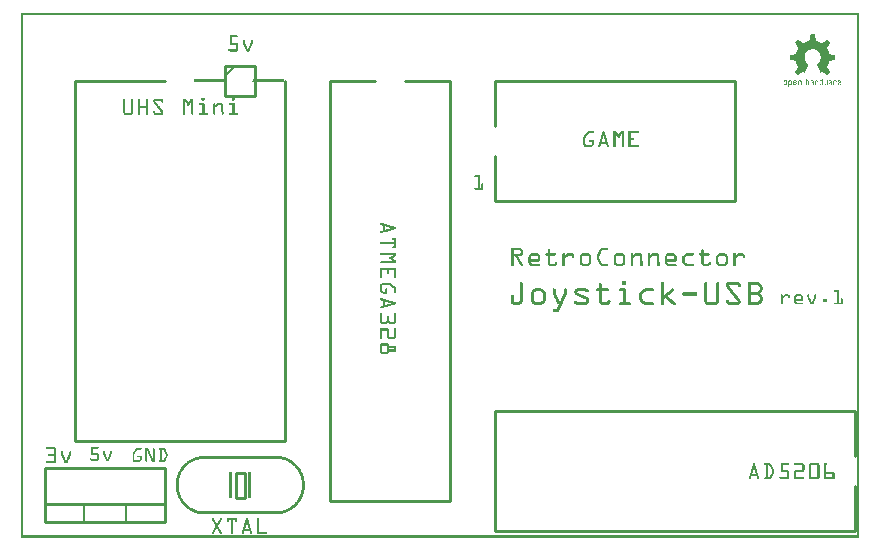
<source format=gto>
G04 MADE WITH FRITZING*
G04 WWW.FRITZING.ORG*
G04 DOUBLE SIDED*
G04 HOLES PLATED*
G04 CONTOUR ON CENTER OF CONTOUR VECTOR*
%ASAXBY*%
%FSLAX23Y23*%
%MOIN*%
%OFA0B0*%
%SFA1.0B1.0*%
%ADD10R,0.038714X0.096457X0.019029X0.076772*%
%ADD11C,0.009843*%
%ADD12C,0.010000*%
%ADD13C,0.005000*%
%ADD14R,0.001000X0.001000*%
%LNSILK1*%
G90*
G70*
G54D11*
X717Y219D02*
X746Y219D01*
X746Y133D01*
X717Y133D01*
X717Y219D01*
D02*
G54D12*
X2778Y426D02*
X1578Y426D01*
D02*
X1578Y426D02*
X1578Y26D01*
D02*
X1578Y26D02*
X2778Y26D01*
D02*
X2778Y426D02*
X2778Y276D01*
D02*
X2778Y176D02*
X2778Y26D01*
D02*
X1028Y1526D02*
X1028Y126D01*
D02*
X1028Y126D02*
X1428Y126D01*
D02*
X1428Y126D02*
X1428Y1526D01*
D02*
X1028Y1526D02*
X1178Y1526D01*
D02*
X1278Y1526D02*
X1428Y1526D01*
D02*
X178Y1526D02*
X178Y326D01*
D02*
X178Y326D02*
X878Y326D01*
D02*
X878Y326D02*
X878Y1526D01*
D02*
X178Y1526D02*
X478Y1526D01*
D02*
X478Y56D02*
X78Y56D01*
D02*
X78Y56D02*
X78Y236D01*
D02*
X78Y236D02*
X478Y236D01*
D02*
X478Y236D02*
X478Y56D01*
D02*
X478Y56D02*
X78Y56D01*
D02*
X78Y56D02*
X78Y116D01*
D02*
X78Y116D02*
X478Y116D01*
D02*
X478Y116D02*
X478Y56D01*
G54D13*
D02*
X348Y56D02*
X348Y116D01*
D02*
X208Y56D02*
X208Y116D01*
G54D12*
D02*
X1578Y1126D02*
X2378Y1126D01*
D02*
X2378Y1126D02*
X2378Y1526D01*
D02*
X2378Y1526D02*
X1578Y1526D01*
D02*
X1578Y1126D02*
X1578Y1276D01*
D02*
X1578Y1376D02*
X1578Y1526D01*
D02*
X678Y1576D02*
X678Y1476D01*
D02*
X678Y1476D02*
X778Y1476D01*
D02*
X778Y1476D02*
X778Y1576D01*
D02*
X778Y1576D02*
X678Y1576D01*
G54D13*
D02*
X678Y1541D02*
X713Y1576D01*
G54D14*
X0Y1752D02*
X2794Y1752D01*
X0Y1751D02*
X2794Y1751D01*
X0Y1750D02*
X2794Y1750D01*
X0Y1749D02*
X2794Y1749D01*
X0Y1748D02*
X2794Y1748D01*
X0Y1747D02*
X2794Y1747D01*
X0Y1746D02*
X2794Y1746D01*
X0Y1745D02*
X2794Y1745D01*
X0Y1744D02*
X7Y1744D01*
X2787Y1744D02*
X2794Y1744D01*
X0Y1743D02*
X7Y1743D01*
X2787Y1743D02*
X2794Y1743D01*
X0Y1742D02*
X7Y1742D01*
X2787Y1742D02*
X2794Y1742D01*
X0Y1741D02*
X7Y1741D01*
X2787Y1741D02*
X2794Y1741D01*
X0Y1740D02*
X7Y1740D01*
X2787Y1740D02*
X2794Y1740D01*
X0Y1739D02*
X7Y1739D01*
X2787Y1739D02*
X2794Y1739D01*
X0Y1738D02*
X7Y1738D01*
X2787Y1738D02*
X2794Y1738D01*
X0Y1737D02*
X7Y1737D01*
X2787Y1737D02*
X2794Y1737D01*
X0Y1736D02*
X7Y1736D01*
X2787Y1736D02*
X2794Y1736D01*
X0Y1735D02*
X7Y1735D01*
X2787Y1735D02*
X2794Y1735D01*
X0Y1734D02*
X7Y1734D01*
X2787Y1734D02*
X2794Y1734D01*
X0Y1733D02*
X7Y1733D01*
X2787Y1733D02*
X2794Y1733D01*
X0Y1732D02*
X7Y1732D01*
X2787Y1732D02*
X2794Y1732D01*
X0Y1731D02*
X7Y1731D01*
X2787Y1731D02*
X2794Y1731D01*
X0Y1730D02*
X7Y1730D01*
X2787Y1730D02*
X2794Y1730D01*
X0Y1729D02*
X7Y1729D01*
X2787Y1729D02*
X2794Y1729D01*
X0Y1728D02*
X7Y1728D01*
X2787Y1728D02*
X2794Y1728D01*
X0Y1727D02*
X7Y1727D01*
X2787Y1727D02*
X2794Y1727D01*
X0Y1726D02*
X7Y1726D01*
X2787Y1726D02*
X2794Y1726D01*
X0Y1725D02*
X7Y1725D01*
X2787Y1725D02*
X2794Y1725D01*
X0Y1724D02*
X7Y1724D01*
X2787Y1724D02*
X2794Y1724D01*
X0Y1723D02*
X7Y1723D01*
X2787Y1723D02*
X2794Y1723D01*
X0Y1722D02*
X7Y1722D01*
X2787Y1722D02*
X2794Y1722D01*
X0Y1721D02*
X7Y1721D01*
X2787Y1721D02*
X2794Y1721D01*
X0Y1720D02*
X7Y1720D01*
X2787Y1720D02*
X2794Y1720D01*
X0Y1719D02*
X7Y1719D01*
X2787Y1719D02*
X2794Y1719D01*
X0Y1718D02*
X7Y1718D01*
X2787Y1718D02*
X2794Y1718D01*
X0Y1717D02*
X7Y1717D01*
X2787Y1717D02*
X2794Y1717D01*
X0Y1716D02*
X7Y1716D01*
X2787Y1716D02*
X2794Y1716D01*
X0Y1715D02*
X7Y1715D01*
X2787Y1715D02*
X2794Y1715D01*
X0Y1714D02*
X7Y1714D01*
X2787Y1714D02*
X2794Y1714D01*
X0Y1713D02*
X7Y1713D01*
X2787Y1713D02*
X2794Y1713D01*
X0Y1712D02*
X7Y1712D01*
X2787Y1712D02*
X2794Y1712D01*
X0Y1711D02*
X7Y1711D01*
X2787Y1711D02*
X2794Y1711D01*
X0Y1710D02*
X7Y1710D01*
X2787Y1710D02*
X2794Y1710D01*
X0Y1709D02*
X7Y1709D01*
X2787Y1709D02*
X2794Y1709D01*
X0Y1708D02*
X7Y1708D01*
X2787Y1708D02*
X2794Y1708D01*
X0Y1707D02*
X7Y1707D01*
X2787Y1707D02*
X2794Y1707D01*
X0Y1706D02*
X7Y1706D01*
X2787Y1706D02*
X2794Y1706D01*
X0Y1705D02*
X7Y1705D01*
X2787Y1705D02*
X2794Y1705D01*
X0Y1704D02*
X7Y1704D01*
X2787Y1704D02*
X2794Y1704D01*
X0Y1703D02*
X7Y1703D01*
X2787Y1703D02*
X2794Y1703D01*
X0Y1702D02*
X7Y1702D01*
X2787Y1702D02*
X2794Y1702D01*
X0Y1701D02*
X7Y1701D01*
X2787Y1701D02*
X2794Y1701D01*
X0Y1700D02*
X7Y1700D01*
X2787Y1700D02*
X2794Y1700D01*
X0Y1699D02*
X7Y1699D01*
X2787Y1699D02*
X2794Y1699D01*
X0Y1698D02*
X7Y1698D01*
X2787Y1698D02*
X2794Y1698D01*
X0Y1697D02*
X7Y1697D01*
X2787Y1697D02*
X2794Y1697D01*
X0Y1696D02*
X7Y1696D01*
X2787Y1696D02*
X2794Y1696D01*
X0Y1695D02*
X7Y1695D01*
X2787Y1695D02*
X2794Y1695D01*
X0Y1694D02*
X7Y1694D01*
X2787Y1694D02*
X2794Y1694D01*
X0Y1693D02*
X7Y1693D01*
X2787Y1693D02*
X2794Y1693D01*
X0Y1692D02*
X7Y1692D01*
X2787Y1692D02*
X2794Y1692D01*
X0Y1691D02*
X7Y1691D01*
X2787Y1691D02*
X2794Y1691D01*
X0Y1690D02*
X7Y1690D01*
X2787Y1690D02*
X2794Y1690D01*
X0Y1689D02*
X7Y1689D01*
X2787Y1689D02*
X2794Y1689D01*
X0Y1688D02*
X7Y1688D01*
X2787Y1688D02*
X2794Y1688D01*
X0Y1687D02*
X7Y1687D01*
X2787Y1687D02*
X2794Y1687D01*
X0Y1686D02*
X7Y1686D01*
X2787Y1686D02*
X2794Y1686D01*
X0Y1685D02*
X7Y1685D01*
X2787Y1685D02*
X2794Y1685D01*
X0Y1684D02*
X7Y1684D01*
X2787Y1684D02*
X2794Y1684D01*
X0Y1683D02*
X7Y1683D01*
X2787Y1683D02*
X2794Y1683D01*
X0Y1682D02*
X7Y1682D01*
X2787Y1682D02*
X2794Y1682D01*
X0Y1681D02*
X7Y1681D01*
X2787Y1681D02*
X2794Y1681D01*
X0Y1680D02*
X7Y1680D01*
X2787Y1680D02*
X2794Y1680D01*
X0Y1679D02*
X7Y1679D01*
X2632Y1679D02*
X2645Y1679D01*
X2787Y1679D02*
X2794Y1679D01*
X0Y1678D02*
X7Y1678D01*
X2631Y1678D02*
X2646Y1678D01*
X2787Y1678D02*
X2794Y1678D01*
X0Y1677D02*
X7Y1677D01*
X2631Y1677D02*
X2646Y1677D01*
X2787Y1677D02*
X2794Y1677D01*
X0Y1676D02*
X7Y1676D01*
X696Y1676D02*
X720Y1676D01*
X2631Y1676D02*
X2646Y1676D01*
X2787Y1676D02*
X2794Y1676D01*
X0Y1675D02*
X7Y1675D01*
X696Y1675D02*
X722Y1675D01*
X2631Y1675D02*
X2646Y1675D01*
X2787Y1675D02*
X2794Y1675D01*
X0Y1674D02*
X7Y1674D01*
X696Y1674D02*
X722Y1674D01*
X2631Y1674D02*
X2646Y1674D01*
X2787Y1674D02*
X2794Y1674D01*
X0Y1673D02*
X7Y1673D01*
X696Y1673D02*
X722Y1673D01*
X2630Y1673D02*
X2647Y1673D01*
X2787Y1673D02*
X2794Y1673D01*
X0Y1672D02*
X7Y1672D01*
X696Y1672D02*
X722Y1672D01*
X2630Y1672D02*
X2647Y1672D01*
X2787Y1672D02*
X2794Y1672D01*
X0Y1671D02*
X7Y1671D01*
X696Y1671D02*
X722Y1671D01*
X2630Y1671D02*
X2647Y1671D01*
X2787Y1671D02*
X2794Y1671D01*
X0Y1670D02*
X7Y1670D01*
X696Y1670D02*
X721Y1670D01*
X2630Y1670D02*
X2647Y1670D01*
X2787Y1670D02*
X2794Y1670D01*
X0Y1669D02*
X7Y1669D01*
X696Y1669D02*
X702Y1669D01*
X2630Y1669D02*
X2647Y1669D01*
X2787Y1669D02*
X2794Y1669D01*
X0Y1668D02*
X7Y1668D01*
X696Y1668D02*
X702Y1668D01*
X2629Y1668D02*
X2647Y1668D01*
X2787Y1668D02*
X2794Y1668D01*
X0Y1667D02*
X7Y1667D01*
X696Y1667D02*
X702Y1667D01*
X2629Y1667D02*
X2648Y1667D01*
X2787Y1667D02*
X2794Y1667D01*
X0Y1666D02*
X7Y1666D01*
X696Y1666D02*
X702Y1666D01*
X2629Y1666D02*
X2648Y1666D01*
X2787Y1666D02*
X2794Y1666D01*
X0Y1665D02*
X7Y1665D01*
X696Y1665D02*
X702Y1665D01*
X2629Y1665D02*
X2648Y1665D01*
X2787Y1665D02*
X2794Y1665D01*
X0Y1664D02*
X7Y1664D01*
X696Y1664D02*
X702Y1664D01*
X2629Y1664D02*
X2648Y1664D01*
X2787Y1664D02*
X2794Y1664D01*
X0Y1663D02*
X7Y1663D01*
X696Y1663D02*
X702Y1663D01*
X2629Y1663D02*
X2648Y1663D01*
X2787Y1663D02*
X2794Y1663D01*
X0Y1662D02*
X7Y1662D01*
X696Y1662D02*
X702Y1662D01*
X2628Y1662D02*
X2649Y1662D01*
X2787Y1662D02*
X2794Y1662D01*
X0Y1661D02*
X7Y1661D01*
X696Y1661D02*
X702Y1661D01*
X740Y1661D02*
X744Y1661D01*
X768Y1661D02*
X771Y1661D01*
X2589Y1661D02*
X2591Y1661D01*
X2628Y1661D02*
X2649Y1661D01*
X2686Y1661D02*
X2688Y1661D01*
X2787Y1661D02*
X2794Y1661D01*
X0Y1660D02*
X7Y1660D01*
X696Y1660D02*
X702Y1660D01*
X740Y1660D02*
X744Y1660D01*
X767Y1660D02*
X772Y1660D01*
X2588Y1660D02*
X2592Y1660D01*
X2628Y1660D02*
X2649Y1660D01*
X2685Y1660D02*
X2689Y1660D01*
X2787Y1660D02*
X2794Y1660D01*
X0Y1659D02*
X7Y1659D01*
X696Y1659D02*
X702Y1659D01*
X739Y1659D02*
X745Y1659D01*
X767Y1659D02*
X772Y1659D01*
X2587Y1659D02*
X2594Y1659D01*
X2628Y1659D02*
X2649Y1659D01*
X2683Y1659D02*
X2690Y1659D01*
X2787Y1659D02*
X2794Y1659D01*
X0Y1658D02*
X7Y1658D01*
X696Y1658D02*
X702Y1658D01*
X739Y1658D02*
X745Y1658D01*
X767Y1658D02*
X773Y1658D01*
X2586Y1658D02*
X2595Y1658D01*
X2628Y1658D02*
X2649Y1658D01*
X2682Y1658D02*
X2691Y1658D01*
X2787Y1658D02*
X2794Y1658D01*
X0Y1657D02*
X7Y1657D01*
X696Y1657D02*
X702Y1657D01*
X739Y1657D02*
X745Y1657D01*
X767Y1657D02*
X773Y1657D01*
X2585Y1657D02*
X2597Y1657D01*
X2624Y1657D02*
X2653Y1657D01*
X2680Y1657D02*
X2692Y1657D01*
X2787Y1657D02*
X2794Y1657D01*
X0Y1656D02*
X7Y1656D01*
X696Y1656D02*
X702Y1656D01*
X739Y1656D02*
X745Y1656D01*
X767Y1656D02*
X773Y1656D01*
X2584Y1656D02*
X2598Y1656D01*
X2621Y1656D02*
X2656Y1656D01*
X2679Y1656D02*
X2693Y1656D01*
X2787Y1656D02*
X2794Y1656D01*
X0Y1655D02*
X7Y1655D01*
X696Y1655D02*
X702Y1655D01*
X739Y1655D02*
X745Y1655D01*
X767Y1655D02*
X773Y1655D01*
X2583Y1655D02*
X2600Y1655D01*
X2618Y1655D02*
X2659Y1655D01*
X2677Y1655D02*
X2694Y1655D01*
X2787Y1655D02*
X2794Y1655D01*
X0Y1654D02*
X7Y1654D01*
X696Y1654D02*
X702Y1654D01*
X739Y1654D02*
X745Y1654D01*
X767Y1654D02*
X773Y1654D01*
X2582Y1654D02*
X2601Y1654D01*
X2616Y1654D02*
X2661Y1654D01*
X2676Y1654D02*
X2695Y1654D01*
X2787Y1654D02*
X2794Y1654D01*
X0Y1653D02*
X7Y1653D01*
X696Y1653D02*
X702Y1653D01*
X739Y1653D02*
X745Y1653D01*
X767Y1653D02*
X773Y1653D01*
X2581Y1653D02*
X2602Y1653D01*
X2614Y1653D02*
X2663Y1653D01*
X2674Y1653D02*
X2696Y1653D01*
X2787Y1653D02*
X2794Y1653D01*
X0Y1652D02*
X7Y1652D01*
X696Y1652D02*
X719Y1652D01*
X739Y1652D02*
X745Y1652D01*
X766Y1652D02*
X773Y1652D01*
X2580Y1652D02*
X2604Y1652D01*
X2612Y1652D02*
X2665Y1652D01*
X2673Y1652D02*
X2697Y1652D01*
X2787Y1652D02*
X2794Y1652D01*
X0Y1651D02*
X7Y1651D01*
X696Y1651D02*
X720Y1651D01*
X739Y1651D02*
X746Y1651D01*
X766Y1651D02*
X772Y1651D01*
X2580Y1651D02*
X2605Y1651D01*
X2610Y1651D02*
X2667Y1651D01*
X2672Y1651D02*
X2697Y1651D01*
X2787Y1651D02*
X2794Y1651D01*
X0Y1650D02*
X7Y1650D01*
X696Y1650D02*
X721Y1650D01*
X740Y1650D02*
X746Y1650D01*
X765Y1650D02*
X772Y1650D01*
X2581Y1650D02*
X2696Y1650D01*
X2787Y1650D02*
X2794Y1650D01*
X0Y1649D02*
X7Y1649D01*
X696Y1649D02*
X722Y1649D01*
X740Y1649D02*
X747Y1649D01*
X765Y1649D02*
X771Y1649D01*
X2582Y1649D02*
X2695Y1649D01*
X2787Y1649D02*
X2794Y1649D01*
X0Y1648D02*
X7Y1648D01*
X696Y1648D02*
X722Y1648D01*
X741Y1648D02*
X747Y1648D01*
X764Y1648D02*
X771Y1648D01*
X2582Y1648D02*
X2695Y1648D01*
X2787Y1648D02*
X2794Y1648D01*
X0Y1647D02*
X7Y1647D01*
X696Y1647D02*
X722Y1647D01*
X741Y1647D02*
X748Y1647D01*
X764Y1647D02*
X771Y1647D01*
X2583Y1647D02*
X2694Y1647D01*
X2787Y1647D02*
X2794Y1647D01*
X0Y1646D02*
X7Y1646D01*
X696Y1646D02*
X722Y1646D01*
X741Y1646D02*
X748Y1646D01*
X763Y1646D02*
X770Y1646D01*
X2584Y1646D02*
X2693Y1646D01*
X2787Y1646D02*
X2794Y1646D01*
X0Y1645D02*
X7Y1645D01*
X716Y1645D02*
X722Y1645D01*
X742Y1645D02*
X749Y1645D01*
X763Y1645D02*
X770Y1645D01*
X2584Y1645D02*
X2693Y1645D01*
X2787Y1645D02*
X2794Y1645D01*
X0Y1644D02*
X7Y1644D01*
X716Y1644D02*
X722Y1644D01*
X742Y1644D02*
X749Y1644D01*
X763Y1644D02*
X769Y1644D01*
X2585Y1644D02*
X2692Y1644D01*
X2787Y1644D02*
X2794Y1644D01*
X0Y1643D02*
X7Y1643D01*
X716Y1643D02*
X722Y1643D01*
X743Y1643D02*
X749Y1643D01*
X762Y1643D02*
X769Y1643D01*
X2586Y1643D02*
X2691Y1643D01*
X2787Y1643D02*
X2794Y1643D01*
X0Y1642D02*
X7Y1642D01*
X716Y1642D02*
X722Y1642D01*
X743Y1642D02*
X750Y1642D01*
X762Y1642D02*
X768Y1642D01*
X2586Y1642D02*
X2691Y1642D01*
X2787Y1642D02*
X2794Y1642D01*
X0Y1641D02*
X7Y1641D01*
X716Y1641D02*
X722Y1641D01*
X744Y1641D02*
X750Y1641D01*
X761Y1641D02*
X768Y1641D01*
X2587Y1641D02*
X2690Y1641D01*
X2787Y1641D02*
X2794Y1641D01*
X0Y1640D02*
X7Y1640D01*
X716Y1640D02*
X722Y1640D01*
X744Y1640D02*
X751Y1640D01*
X761Y1640D02*
X768Y1640D01*
X2588Y1640D02*
X2689Y1640D01*
X2787Y1640D02*
X2794Y1640D01*
X0Y1639D02*
X7Y1639D01*
X716Y1639D02*
X722Y1639D01*
X744Y1639D02*
X751Y1639D01*
X760Y1639D02*
X767Y1639D01*
X2588Y1639D02*
X2688Y1639D01*
X2787Y1639D02*
X2794Y1639D01*
X0Y1638D02*
X7Y1638D01*
X716Y1638D02*
X722Y1638D01*
X745Y1638D02*
X752Y1638D01*
X760Y1638D02*
X767Y1638D01*
X2589Y1638D02*
X2688Y1638D01*
X2787Y1638D02*
X2794Y1638D01*
X0Y1637D02*
X7Y1637D01*
X716Y1637D02*
X722Y1637D01*
X745Y1637D02*
X752Y1637D01*
X760Y1637D02*
X766Y1637D01*
X2590Y1637D02*
X2687Y1637D01*
X2787Y1637D02*
X2794Y1637D01*
X0Y1636D02*
X7Y1636D01*
X716Y1636D02*
X722Y1636D01*
X746Y1636D02*
X752Y1636D01*
X759Y1636D02*
X766Y1636D01*
X2591Y1636D02*
X2686Y1636D01*
X2787Y1636D02*
X2794Y1636D01*
X0Y1635D02*
X7Y1635D01*
X716Y1635D02*
X722Y1635D01*
X746Y1635D02*
X753Y1635D01*
X759Y1635D02*
X765Y1635D01*
X2591Y1635D02*
X2686Y1635D01*
X2787Y1635D02*
X2794Y1635D01*
X0Y1634D02*
X7Y1634D01*
X716Y1634D02*
X722Y1634D01*
X747Y1634D02*
X753Y1634D01*
X758Y1634D02*
X765Y1634D01*
X2592Y1634D02*
X2685Y1634D01*
X2787Y1634D02*
X2794Y1634D01*
X0Y1633D02*
X7Y1633D01*
X716Y1633D02*
X722Y1633D01*
X747Y1633D02*
X754Y1633D01*
X758Y1633D02*
X764Y1633D01*
X2591Y1633D02*
X2686Y1633D01*
X2787Y1633D02*
X2794Y1633D01*
X0Y1632D02*
X7Y1632D01*
X691Y1632D02*
X692Y1632D01*
X716Y1632D02*
X722Y1632D01*
X748Y1632D02*
X754Y1632D01*
X757Y1632D02*
X764Y1632D01*
X2591Y1632D02*
X2686Y1632D01*
X2787Y1632D02*
X2794Y1632D01*
X0Y1631D02*
X7Y1631D01*
X690Y1631D02*
X695Y1631D01*
X716Y1631D02*
X722Y1631D01*
X748Y1631D02*
X755Y1631D01*
X757Y1631D02*
X764Y1631D01*
X2590Y1631D02*
X2687Y1631D01*
X2787Y1631D02*
X2794Y1631D01*
X0Y1630D02*
X7Y1630D01*
X689Y1630D02*
X697Y1630D01*
X716Y1630D02*
X722Y1630D01*
X748Y1630D02*
X763Y1630D01*
X2589Y1630D02*
X2687Y1630D01*
X2787Y1630D02*
X2794Y1630D01*
X0Y1629D02*
X7Y1629D01*
X689Y1629D02*
X722Y1629D01*
X749Y1629D02*
X763Y1629D01*
X2589Y1629D02*
X2631Y1629D01*
X2646Y1629D02*
X2688Y1629D01*
X2787Y1629D02*
X2794Y1629D01*
X0Y1628D02*
X7Y1628D01*
X689Y1628D02*
X722Y1628D01*
X749Y1628D02*
X762Y1628D01*
X2588Y1628D02*
X2628Y1628D01*
X2649Y1628D02*
X2689Y1628D01*
X2787Y1628D02*
X2794Y1628D01*
X0Y1627D02*
X7Y1627D01*
X689Y1627D02*
X722Y1627D01*
X750Y1627D02*
X762Y1627D01*
X2588Y1627D02*
X2626Y1627D01*
X2651Y1627D02*
X2689Y1627D01*
X2787Y1627D02*
X2794Y1627D01*
X0Y1626D02*
X7Y1626D01*
X690Y1626D02*
X722Y1626D01*
X750Y1626D02*
X761Y1626D01*
X2587Y1626D02*
X2624Y1626D01*
X2653Y1626D02*
X2690Y1626D01*
X2787Y1626D02*
X2794Y1626D01*
X0Y1625D02*
X7Y1625D01*
X692Y1625D02*
X721Y1625D01*
X751Y1625D02*
X761Y1625D01*
X2587Y1625D02*
X2622Y1625D01*
X2655Y1625D02*
X2690Y1625D01*
X2787Y1625D02*
X2794Y1625D01*
X0Y1624D02*
X7Y1624D01*
X694Y1624D02*
X720Y1624D01*
X751Y1624D02*
X760Y1624D01*
X2586Y1624D02*
X2621Y1624D01*
X2656Y1624D02*
X2690Y1624D01*
X2787Y1624D02*
X2794Y1624D01*
X0Y1623D02*
X7Y1623D01*
X696Y1623D02*
X718Y1623D01*
X752Y1623D02*
X760Y1623D01*
X2586Y1623D02*
X2620Y1623D01*
X2657Y1623D02*
X2691Y1623D01*
X2787Y1623D02*
X2794Y1623D01*
X0Y1622D02*
X7Y1622D01*
X2586Y1622D02*
X2619Y1622D01*
X2658Y1622D02*
X2691Y1622D01*
X2787Y1622D02*
X2794Y1622D01*
X0Y1621D02*
X7Y1621D01*
X2585Y1621D02*
X2618Y1621D01*
X2659Y1621D02*
X2692Y1621D01*
X2787Y1621D02*
X2794Y1621D01*
X0Y1620D02*
X7Y1620D01*
X2585Y1620D02*
X2617Y1620D01*
X2660Y1620D02*
X2692Y1620D01*
X2787Y1620D02*
X2794Y1620D01*
X0Y1619D02*
X7Y1619D01*
X2585Y1619D02*
X2616Y1619D01*
X2661Y1619D02*
X2692Y1619D01*
X2787Y1619D02*
X2794Y1619D01*
X0Y1618D02*
X7Y1618D01*
X2584Y1618D02*
X2615Y1618D01*
X2662Y1618D02*
X2693Y1618D01*
X2787Y1618D02*
X2794Y1618D01*
X0Y1617D02*
X7Y1617D01*
X2584Y1617D02*
X2615Y1617D01*
X2662Y1617D02*
X2693Y1617D01*
X2787Y1617D02*
X2794Y1617D01*
X0Y1616D02*
X7Y1616D01*
X2584Y1616D02*
X2614Y1616D01*
X2663Y1616D02*
X2693Y1616D01*
X2787Y1616D02*
X2794Y1616D01*
X0Y1615D02*
X7Y1615D01*
X2584Y1615D02*
X2614Y1615D01*
X2663Y1615D02*
X2693Y1615D01*
X2787Y1615D02*
X2794Y1615D01*
X0Y1614D02*
X7Y1614D01*
X2582Y1614D02*
X2613Y1614D01*
X2664Y1614D02*
X2694Y1614D01*
X2787Y1614D02*
X2794Y1614D01*
X0Y1613D02*
X7Y1613D01*
X2577Y1613D02*
X2613Y1613D01*
X2664Y1613D02*
X2700Y1613D01*
X2787Y1613D02*
X2794Y1613D01*
X0Y1612D02*
X7Y1612D01*
X2572Y1612D02*
X2612Y1612D01*
X2665Y1612D02*
X2705Y1612D01*
X2787Y1612D02*
X2794Y1612D01*
X0Y1611D02*
X7Y1611D01*
X2566Y1611D02*
X2612Y1611D01*
X2665Y1611D02*
X2711Y1611D01*
X2787Y1611D02*
X2794Y1611D01*
X0Y1610D02*
X7Y1610D01*
X2563Y1610D02*
X2612Y1610D01*
X2665Y1610D02*
X2714Y1610D01*
X2787Y1610D02*
X2794Y1610D01*
X0Y1609D02*
X7Y1609D01*
X2563Y1609D02*
X2611Y1609D01*
X2665Y1609D02*
X2714Y1609D01*
X2787Y1609D02*
X2794Y1609D01*
X0Y1608D02*
X7Y1608D01*
X2563Y1608D02*
X2611Y1608D01*
X2666Y1608D02*
X2714Y1608D01*
X2787Y1608D02*
X2794Y1608D01*
X0Y1607D02*
X7Y1607D01*
X2563Y1607D02*
X2611Y1607D01*
X2666Y1607D02*
X2714Y1607D01*
X2787Y1607D02*
X2794Y1607D01*
X0Y1606D02*
X7Y1606D01*
X2563Y1606D02*
X2611Y1606D01*
X2666Y1606D02*
X2714Y1606D01*
X2787Y1606D02*
X2794Y1606D01*
X0Y1605D02*
X7Y1605D01*
X2563Y1605D02*
X2611Y1605D01*
X2666Y1605D02*
X2714Y1605D01*
X2787Y1605D02*
X2794Y1605D01*
X0Y1604D02*
X7Y1604D01*
X2563Y1604D02*
X2611Y1604D01*
X2666Y1604D02*
X2714Y1604D01*
X2787Y1604D02*
X2794Y1604D01*
X0Y1603D02*
X7Y1603D01*
X2563Y1603D02*
X2611Y1603D01*
X2666Y1603D02*
X2714Y1603D01*
X2787Y1603D02*
X2794Y1603D01*
X0Y1602D02*
X7Y1602D01*
X2563Y1602D02*
X2611Y1602D01*
X2666Y1602D02*
X2714Y1602D01*
X2787Y1602D02*
X2794Y1602D01*
X0Y1601D02*
X7Y1601D01*
X2563Y1601D02*
X2611Y1601D01*
X2666Y1601D02*
X2714Y1601D01*
X2787Y1601D02*
X2794Y1601D01*
X0Y1600D02*
X7Y1600D01*
X2563Y1600D02*
X2611Y1600D01*
X2666Y1600D02*
X2714Y1600D01*
X2787Y1600D02*
X2794Y1600D01*
X0Y1599D02*
X7Y1599D01*
X2563Y1599D02*
X2611Y1599D01*
X2666Y1599D02*
X2714Y1599D01*
X2787Y1599D02*
X2794Y1599D01*
X0Y1598D02*
X7Y1598D01*
X2563Y1598D02*
X2611Y1598D01*
X2666Y1598D02*
X2714Y1598D01*
X2787Y1598D02*
X2794Y1598D01*
X0Y1597D02*
X7Y1597D01*
X2563Y1597D02*
X2611Y1597D01*
X2666Y1597D02*
X2714Y1597D01*
X2787Y1597D02*
X2794Y1597D01*
X0Y1596D02*
X7Y1596D01*
X2563Y1596D02*
X2612Y1596D01*
X2665Y1596D02*
X2714Y1596D01*
X2787Y1596D02*
X2794Y1596D01*
X0Y1595D02*
X7Y1595D01*
X2566Y1595D02*
X2612Y1595D01*
X2665Y1595D02*
X2711Y1595D01*
X2787Y1595D02*
X2794Y1595D01*
X0Y1594D02*
X7Y1594D01*
X2571Y1594D02*
X2612Y1594D01*
X2665Y1594D02*
X2706Y1594D01*
X2787Y1594D02*
X2794Y1594D01*
X0Y1593D02*
X7Y1593D01*
X2576Y1593D02*
X2613Y1593D01*
X2664Y1593D02*
X2701Y1593D01*
X2787Y1593D02*
X2794Y1593D01*
X0Y1592D02*
X7Y1592D01*
X2582Y1592D02*
X2613Y1592D01*
X2664Y1592D02*
X2695Y1592D01*
X2787Y1592D02*
X2794Y1592D01*
X0Y1591D02*
X7Y1591D01*
X2583Y1591D02*
X2613Y1591D01*
X2663Y1591D02*
X2694Y1591D01*
X2787Y1591D02*
X2794Y1591D01*
X0Y1590D02*
X7Y1590D01*
X2583Y1590D02*
X2614Y1590D01*
X2663Y1590D02*
X2694Y1590D01*
X2787Y1590D02*
X2794Y1590D01*
X0Y1589D02*
X7Y1589D01*
X2584Y1589D02*
X2615Y1589D01*
X2662Y1589D02*
X2693Y1589D01*
X2787Y1589D02*
X2794Y1589D01*
X0Y1588D02*
X7Y1588D01*
X2584Y1588D02*
X2615Y1588D01*
X2662Y1588D02*
X2693Y1588D01*
X2787Y1588D02*
X2794Y1588D01*
X0Y1587D02*
X7Y1587D01*
X2584Y1587D02*
X2616Y1587D01*
X2661Y1587D02*
X2693Y1587D01*
X2787Y1587D02*
X2794Y1587D01*
X0Y1586D02*
X7Y1586D01*
X2584Y1586D02*
X2617Y1586D01*
X2660Y1586D02*
X2693Y1586D01*
X2787Y1586D02*
X2794Y1586D01*
X0Y1585D02*
X7Y1585D01*
X2585Y1585D02*
X2617Y1585D01*
X2660Y1585D02*
X2692Y1585D01*
X2787Y1585D02*
X2794Y1585D01*
X0Y1584D02*
X7Y1584D01*
X2585Y1584D02*
X2618Y1584D01*
X2659Y1584D02*
X2692Y1584D01*
X2787Y1584D02*
X2794Y1584D01*
X0Y1583D02*
X7Y1583D01*
X2585Y1583D02*
X2619Y1583D01*
X2658Y1583D02*
X2692Y1583D01*
X2787Y1583D02*
X2794Y1583D01*
X0Y1582D02*
X7Y1582D01*
X2586Y1582D02*
X2620Y1582D01*
X2656Y1582D02*
X2691Y1582D01*
X2787Y1582D02*
X2794Y1582D01*
X0Y1581D02*
X7Y1581D01*
X2586Y1581D02*
X2622Y1581D01*
X2655Y1581D02*
X2691Y1581D01*
X2787Y1581D02*
X2794Y1581D01*
X0Y1580D02*
X7Y1580D01*
X2587Y1580D02*
X2623Y1580D01*
X2654Y1580D02*
X2690Y1580D01*
X2787Y1580D02*
X2794Y1580D01*
X0Y1579D02*
X7Y1579D01*
X2587Y1579D02*
X2624Y1579D01*
X2653Y1579D02*
X2690Y1579D01*
X2787Y1579D02*
X2794Y1579D01*
X0Y1578D02*
X7Y1578D01*
X2587Y1578D02*
X2623Y1578D01*
X2654Y1578D02*
X2690Y1578D01*
X2787Y1578D02*
X2794Y1578D01*
X0Y1577D02*
X7Y1577D01*
X2588Y1577D02*
X2623Y1577D01*
X2654Y1577D02*
X2689Y1577D01*
X2787Y1577D02*
X2794Y1577D01*
X0Y1576D02*
X7Y1576D01*
X2588Y1576D02*
X2622Y1576D01*
X2655Y1576D02*
X2689Y1576D01*
X2787Y1576D02*
X2794Y1576D01*
X0Y1575D02*
X7Y1575D01*
X2589Y1575D02*
X2622Y1575D01*
X2655Y1575D02*
X2688Y1575D01*
X2787Y1575D02*
X2794Y1575D01*
X0Y1574D02*
X7Y1574D01*
X2589Y1574D02*
X2621Y1574D01*
X2655Y1574D02*
X2687Y1574D01*
X2787Y1574D02*
X2794Y1574D01*
X0Y1573D02*
X7Y1573D01*
X2590Y1573D02*
X2621Y1573D01*
X2656Y1573D02*
X2687Y1573D01*
X2787Y1573D02*
X2794Y1573D01*
X0Y1572D02*
X7Y1572D01*
X2591Y1572D02*
X2621Y1572D01*
X2656Y1572D02*
X2686Y1572D01*
X2787Y1572D02*
X2794Y1572D01*
X0Y1571D02*
X7Y1571D01*
X2591Y1571D02*
X2620Y1571D01*
X2657Y1571D02*
X2686Y1571D01*
X2787Y1571D02*
X2794Y1571D01*
X0Y1570D02*
X7Y1570D01*
X2591Y1570D02*
X2620Y1570D01*
X2657Y1570D02*
X2686Y1570D01*
X2787Y1570D02*
X2794Y1570D01*
X0Y1569D02*
X7Y1569D01*
X2590Y1569D02*
X2619Y1569D01*
X2658Y1569D02*
X2687Y1569D01*
X2787Y1569D02*
X2794Y1569D01*
X0Y1568D02*
X7Y1568D01*
X2589Y1568D02*
X2619Y1568D01*
X2658Y1568D02*
X2688Y1568D01*
X2787Y1568D02*
X2794Y1568D01*
X0Y1567D02*
X7Y1567D01*
X2589Y1567D02*
X2619Y1567D01*
X2658Y1567D02*
X2688Y1567D01*
X2787Y1567D02*
X2794Y1567D01*
X0Y1566D02*
X7Y1566D01*
X2588Y1566D02*
X2618Y1566D01*
X2659Y1566D02*
X2689Y1566D01*
X2787Y1566D02*
X2794Y1566D01*
X0Y1565D02*
X7Y1565D01*
X2587Y1565D02*
X2618Y1565D01*
X2659Y1565D02*
X2690Y1565D01*
X2787Y1565D02*
X2794Y1565D01*
X0Y1564D02*
X7Y1564D01*
X2586Y1564D02*
X2617Y1564D01*
X2660Y1564D02*
X2690Y1564D01*
X2787Y1564D02*
X2794Y1564D01*
X0Y1563D02*
X7Y1563D01*
X2586Y1563D02*
X2617Y1563D01*
X2660Y1563D02*
X2691Y1563D01*
X2787Y1563D02*
X2794Y1563D01*
X0Y1562D02*
X7Y1562D01*
X2585Y1562D02*
X2617Y1562D01*
X2660Y1562D02*
X2692Y1562D01*
X2787Y1562D02*
X2794Y1562D01*
X0Y1561D02*
X7Y1561D01*
X2584Y1561D02*
X2616Y1561D01*
X2661Y1561D02*
X2693Y1561D01*
X2787Y1561D02*
X2794Y1561D01*
X0Y1560D02*
X7Y1560D01*
X2584Y1560D02*
X2616Y1560D01*
X2661Y1560D02*
X2693Y1560D01*
X2787Y1560D02*
X2794Y1560D01*
X0Y1559D02*
X7Y1559D01*
X2583Y1559D02*
X2615Y1559D01*
X2662Y1559D02*
X2694Y1559D01*
X2787Y1559D02*
X2794Y1559D01*
X0Y1558D02*
X7Y1558D01*
X2582Y1558D02*
X2615Y1558D01*
X2662Y1558D02*
X2695Y1558D01*
X2787Y1558D02*
X2794Y1558D01*
X0Y1557D02*
X7Y1557D01*
X2582Y1557D02*
X2614Y1557D01*
X2662Y1557D02*
X2695Y1557D01*
X2787Y1557D02*
X2794Y1557D01*
X0Y1556D02*
X7Y1556D01*
X2581Y1556D02*
X2614Y1556D01*
X2663Y1556D02*
X2696Y1556D01*
X2787Y1556D02*
X2794Y1556D01*
X0Y1555D02*
X7Y1555D01*
X2580Y1555D02*
X2614Y1555D01*
X2663Y1555D02*
X2697Y1555D01*
X2787Y1555D02*
X2794Y1555D01*
X0Y1554D02*
X7Y1554D01*
X2580Y1554D02*
X2604Y1554D01*
X2609Y1554D02*
X2613Y1554D01*
X2664Y1554D02*
X2668Y1554D01*
X2673Y1554D02*
X2697Y1554D01*
X2787Y1554D02*
X2794Y1554D01*
X0Y1553D02*
X7Y1553D01*
X2581Y1553D02*
X2603Y1553D01*
X2610Y1553D02*
X2613Y1553D01*
X2664Y1553D02*
X2667Y1553D01*
X2674Y1553D02*
X2696Y1553D01*
X2787Y1553D02*
X2794Y1553D01*
X0Y1552D02*
X7Y1552D01*
X2582Y1552D02*
X2601Y1552D01*
X2612Y1552D02*
X2612Y1552D01*
X2665Y1552D02*
X2665Y1552D01*
X2676Y1552D02*
X2695Y1552D01*
X2787Y1552D02*
X2794Y1552D01*
X0Y1551D02*
X7Y1551D01*
X2583Y1551D02*
X2600Y1551D01*
X2677Y1551D02*
X2694Y1551D01*
X2787Y1551D02*
X2794Y1551D01*
X0Y1550D02*
X7Y1550D01*
X2584Y1550D02*
X2598Y1550D01*
X2679Y1550D02*
X2693Y1550D01*
X2787Y1550D02*
X2794Y1550D01*
X0Y1549D02*
X7Y1549D01*
X2585Y1549D02*
X2597Y1549D01*
X2680Y1549D02*
X2692Y1549D01*
X2787Y1549D02*
X2794Y1549D01*
X0Y1548D02*
X7Y1548D01*
X2586Y1548D02*
X2595Y1548D01*
X2682Y1548D02*
X2691Y1548D01*
X2787Y1548D02*
X2794Y1548D01*
X0Y1547D02*
X7Y1547D01*
X2587Y1547D02*
X2594Y1547D01*
X2683Y1547D02*
X2690Y1547D01*
X2787Y1547D02*
X2794Y1547D01*
X0Y1546D02*
X7Y1546D01*
X2588Y1546D02*
X2593Y1546D01*
X2684Y1546D02*
X2689Y1546D01*
X2787Y1546D02*
X2794Y1546D01*
X0Y1545D02*
X7Y1545D01*
X2589Y1545D02*
X2591Y1545D01*
X2686Y1545D02*
X2688Y1545D01*
X2787Y1545D02*
X2794Y1545D01*
X0Y1544D02*
X7Y1544D01*
X2590Y1544D02*
X2590Y1544D01*
X2687Y1544D02*
X2687Y1544D01*
X2787Y1544D02*
X2794Y1544D01*
X0Y1543D02*
X7Y1543D01*
X2787Y1543D02*
X2794Y1543D01*
X0Y1542D02*
X7Y1542D01*
X2787Y1542D02*
X2794Y1542D01*
X0Y1541D02*
X7Y1541D01*
X2787Y1541D02*
X2794Y1541D01*
X0Y1540D02*
X7Y1540D01*
X2787Y1540D02*
X2794Y1540D01*
X0Y1539D02*
X7Y1539D01*
X2787Y1539D02*
X2794Y1539D01*
X0Y1538D02*
X7Y1538D01*
X2787Y1538D02*
X2794Y1538D01*
X0Y1537D02*
X7Y1537D01*
X2787Y1537D02*
X2794Y1537D01*
X0Y1536D02*
X7Y1536D01*
X2787Y1536D02*
X2794Y1536D01*
X0Y1535D02*
X7Y1535D01*
X2787Y1535D02*
X2794Y1535D01*
X0Y1534D02*
X7Y1534D01*
X2787Y1534D02*
X2794Y1534D01*
X0Y1533D02*
X7Y1533D01*
X2787Y1533D02*
X2794Y1533D01*
X0Y1532D02*
X7Y1532D01*
X2617Y1532D02*
X2618Y1532D01*
X2672Y1532D02*
X2672Y1532D01*
X2787Y1532D02*
X2794Y1532D01*
X0Y1531D02*
X7Y1531D01*
X578Y1531D02*
X683Y1531D01*
X771Y1531D02*
X877Y1531D01*
X2616Y1531D02*
X2618Y1531D01*
X2671Y1531D02*
X2672Y1531D01*
X2787Y1531D02*
X2794Y1531D01*
X0Y1530D02*
X7Y1530D01*
X578Y1530D02*
X683Y1530D01*
X771Y1530D02*
X877Y1530D01*
X2616Y1530D02*
X2618Y1530D01*
X2671Y1530D02*
X2672Y1530D01*
X2787Y1530D02*
X2794Y1530D01*
X0Y1529D02*
X7Y1529D01*
X578Y1529D02*
X683Y1529D01*
X772Y1529D02*
X877Y1529D01*
X2616Y1529D02*
X2618Y1529D01*
X2671Y1529D02*
X2672Y1529D01*
X2787Y1529D02*
X2794Y1529D01*
X0Y1528D02*
X7Y1528D01*
X578Y1528D02*
X683Y1528D01*
X772Y1528D02*
X877Y1528D01*
X2616Y1528D02*
X2618Y1528D01*
X2671Y1528D02*
X2672Y1528D01*
X2787Y1528D02*
X2794Y1528D01*
X0Y1527D02*
X7Y1527D01*
X578Y1527D02*
X683Y1527D01*
X772Y1527D02*
X877Y1527D01*
X2545Y1527D02*
X2550Y1527D01*
X2561Y1527D02*
X2566Y1527D01*
X2577Y1527D02*
X2582Y1527D01*
X2593Y1527D02*
X2598Y1527D01*
X2616Y1527D02*
X2618Y1527D01*
X2671Y1527D02*
X2672Y1527D01*
X2787Y1527D02*
X2794Y1527D01*
X0Y1526D02*
X7Y1526D01*
X578Y1526D02*
X683Y1526D01*
X772Y1526D02*
X877Y1526D01*
X2544Y1526D02*
X2551Y1526D01*
X2560Y1526D02*
X2567Y1526D01*
X2576Y1526D02*
X2583Y1526D01*
X2592Y1526D02*
X2599Y1526D01*
X2616Y1526D02*
X2624Y1526D01*
X2634Y1526D02*
X2639Y1526D01*
X2649Y1526D02*
X2654Y1526D01*
X2665Y1526D02*
X2672Y1526D01*
X2676Y1526D02*
X2677Y1526D01*
X2682Y1526D02*
X2683Y1526D01*
X2688Y1526D02*
X2689Y1526D01*
X2695Y1526D02*
X2700Y1526D01*
X2710Y1526D02*
X2715Y1526D01*
X2725Y1526D02*
X2730Y1526D01*
X2787Y1526D02*
X2794Y1526D01*
X0Y1525D02*
X7Y1525D01*
X578Y1525D02*
X683Y1525D01*
X772Y1525D02*
X877Y1525D01*
X2543Y1525D02*
X2552Y1525D01*
X2559Y1525D02*
X2568Y1525D01*
X2575Y1525D02*
X2584Y1525D01*
X2591Y1525D02*
X2600Y1525D01*
X2616Y1525D02*
X2625Y1525D01*
X2633Y1525D02*
X2640Y1525D01*
X2648Y1525D02*
X2656Y1525D01*
X2663Y1525D02*
X2672Y1525D01*
X2676Y1525D02*
X2677Y1525D01*
X2682Y1525D02*
X2683Y1525D01*
X2687Y1525D02*
X2689Y1525D01*
X2694Y1525D02*
X2701Y1525D01*
X2709Y1525D02*
X2716Y1525D01*
X2724Y1525D02*
X2732Y1525D01*
X2787Y1525D02*
X2794Y1525D01*
X0Y1524D02*
X7Y1524D01*
X578Y1524D02*
X683Y1524D01*
X772Y1524D02*
X877Y1524D01*
X2542Y1524D02*
X2546Y1524D01*
X2549Y1524D02*
X2553Y1524D01*
X2558Y1524D02*
X2562Y1524D01*
X2565Y1524D02*
X2569Y1524D01*
X2574Y1524D02*
X2578Y1524D01*
X2581Y1524D02*
X2585Y1524D01*
X2590Y1524D02*
X2594Y1524D01*
X2597Y1524D02*
X2601Y1524D01*
X2616Y1524D02*
X2620Y1524D01*
X2623Y1524D02*
X2626Y1524D01*
X2632Y1524D02*
X2635Y1524D01*
X2639Y1524D02*
X2641Y1524D01*
X2647Y1524D02*
X2650Y1524D01*
X2654Y1524D02*
X2656Y1524D01*
X2663Y1524D02*
X2665Y1524D01*
X2669Y1524D02*
X2672Y1524D01*
X2676Y1524D02*
X2677Y1524D01*
X2682Y1524D02*
X2683Y1524D01*
X2687Y1524D02*
X2689Y1524D01*
X2693Y1524D02*
X2696Y1524D01*
X2699Y1524D02*
X2702Y1524D01*
X2708Y1524D02*
X2711Y1524D01*
X2715Y1524D02*
X2717Y1524D01*
X2723Y1524D02*
X2726Y1524D01*
X2730Y1524D02*
X2732Y1524D01*
X2787Y1524D02*
X2794Y1524D01*
X0Y1523D02*
X7Y1523D01*
X578Y1523D02*
X683Y1523D01*
X771Y1523D02*
X877Y1523D01*
X2542Y1523D02*
X2545Y1523D01*
X2550Y1523D02*
X2553Y1523D01*
X2558Y1523D02*
X2561Y1523D01*
X2566Y1523D02*
X2569Y1523D01*
X2574Y1523D02*
X2577Y1523D01*
X2582Y1523D02*
X2585Y1523D01*
X2590Y1523D02*
X2593Y1523D01*
X2598Y1523D02*
X2601Y1523D01*
X2616Y1523D02*
X2618Y1523D01*
X2625Y1523D02*
X2626Y1523D01*
X2632Y1523D02*
X2634Y1523D01*
X2640Y1523D02*
X2642Y1523D01*
X2647Y1523D02*
X2649Y1523D01*
X2655Y1523D02*
X2657Y1523D01*
X2662Y1523D02*
X2664Y1523D01*
X2670Y1523D02*
X2672Y1523D01*
X2676Y1523D02*
X2677Y1523D01*
X2682Y1523D02*
X2683Y1523D01*
X2687Y1523D02*
X2689Y1523D01*
X2693Y1523D02*
X2694Y1523D01*
X2701Y1523D02*
X2702Y1523D01*
X2708Y1523D02*
X2710Y1523D01*
X2716Y1523D02*
X2718Y1523D01*
X2723Y1523D02*
X2725Y1523D01*
X2731Y1523D02*
X2733Y1523D01*
X2787Y1523D02*
X2794Y1523D01*
X0Y1522D02*
X7Y1522D01*
X578Y1522D02*
X683Y1522D01*
X771Y1522D02*
X877Y1522D01*
X2542Y1522D02*
X2544Y1522D01*
X2551Y1522D02*
X2553Y1522D01*
X2558Y1522D02*
X2560Y1522D01*
X2567Y1522D02*
X2569Y1522D01*
X2574Y1522D02*
X2576Y1522D01*
X2582Y1522D02*
X2585Y1522D01*
X2590Y1522D02*
X2592Y1522D01*
X2599Y1522D02*
X2601Y1522D01*
X2616Y1522D02*
X2618Y1522D01*
X2625Y1522D02*
X2627Y1522D01*
X2632Y1522D02*
X2633Y1522D01*
X2640Y1522D02*
X2642Y1522D01*
X2647Y1522D02*
X2648Y1522D01*
X2656Y1522D02*
X2657Y1522D01*
X2662Y1522D02*
X2663Y1522D01*
X2671Y1522D02*
X2672Y1522D01*
X2676Y1522D02*
X2677Y1522D01*
X2682Y1522D02*
X2683Y1522D01*
X2687Y1522D02*
X2689Y1522D01*
X2692Y1522D02*
X2694Y1522D01*
X2701Y1522D02*
X2703Y1522D01*
X2707Y1522D02*
X2709Y1522D01*
X2716Y1522D02*
X2718Y1522D01*
X2723Y1522D02*
X2724Y1522D01*
X2731Y1522D02*
X2733Y1522D01*
X2787Y1522D02*
X2794Y1522D01*
X0Y1521D02*
X7Y1521D01*
X2542Y1521D02*
X2544Y1521D01*
X2551Y1521D02*
X2553Y1521D01*
X2558Y1521D02*
X2560Y1521D01*
X2567Y1521D02*
X2569Y1521D01*
X2574Y1521D02*
X2576Y1521D01*
X2580Y1521D02*
X2585Y1521D01*
X2590Y1521D02*
X2592Y1521D01*
X2599Y1521D02*
X2601Y1521D01*
X2616Y1521D02*
X2618Y1521D01*
X2625Y1521D02*
X2627Y1521D01*
X2631Y1521D02*
X2633Y1521D01*
X2640Y1521D02*
X2642Y1521D01*
X2647Y1521D02*
X2648Y1521D01*
X2656Y1521D02*
X2657Y1521D01*
X2662Y1521D02*
X2663Y1521D01*
X2671Y1521D02*
X2672Y1521D01*
X2676Y1521D02*
X2677Y1521D01*
X2682Y1521D02*
X2683Y1521D01*
X2687Y1521D02*
X2689Y1521D01*
X2692Y1521D02*
X2694Y1521D01*
X2701Y1521D02*
X2703Y1521D01*
X2707Y1521D02*
X2709Y1521D01*
X2716Y1521D02*
X2718Y1521D01*
X2723Y1521D02*
X2724Y1521D01*
X2731Y1521D02*
X2733Y1521D01*
X2787Y1521D02*
X2794Y1521D01*
X0Y1520D02*
X7Y1520D01*
X2542Y1520D02*
X2544Y1520D01*
X2551Y1520D02*
X2553Y1520D01*
X2558Y1520D02*
X2560Y1520D01*
X2567Y1520D02*
X2569Y1520D01*
X2574Y1520D02*
X2576Y1520D01*
X2578Y1520D02*
X2585Y1520D01*
X2590Y1520D02*
X2592Y1520D01*
X2599Y1520D02*
X2601Y1520D01*
X2616Y1520D02*
X2618Y1520D01*
X2625Y1520D02*
X2627Y1520D01*
X2638Y1520D02*
X2642Y1520D01*
X2647Y1520D02*
X2648Y1520D01*
X2662Y1520D02*
X2663Y1520D01*
X2671Y1520D02*
X2672Y1520D01*
X2676Y1520D02*
X2677Y1520D01*
X2682Y1520D02*
X2683Y1520D01*
X2687Y1520D02*
X2689Y1520D01*
X2699Y1520D02*
X2703Y1520D01*
X2707Y1520D02*
X2709Y1520D01*
X2723Y1520D02*
X2724Y1520D01*
X2729Y1520D02*
X2733Y1520D01*
X2787Y1520D02*
X2794Y1520D01*
X0Y1519D02*
X7Y1519D01*
X2542Y1519D02*
X2544Y1519D01*
X2551Y1519D02*
X2553Y1519D01*
X2558Y1519D02*
X2560Y1519D01*
X2567Y1519D02*
X2569Y1519D01*
X2574Y1519D02*
X2583Y1519D01*
X2590Y1519D02*
X2592Y1519D01*
X2599Y1519D02*
X2601Y1519D01*
X2616Y1519D02*
X2618Y1519D01*
X2625Y1519D02*
X2627Y1519D01*
X2636Y1519D02*
X2642Y1519D01*
X2647Y1519D02*
X2648Y1519D01*
X2662Y1519D02*
X2663Y1519D01*
X2671Y1519D02*
X2672Y1519D01*
X2676Y1519D02*
X2677Y1519D01*
X2682Y1519D02*
X2683Y1519D01*
X2687Y1519D02*
X2689Y1519D01*
X2697Y1519D02*
X2703Y1519D01*
X2707Y1519D02*
X2709Y1519D01*
X2723Y1519D02*
X2724Y1519D01*
X2727Y1519D02*
X2732Y1519D01*
X2787Y1519D02*
X2794Y1519D01*
X0Y1518D02*
X7Y1518D01*
X2542Y1518D02*
X2544Y1518D01*
X2551Y1518D02*
X2553Y1518D01*
X2558Y1518D02*
X2560Y1518D01*
X2567Y1518D02*
X2569Y1518D01*
X2574Y1518D02*
X2581Y1518D01*
X2590Y1518D02*
X2592Y1518D01*
X2599Y1518D02*
X2601Y1518D01*
X2616Y1518D02*
X2618Y1518D01*
X2625Y1518D02*
X2627Y1518D01*
X2634Y1518D02*
X2642Y1518D01*
X2647Y1518D02*
X2648Y1518D01*
X2662Y1518D02*
X2663Y1518D01*
X2671Y1518D02*
X2672Y1518D01*
X2676Y1518D02*
X2677Y1518D01*
X2682Y1518D02*
X2683Y1518D01*
X2687Y1518D02*
X2689Y1518D01*
X2694Y1518D02*
X2703Y1518D01*
X2707Y1518D02*
X2709Y1518D01*
X2723Y1518D02*
X2729Y1518D01*
X2787Y1518D02*
X2794Y1518D01*
X0Y1517D02*
X7Y1517D01*
X2542Y1517D02*
X2544Y1517D01*
X2551Y1517D02*
X2553Y1517D01*
X2558Y1517D02*
X2560Y1517D01*
X2567Y1517D02*
X2569Y1517D01*
X2574Y1517D02*
X2579Y1517D01*
X2584Y1517D02*
X2585Y1517D01*
X2590Y1517D02*
X2592Y1517D01*
X2599Y1517D02*
X2601Y1517D01*
X2616Y1517D02*
X2618Y1517D01*
X2625Y1517D02*
X2627Y1517D01*
X2632Y1517D02*
X2636Y1517D01*
X2641Y1517D02*
X2642Y1517D01*
X2647Y1517D02*
X2648Y1517D01*
X2662Y1517D02*
X2663Y1517D01*
X2671Y1517D02*
X2672Y1517D01*
X2676Y1517D02*
X2677Y1517D01*
X2682Y1517D02*
X2683Y1517D01*
X2687Y1517D02*
X2689Y1517D01*
X2693Y1517D02*
X2697Y1517D01*
X2701Y1517D02*
X2703Y1517D01*
X2707Y1517D02*
X2709Y1517D01*
X2723Y1517D02*
X2727Y1517D01*
X2787Y1517D02*
X2794Y1517D01*
X0Y1516D02*
X7Y1516D01*
X2542Y1516D02*
X2544Y1516D01*
X2551Y1516D02*
X2553Y1516D01*
X2558Y1516D02*
X2560Y1516D01*
X2567Y1516D02*
X2569Y1516D01*
X2574Y1516D02*
X2577Y1516D01*
X2583Y1516D02*
X2585Y1516D01*
X2590Y1516D02*
X2592Y1516D01*
X2599Y1516D02*
X2601Y1516D01*
X2616Y1516D02*
X2618Y1516D01*
X2625Y1516D02*
X2627Y1516D01*
X2632Y1516D02*
X2634Y1516D01*
X2641Y1516D02*
X2642Y1516D01*
X2647Y1516D02*
X2648Y1516D01*
X2662Y1516D02*
X2663Y1516D01*
X2671Y1516D02*
X2672Y1516D01*
X2676Y1516D02*
X2677Y1516D01*
X2682Y1516D02*
X2683Y1516D01*
X2687Y1516D02*
X2689Y1516D01*
X2692Y1516D02*
X2695Y1516D01*
X2701Y1516D02*
X2703Y1516D01*
X2707Y1516D02*
X2709Y1516D01*
X2723Y1516D02*
X2725Y1516D01*
X2732Y1516D02*
X2733Y1516D01*
X2787Y1516D02*
X2794Y1516D01*
X0Y1515D02*
X7Y1515D01*
X2542Y1515D02*
X2544Y1515D01*
X2551Y1515D02*
X2553Y1515D01*
X2558Y1515D02*
X2560Y1515D01*
X2567Y1515D02*
X2569Y1515D01*
X2574Y1515D02*
X2576Y1515D01*
X2583Y1515D02*
X2585Y1515D01*
X2590Y1515D02*
X2592Y1515D01*
X2599Y1515D02*
X2601Y1515D01*
X2616Y1515D02*
X2618Y1515D01*
X2625Y1515D02*
X2627Y1515D01*
X2631Y1515D02*
X2633Y1515D01*
X2641Y1515D02*
X2642Y1515D01*
X2647Y1515D02*
X2648Y1515D01*
X2662Y1515D02*
X2663Y1515D01*
X2671Y1515D02*
X2672Y1515D01*
X2676Y1515D02*
X2677Y1515D01*
X2682Y1515D02*
X2683Y1515D01*
X2687Y1515D02*
X2689Y1515D01*
X2692Y1515D02*
X2694Y1515D01*
X2701Y1515D02*
X2703Y1515D01*
X2707Y1515D02*
X2709Y1515D01*
X2723Y1515D02*
X2724Y1515D01*
X2732Y1515D02*
X2733Y1515D01*
X2787Y1515D02*
X2794Y1515D01*
X0Y1514D02*
X7Y1514D01*
X2542Y1514D02*
X2545Y1514D01*
X2550Y1514D02*
X2553Y1514D01*
X2558Y1514D02*
X2561Y1514D01*
X2566Y1514D02*
X2569Y1514D01*
X2574Y1514D02*
X2577Y1514D01*
X2582Y1514D02*
X2585Y1514D01*
X2590Y1514D02*
X2592Y1514D01*
X2599Y1514D02*
X2601Y1514D01*
X2616Y1514D02*
X2618Y1514D01*
X2625Y1514D02*
X2627Y1514D01*
X2631Y1514D02*
X2633Y1514D01*
X2641Y1514D02*
X2642Y1514D01*
X2647Y1514D02*
X2648Y1514D01*
X2662Y1514D02*
X2664Y1514D01*
X2670Y1514D02*
X2672Y1514D01*
X2676Y1514D02*
X2677Y1514D01*
X2682Y1514D02*
X2683Y1514D01*
X2687Y1514D02*
X2689Y1514D01*
X2692Y1514D02*
X2694Y1514D01*
X2701Y1514D02*
X2703Y1514D01*
X2707Y1514D02*
X2709Y1514D01*
X2723Y1514D02*
X2724Y1514D01*
X2731Y1514D02*
X2733Y1514D01*
X2787Y1514D02*
X2794Y1514D01*
X0Y1513D02*
X7Y1513D01*
X2542Y1513D02*
X2552Y1513D01*
X2558Y1513D02*
X2568Y1513D01*
X2574Y1513D02*
X2584Y1513D01*
X2590Y1513D02*
X2592Y1513D01*
X2599Y1513D02*
X2601Y1513D01*
X2616Y1513D02*
X2618Y1513D01*
X2625Y1513D02*
X2627Y1513D01*
X2632Y1513D02*
X2633Y1513D01*
X2641Y1513D02*
X2642Y1513D01*
X2647Y1513D02*
X2648Y1513D01*
X2662Y1513D02*
X2665Y1513D01*
X2670Y1513D02*
X2672Y1513D01*
X2676Y1513D02*
X2677Y1513D01*
X2681Y1513D02*
X2683Y1513D01*
X2687Y1513D02*
X2689Y1513D01*
X2692Y1513D02*
X2694Y1513D01*
X2701Y1513D02*
X2703Y1513D01*
X2707Y1513D02*
X2709Y1513D01*
X2723Y1513D02*
X2725Y1513D01*
X2730Y1513D02*
X2732Y1513D01*
X2787Y1513D02*
X2794Y1513D01*
X0Y1512D02*
X7Y1512D01*
X2543Y1512D02*
X2552Y1512D01*
X2558Y1512D02*
X2568Y1512D01*
X2575Y1512D02*
X2584Y1512D01*
X2590Y1512D02*
X2592Y1512D01*
X2599Y1512D02*
X2601Y1512D01*
X2616Y1512D02*
X2618Y1512D01*
X2625Y1512D02*
X2627Y1512D01*
X2632Y1512D02*
X2638Y1512D01*
X2641Y1512D02*
X2642Y1512D01*
X2647Y1512D02*
X2648Y1512D01*
X2663Y1512D02*
X2671Y1512D01*
X2676Y1512D02*
X2688Y1512D01*
X2693Y1512D02*
X2698Y1512D01*
X2701Y1512D02*
X2703Y1512D01*
X2707Y1512D02*
X2709Y1512D01*
X2724Y1512D02*
X2732Y1512D01*
X2787Y1512D02*
X2794Y1512D01*
X0Y1511D02*
X7Y1511D01*
X2544Y1511D02*
X2551Y1511D01*
X2558Y1511D02*
X2567Y1511D01*
X2576Y1511D02*
X2583Y1511D01*
X2590Y1511D02*
X2592Y1511D01*
X2599Y1511D02*
X2601Y1511D01*
X2616Y1511D02*
X2618Y1511D01*
X2625Y1511D02*
X2627Y1511D01*
X2633Y1511D02*
X2638Y1511D01*
X2641Y1511D02*
X2642Y1511D01*
X2647Y1511D02*
X2648Y1511D01*
X2664Y1511D02*
X2670Y1511D01*
X2677Y1511D02*
X2688Y1511D01*
X2694Y1511D02*
X2699Y1511D01*
X2701Y1511D02*
X2703Y1511D01*
X2707Y1511D02*
X2709Y1511D01*
X2725Y1511D02*
X2731Y1511D01*
X2787Y1511D02*
X2794Y1511D01*
X0Y1510D02*
X7Y1510D01*
X2546Y1510D02*
X2549Y1510D01*
X2558Y1510D02*
X2560Y1510D01*
X2562Y1510D02*
X2565Y1510D01*
X2578Y1510D02*
X2581Y1510D01*
X2590Y1510D02*
X2590Y1510D01*
X2599Y1510D02*
X2599Y1510D01*
X2635Y1510D02*
X2637Y1510D01*
X2666Y1510D02*
X2668Y1510D01*
X2678Y1510D02*
X2680Y1510D01*
X2684Y1510D02*
X2686Y1510D01*
X2696Y1510D02*
X2698Y1510D01*
X2727Y1510D02*
X2729Y1510D01*
X2787Y1510D02*
X2794Y1510D01*
X0Y1509D02*
X7Y1509D01*
X2558Y1509D02*
X2560Y1509D01*
X2787Y1509D02*
X2794Y1509D01*
X0Y1508D02*
X7Y1508D01*
X2558Y1508D02*
X2560Y1508D01*
X2787Y1508D02*
X2794Y1508D01*
X0Y1507D02*
X7Y1507D01*
X2558Y1507D02*
X2560Y1507D01*
X2787Y1507D02*
X2794Y1507D01*
X0Y1506D02*
X7Y1506D01*
X2558Y1506D02*
X2560Y1506D01*
X2787Y1506D02*
X2794Y1506D01*
X0Y1505D02*
X7Y1505D01*
X2558Y1505D02*
X2560Y1505D01*
X2787Y1505D02*
X2794Y1505D01*
X0Y1504D02*
X7Y1504D01*
X2558Y1504D02*
X2558Y1504D01*
X2787Y1504D02*
X2794Y1504D01*
X0Y1503D02*
X7Y1503D01*
X2787Y1503D02*
X2794Y1503D01*
X0Y1502D02*
X7Y1502D01*
X2787Y1502D02*
X2794Y1502D01*
X0Y1501D02*
X7Y1501D01*
X2787Y1501D02*
X2794Y1501D01*
X0Y1500D02*
X7Y1500D01*
X2787Y1500D02*
X2794Y1500D01*
X0Y1499D02*
X7Y1499D01*
X2787Y1499D02*
X2794Y1499D01*
X0Y1498D02*
X7Y1498D01*
X2787Y1498D02*
X2794Y1498D01*
X0Y1497D02*
X7Y1497D01*
X2787Y1497D02*
X2794Y1497D01*
X0Y1496D02*
X7Y1496D01*
X2787Y1496D02*
X2794Y1496D01*
X0Y1495D02*
X7Y1495D01*
X2787Y1495D02*
X2794Y1495D01*
X0Y1494D02*
X7Y1494D01*
X2787Y1494D02*
X2794Y1494D01*
X0Y1493D02*
X7Y1493D01*
X2787Y1493D02*
X2794Y1493D01*
X0Y1492D02*
X7Y1492D01*
X2787Y1492D02*
X2794Y1492D01*
X0Y1491D02*
X7Y1491D01*
X2787Y1491D02*
X2794Y1491D01*
X0Y1490D02*
X7Y1490D01*
X2787Y1490D02*
X2794Y1490D01*
X0Y1489D02*
X7Y1489D01*
X2787Y1489D02*
X2794Y1489D01*
X0Y1488D02*
X7Y1488D01*
X2787Y1488D02*
X2794Y1488D01*
X0Y1487D02*
X7Y1487D01*
X2787Y1487D02*
X2794Y1487D01*
X0Y1486D02*
X7Y1486D01*
X2787Y1486D02*
X2794Y1486D01*
X0Y1485D02*
X7Y1485D01*
X2787Y1485D02*
X2794Y1485D01*
X0Y1484D02*
X7Y1484D01*
X2787Y1484D02*
X2794Y1484D01*
X0Y1483D02*
X7Y1483D01*
X2787Y1483D02*
X2794Y1483D01*
X0Y1482D02*
X7Y1482D01*
X2787Y1482D02*
X2794Y1482D01*
X0Y1481D02*
X7Y1481D01*
X2787Y1481D02*
X2794Y1481D01*
X0Y1480D02*
X7Y1480D01*
X2787Y1480D02*
X2794Y1480D01*
X0Y1479D02*
X7Y1479D01*
X2787Y1479D02*
X2794Y1479D01*
X0Y1478D02*
X7Y1478D01*
X2787Y1478D02*
X2794Y1478D01*
X0Y1477D02*
X7Y1477D01*
X2787Y1477D02*
X2794Y1477D01*
X0Y1476D02*
X7Y1476D01*
X2787Y1476D02*
X2794Y1476D01*
X0Y1475D02*
X7Y1475D01*
X2787Y1475D02*
X2794Y1475D01*
X0Y1474D02*
X7Y1474D01*
X2787Y1474D02*
X2794Y1474D01*
X0Y1473D02*
X7Y1473D01*
X2787Y1473D02*
X2794Y1473D01*
X0Y1472D02*
X7Y1472D01*
X2787Y1472D02*
X2794Y1472D01*
X0Y1471D02*
X7Y1471D01*
X2787Y1471D02*
X2794Y1471D01*
X0Y1470D02*
X7Y1470D01*
X2787Y1470D02*
X2794Y1470D01*
X0Y1469D02*
X7Y1469D01*
X2787Y1469D02*
X2794Y1469D01*
X0Y1468D02*
X7Y1468D01*
X603Y1468D02*
X609Y1468D01*
X704Y1468D02*
X709Y1468D01*
X2787Y1468D02*
X2794Y1468D01*
X0Y1467D02*
X7Y1467D01*
X602Y1467D02*
X610Y1467D01*
X702Y1467D02*
X710Y1467D01*
X2787Y1467D02*
X2794Y1467D01*
X0Y1466D02*
X7Y1466D01*
X601Y1466D02*
X611Y1466D01*
X702Y1466D02*
X711Y1466D01*
X2787Y1466D02*
X2794Y1466D01*
X0Y1465D02*
X7Y1465D01*
X342Y1465D02*
X344Y1465D01*
X369Y1465D02*
X372Y1465D01*
X392Y1465D02*
X394Y1465D01*
X420Y1465D02*
X422Y1465D01*
X446Y1465D02*
X467Y1465D01*
X541Y1465D02*
X549Y1465D01*
X566Y1465D02*
X574Y1465D01*
X601Y1465D02*
X611Y1465D01*
X702Y1465D02*
X711Y1465D01*
X2787Y1465D02*
X2794Y1465D01*
X0Y1464D02*
X7Y1464D01*
X341Y1464D02*
X345Y1464D01*
X368Y1464D02*
X373Y1464D01*
X391Y1464D02*
X395Y1464D01*
X418Y1464D02*
X423Y1464D01*
X444Y1464D02*
X469Y1464D01*
X541Y1464D02*
X549Y1464D01*
X566Y1464D02*
X574Y1464D01*
X601Y1464D02*
X611Y1464D01*
X702Y1464D02*
X711Y1464D01*
X2787Y1464D02*
X2794Y1464D01*
X0Y1463D02*
X7Y1463D01*
X340Y1463D02*
X346Y1463D01*
X368Y1463D02*
X373Y1463D01*
X390Y1463D02*
X396Y1463D01*
X418Y1463D02*
X424Y1463D01*
X443Y1463D02*
X471Y1463D01*
X541Y1463D02*
X550Y1463D01*
X565Y1463D02*
X574Y1463D01*
X601Y1463D02*
X611Y1463D01*
X702Y1463D02*
X711Y1463D01*
X2787Y1463D02*
X2794Y1463D01*
X0Y1462D02*
X7Y1462D01*
X340Y1462D02*
X346Y1462D01*
X368Y1462D02*
X374Y1462D01*
X390Y1462D02*
X396Y1462D01*
X418Y1462D02*
X424Y1462D01*
X442Y1462D02*
X472Y1462D01*
X541Y1462D02*
X551Y1462D01*
X564Y1462D02*
X574Y1462D01*
X601Y1462D02*
X611Y1462D01*
X702Y1462D02*
X711Y1462D01*
X2787Y1462D02*
X2794Y1462D01*
X0Y1461D02*
X7Y1461D01*
X340Y1461D02*
X346Y1461D01*
X368Y1461D02*
X374Y1461D01*
X390Y1461D02*
X396Y1461D01*
X418Y1461D02*
X424Y1461D01*
X441Y1461D02*
X472Y1461D01*
X541Y1461D02*
X552Y1461D01*
X563Y1461D02*
X574Y1461D01*
X601Y1461D02*
X611Y1461D01*
X702Y1461D02*
X711Y1461D01*
X2787Y1461D02*
X2794Y1461D01*
X0Y1460D02*
X7Y1460D01*
X340Y1460D02*
X346Y1460D01*
X368Y1460D02*
X374Y1460D01*
X390Y1460D02*
X396Y1460D01*
X418Y1460D02*
X424Y1460D01*
X441Y1460D02*
X473Y1460D01*
X541Y1460D02*
X552Y1460D01*
X563Y1460D02*
X574Y1460D01*
X602Y1460D02*
X610Y1460D01*
X702Y1460D02*
X711Y1460D01*
X2787Y1460D02*
X2794Y1460D01*
X0Y1459D02*
X7Y1459D01*
X340Y1459D02*
X346Y1459D01*
X368Y1459D02*
X374Y1459D01*
X390Y1459D02*
X396Y1459D01*
X418Y1459D02*
X424Y1459D01*
X440Y1459D02*
X473Y1459D01*
X541Y1459D02*
X553Y1459D01*
X562Y1459D02*
X574Y1459D01*
X603Y1459D02*
X609Y1459D01*
X703Y1459D02*
X710Y1459D01*
X2787Y1459D02*
X2794Y1459D01*
X0Y1458D02*
X7Y1458D01*
X340Y1458D02*
X346Y1458D01*
X368Y1458D02*
X374Y1458D01*
X390Y1458D02*
X396Y1458D01*
X418Y1458D02*
X424Y1458D01*
X440Y1458D02*
X447Y1458D01*
X467Y1458D02*
X474Y1458D01*
X541Y1458D02*
X554Y1458D01*
X561Y1458D02*
X574Y1458D01*
X2787Y1458D02*
X2794Y1458D01*
X0Y1457D02*
X7Y1457D01*
X340Y1457D02*
X346Y1457D01*
X368Y1457D02*
X374Y1457D01*
X390Y1457D02*
X396Y1457D01*
X418Y1457D02*
X424Y1457D01*
X440Y1457D02*
X447Y1457D01*
X468Y1457D02*
X474Y1457D01*
X541Y1457D02*
X554Y1457D01*
X561Y1457D02*
X574Y1457D01*
X2787Y1457D02*
X2794Y1457D01*
X0Y1456D02*
X7Y1456D01*
X340Y1456D02*
X346Y1456D01*
X368Y1456D02*
X374Y1456D01*
X390Y1456D02*
X396Y1456D01*
X418Y1456D02*
X424Y1456D01*
X440Y1456D02*
X447Y1456D01*
X468Y1456D02*
X474Y1456D01*
X541Y1456D02*
X555Y1456D01*
X560Y1456D02*
X574Y1456D01*
X2787Y1456D02*
X2794Y1456D01*
X0Y1455D02*
X7Y1455D01*
X340Y1455D02*
X346Y1455D01*
X368Y1455D02*
X374Y1455D01*
X390Y1455D02*
X396Y1455D01*
X418Y1455D02*
X424Y1455D01*
X441Y1455D02*
X448Y1455D01*
X468Y1455D02*
X474Y1455D01*
X541Y1455D02*
X556Y1455D01*
X559Y1455D02*
X574Y1455D01*
X2787Y1455D02*
X2794Y1455D01*
X0Y1454D02*
X7Y1454D01*
X340Y1454D02*
X346Y1454D01*
X368Y1454D02*
X374Y1454D01*
X390Y1454D02*
X396Y1454D01*
X418Y1454D02*
X424Y1454D01*
X441Y1454D02*
X449Y1454D01*
X469Y1454D02*
X473Y1454D01*
X541Y1454D02*
X547Y1454D01*
X549Y1454D02*
X557Y1454D01*
X559Y1454D02*
X566Y1454D01*
X568Y1454D02*
X574Y1454D01*
X2787Y1454D02*
X2794Y1454D01*
X0Y1453D02*
X7Y1453D01*
X340Y1453D02*
X346Y1453D01*
X368Y1453D02*
X374Y1453D01*
X390Y1453D02*
X396Y1453D01*
X418Y1453D02*
X424Y1453D01*
X442Y1453D02*
X450Y1453D01*
X470Y1453D02*
X472Y1453D01*
X541Y1453D02*
X547Y1453D01*
X550Y1453D02*
X565Y1453D01*
X568Y1453D02*
X574Y1453D01*
X2787Y1453D02*
X2794Y1453D01*
X0Y1452D02*
X7Y1452D01*
X340Y1452D02*
X346Y1452D01*
X368Y1452D02*
X374Y1452D01*
X390Y1452D02*
X396Y1452D01*
X418Y1452D02*
X424Y1452D01*
X442Y1452D02*
X450Y1452D01*
X541Y1452D02*
X547Y1452D01*
X550Y1452D02*
X565Y1452D01*
X568Y1452D02*
X574Y1452D01*
X2787Y1452D02*
X2794Y1452D01*
X0Y1451D02*
X7Y1451D01*
X340Y1451D02*
X346Y1451D01*
X368Y1451D02*
X374Y1451D01*
X390Y1451D02*
X396Y1451D01*
X418Y1451D02*
X424Y1451D01*
X443Y1451D02*
X451Y1451D01*
X541Y1451D02*
X547Y1451D01*
X551Y1451D02*
X564Y1451D01*
X568Y1451D02*
X574Y1451D01*
X2787Y1451D02*
X2794Y1451D01*
X0Y1450D02*
X7Y1450D01*
X340Y1450D02*
X346Y1450D01*
X368Y1450D02*
X374Y1450D01*
X390Y1450D02*
X396Y1450D01*
X418Y1450D02*
X424Y1450D01*
X444Y1450D02*
X452Y1450D01*
X541Y1450D02*
X547Y1450D01*
X552Y1450D02*
X563Y1450D01*
X568Y1450D02*
X574Y1450D01*
X596Y1450D02*
X609Y1450D01*
X643Y1450D02*
X646Y1450D01*
X657Y1450D02*
X667Y1450D01*
X696Y1450D02*
X710Y1450D01*
X2787Y1450D02*
X2794Y1450D01*
X0Y1449D02*
X7Y1449D01*
X340Y1449D02*
X346Y1449D01*
X368Y1449D02*
X374Y1449D01*
X390Y1449D02*
X396Y1449D01*
X418Y1449D02*
X424Y1449D01*
X445Y1449D02*
X453Y1449D01*
X541Y1449D02*
X547Y1449D01*
X552Y1449D02*
X563Y1449D01*
X568Y1449D02*
X574Y1449D01*
X595Y1449D02*
X610Y1449D01*
X642Y1449D02*
X647Y1449D01*
X655Y1449D02*
X669Y1449D01*
X695Y1449D02*
X711Y1449D01*
X2787Y1449D02*
X2794Y1449D01*
X0Y1448D02*
X7Y1448D01*
X340Y1448D02*
X346Y1448D01*
X368Y1448D02*
X374Y1448D01*
X390Y1448D02*
X396Y1448D01*
X418Y1448D02*
X424Y1448D01*
X446Y1448D02*
X454Y1448D01*
X541Y1448D02*
X547Y1448D01*
X553Y1448D02*
X562Y1448D01*
X568Y1448D02*
X574Y1448D01*
X594Y1448D02*
X611Y1448D01*
X641Y1448D02*
X647Y1448D01*
X653Y1448D02*
X670Y1448D01*
X695Y1448D02*
X711Y1448D01*
X2787Y1448D02*
X2794Y1448D01*
X0Y1447D02*
X7Y1447D01*
X340Y1447D02*
X346Y1447D01*
X368Y1447D02*
X374Y1447D01*
X390Y1447D02*
X396Y1447D01*
X418Y1447D02*
X424Y1447D01*
X446Y1447D02*
X454Y1447D01*
X541Y1447D02*
X547Y1447D01*
X554Y1447D02*
X561Y1447D01*
X568Y1447D02*
X574Y1447D01*
X594Y1447D02*
X611Y1447D01*
X641Y1447D02*
X647Y1447D01*
X652Y1447D02*
X671Y1447D01*
X695Y1447D02*
X711Y1447D01*
X2787Y1447D02*
X2794Y1447D01*
X0Y1446D02*
X7Y1446D01*
X340Y1446D02*
X346Y1446D01*
X368Y1446D02*
X374Y1446D01*
X390Y1446D02*
X396Y1446D01*
X418Y1446D02*
X424Y1446D01*
X447Y1446D02*
X455Y1446D01*
X541Y1446D02*
X547Y1446D01*
X554Y1446D02*
X561Y1446D01*
X568Y1446D02*
X574Y1446D01*
X595Y1446D02*
X611Y1446D01*
X641Y1446D02*
X647Y1446D01*
X650Y1446D02*
X672Y1446D01*
X695Y1446D02*
X711Y1446D01*
X2787Y1446D02*
X2794Y1446D01*
X0Y1445D02*
X7Y1445D01*
X340Y1445D02*
X346Y1445D01*
X368Y1445D02*
X374Y1445D01*
X390Y1445D02*
X396Y1445D01*
X418Y1445D02*
X424Y1445D01*
X448Y1445D02*
X456Y1445D01*
X541Y1445D02*
X547Y1445D01*
X555Y1445D02*
X561Y1445D01*
X568Y1445D02*
X574Y1445D01*
X595Y1445D02*
X611Y1445D01*
X641Y1445D02*
X673Y1445D01*
X696Y1445D02*
X711Y1445D01*
X2787Y1445D02*
X2794Y1445D01*
X0Y1444D02*
X7Y1444D01*
X340Y1444D02*
X346Y1444D01*
X368Y1444D02*
X374Y1444D01*
X390Y1444D02*
X396Y1444D01*
X418Y1444D02*
X424Y1444D01*
X449Y1444D02*
X457Y1444D01*
X541Y1444D02*
X547Y1444D01*
X555Y1444D02*
X561Y1444D01*
X568Y1444D02*
X574Y1444D01*
X596Y1444D02*
X611Y1444D01*
X641Y1444D02*
X673Y1444D01*
X697Y1444D02*
X711Y1444D01*
X2787Y1444D02*
X2794Y1444D01*
X0Y1443D02*
X7Y1443D01*
X340Y1443D02*
X346Y1443D01*
X368Y1443D02*
X374Y1443D01*
X390Y1443D02*
X396Y1443D01*
X418Y1443D02*
X424Y1443D01*
X449Y1443D02*
X457Y1443D01*
X541Y1443D02*
X547Y1443D01*
X555Y1443D02*
X560Y1443D01*
X568Y1443D02*
X574Y1443D01*
X605Y1443D02*
X611Y1443D01*
X641Y1443D02*
X657Y1443D01*
X666Y1443D02*
X673Y1443D01*
X705Y1443D02*
X711Y1443D01*
X2787Y1443D02*
X2794Y1443D01*
X0Y1442D02*
X7Y1442D01*
X340Y1442D02*
X346Y1442D01*
X368Y1442D02*
X374Y1442D01*
X390Y1442D02*
X396Y1442D01*
X417Y1442D02*
X424Y1442D01*
X450Y1442D02*
X458Y1442D01*
X541Y1442D02*
X547Y1442D01*
X555Y1442D02*
X560Y1442D01*
X568Y1442D02*
X574Y1442D01*
X605Y1442D02*
X611Y1442D01*
X641Y1442D02*
X656Y1442D01*
X667Y1442D02*
X674Y1442D01*
X705Y1442D02*
X711Y1442D01*
X2787Y1442D02*
X2794Y1442D01*
X0Y1441D02*
X7Y1441D01*
X340Y1441D02*
X346Y1441D01*
X368Y1441D02*
X374Y1441D01*
X390Y1441D02*
X424Y1441D01*
X451Y1441D02*
X459Y1441D01*
X541Y1441D02*
X547Y1441D01*
X557Y1441D02*
X558Y1441D01*
X568Y1441D02*
X574Y1441D01*
X605Y1441D02*
X611Y1441D01*
X641Y1441D02*
X654Y1441D01*
X668Y1441D02*
X674Y1441D01*
X705Y1441D02*
X711Y1441D01*
X2787Y1441D02*
X2794Y1441D01*
X0Y1440D02*
X7Y1440D01*
X340Y1440D02*
X346Y1440D01*
X368Y1440D02*
X374Y1440D01*
X390Y1440D02*
X424Y1440D01*
X452Y1440D02*
X460Y1440D01*
X541Y1440D02*
X547Y1440D01*
X568Y1440D02*
X574Y1440D01*
X605Y1440D02*
X611Y1440D01*
X641Y1440D02*
X653Y1440D01*
X668Y1440D02*
X674Y1440D01*
X705Y1440D02*
X711Y1440D01*
X2787Y1440D02*
X2794Y1440D01*
X0Y1439D02*
X7Y1439D01*
X340Y1439D02*
X346Y1439D01*
X368Y1439D02*
X374Y1439D01*
X390Y1439D02*
X424Y1439D01*
X453Y1439D02*
X461Y1439D01*
X541Y1439D02*
X547Y1439D01*
X568Y1439D02*
X574Y1439D01*
X605Y1439D02*
X611Y1439D01*
X641Y1439D02*
X651Y1439D01*
X668Y1439D02*
X674Y1439D01*
X705Y1439D02*
X711Y1439D01*
X2787Y1439D02*
X2794Y1439D01*
X0Y1438D02*
X7Y1438D01*
X340Y1438D02*
X346Y1438D01*
X368Y1438D02*
X374Y1438D01*
X390Y1438D02*
X424Y1438D01*
X453Y1438D02*
X461Y1438D01*
X541Y1438D02*
X547Y1438D01*
X568Y1438D02*
X574Y1438D01*
X605Y1438D02*
X611Y1438D01*
X641Y1438D02*
X650Y1438D01*
X668Y1438D02*
X674Y1438D01*
X705Y1438D02*
X711Y1438D01*
X2787Y1438D02*
X2794Y1438D01*
X0Y1437D02*
X7Y1437D01*
X340Y1437D02*
X346Y1437D01*
X368Y1437D02*
X374Y1437D01*
X390Y1437D02*
X424Y1437D01*
X454Y1437D02*
X462Y1437D01*
X541Y1437D02*
X547Y1437D01*
X568Y1437D02*
X574Y1437D01*
X605Y1437D02*
X611Y1437D01*
X641Y1437D02*
X648Y1437D01*
X668Y1437D02*
X674Y1437D01*
X705Y1437D02*
X711Y1437D01*
X2787Y1437D02*
X2794Y1437D01*
X0Y1436D02*
X7Y1436D01*
X340Y1436D02*
X346Y1436D01*
X368Y1436D02*
X374Y1436D01*
X390Y1436D02*
X424Y1436D01*
X455Y1436D02*
X463Y1436D01*
X541Y1436D02*
X547Y1436D01*
X568Y1436D02*
X574Y1436D01*
X605Y1436D02*
X611Y1436D01*
X641Y1436D02*
X647Y1436D01*
X668Y1436D02*
X674Y1436D01*
X705Y1436D02*
X711Y1436D01*
X2787Y1436D02*
X2794Y1436D01*
X0Y1435D02*
X7Y1435D01*
X340Y1435D02*
X346Y1435D01*
X368Y1435D02*
X374Y1435D01*
X390Y1435D02*
X424Y1435D01*
X456Y1435D02*
X464Y1435D01*
X541Y1435D02*
X547Y1435D01*
X568Y1435D02*
X574Y1435D01*
X605Y1435D02*
X611Y1435D01*
X641Y1435D02*
X647Y1435D01*
X668Y1435D02*
X674Y1435D01*
X705Y1435D02*
X711Y1435D01*
X2787Y1435D02*
X2794Y1435D01*
X0Y1434D02*
X7Y1434D01*
X340Y1434D02*
X346Y1434D01*
X368Y1434D02*
X374Y1434D01*
X390Y1434D02*
X396Y1434D01*
X418Y1434D02*
X424Y1434D01*
X456Y1434D02*
X464Y1434D01*
X541Y1434D02*
X547Y1434D01*
X568Y1434D02*
X574Y1434D01*
X605Y1434D02*
X611Y1434D01*
X641Y1434D02*
X647Y1434D01*
X668Y1434D02*
X674Y1434D01*
X705Y1434D02*
X711Y1434D01*
X2787Y1434D02*
X2794Y1434D01*
X0Y1433D02*
X7Y1433D01*
X340Y1433D02*
X346Y1433D01*
X368Y1433D02*
X374Y1433D01*
X390Y1433D02*
X396Y1433D01*
X418Y1433D02*
X424Y1433D01*
X457Y1433D02*
X465Y1433D01*
X541Y1433D02*
X547Y1433D01*
X568Y1433D02*
X574Y1433D01*
X605Y1433D02*
X611Y1433D01*
X641Y1433D02*
X647Y1433D01*
X668Y1433D02*
X674Y1433D01*
X705Y1433D02*
X711Y1433D01*
X2787Y1433D02*
X2794Y1433D01*
X0Y1432D02*
X7Y1432D01*
X340Y1432D02*
X346Y1432D01*
X368Y1432D02*
X374Y1432D01*
X390Y1432D02*
X396Y1432D01*
X418Y1432D02*
X424Y1432D01*
X458Y1432D02*
X466Y1432D01*
X541Y1432D02*
X547Y1432D01*
X568Y1432D02*
X574Y1432D01*
X605Y1432D02*
X611Y1432D01*
X641Y1432D02*
X647Y1432D01*
X668Y1432D02*
X674Y1432D01*
X705Y1432D02*
X711Y1432D01*
X2787Y1432D02*
X2794Y1432D01*
X0Y1431D02*
X7Y1431D01*
X340Y1431D02*
X346Y1431D01*
X368Y1431D02*
X374Y1431D01*
X390Y1431D02*
X396Y1431D01*
X418Y1431D02*
X424Y1431D01*
X459Y1431D02*
X467Y1431D01*
X541Y1431D02*
X547Y1431D01*
X568Y1431D02*
X574Y1431D01*
X605Y1431D02*
X611Y1431D01*
X641Y1431D02*
X647Y1431D01*
X668Y1431D02*
X674Y1431D01*
X705Y1431D02*
X711Y1431D01*
X2787Y1431D02*
X2794Y1431D01*
X0Y1430D02*
X7Y1430D01*
X340Y1430D02*
X346Y1430D01*
X368Y1430D02*
X374Y1430D01*
X390Y1430D02*
X396Y1430D01*
X418Y1430D02*
X424Y1430D01*
X460Y1430D02*
X468Y1430D01*
X541Y1430D02*
X547Y1430D01*
X568Y1430D02*
X574Y1430D01*
X605Y1430D02*
X611Y1430D01*
X641Y1430D02*
X647Y1430D01*
X668Y1430D02*
X674Y1430D01*
X705Y1430D02*
X711Y1430D01*
X2787Y1430D02*
X2794Y1430D01*
X0Y1429D02*
X7Y1429D01*
X340Y1429D02*
X346Y1429D01*
X368Y1429D02*
X374Y1429D01*
X390Y1429D02*
X396Y1429D01*
X418Y1429D02*
X424Y1429D01*
X460Y1429D02*
X468Y1429D01*
X541Y1429D02*
X547Y1429D01*
X568Y1429D02*
X574Y1429D01*
X605Y1429D02*
X611Y1429D01*
X641Y1429D02*
X647Y1429D01*
X668Y1429D02*
X674Y1429D01*
X705Y1429D02*
X711Y1429D01*
X2787Y1429D02*
X2794Y1429D01*
X0Y1428D02*
X7Y1428D01*
X340Y1428D02*
X346Y1428D01*
X368Y1428D02*
X374Y1428D01*
X390Y1428D02*
X396Y1428D01*
X418Y1428D02*
X424Y1428D01*
X461Y1428D02*
X469Y1428D01*
X541Y1428D02*
X547Y1428D01*
X568Y1428D02*
X574Y1428D01*
X605Y1428D02*
X611Y1428D01*
X641Y1428D02*
X647Y1428D01*
X668Y1428D02*
X674Y1428D01*
X705Y1428D02*
X711Y1428D01*
X2787Y1428D02*
X2794Y1428D01*
X0Y1427D02*
X7Y1427D01*
X340Y1427D02*
X346Y1427D01*
X368Y1427D02*
X374Y1427D01*
X390Y1427D02*
X396Y1427D01*
X418Y1427D02*
X424Y1427D01*
X462Y1427D02*
X470Y1427D01*
X541Y1427D02*
X547Y1427D01*
X568Y1427D02*
X574Y1427D01*
X605Y1427D02*
X611Y1427D01*
X641Y1427D02*
X647Y1427D01*
X668Y1427D02*
X674Y1427D01*
X705Y1427D02*
X711Y1427D01*
X2787Y1427D02*
X2794Y1427D01*
X0Y1426D02*
X7Y1426D01*
X340Y1426D02*
X346Y1426D01*
X368Y1426D02*
X374Y1426D01*
X390Y1426D02*
X396Y1426D01*
X418Y1426D02*
X424Y1426D01*
X463Y1426D02*
X471Y1426D01*
X541Y1426D02*
X547Y1426D01*
X568Y1426D02*
X574Y1426D01*
X605Y1426D02*
X611Y1426D01*
X641Y1426D02*
X647Y1426D01*
X668Y1426D02*
X674Y1426D01*
X705Y1426D02*
X711Y1426D01*
X2787Y1426D02*
X2794Y1426D01*
X0Y1425D02*
X7Y1425D01*
X340Y1425D02*
X346Y1425D01*
X368Y1425D02*
X374Y1425D01*
X390Y1425D02*
X396Y1425D01*
X418Y1425D02*
X424Y1425D01*
X463Y1425D02*
X471Y1425D01*
X541Y1425D02*
X547Y1425D01*
X568Y1425D02*
X574Y1425D01*
X605Y1425D02*
X611Y1425D01*
X641Y1425D02*
X647Y1425D01*
X668Y1425D02*
X674Y1425D01*
X705Y1425D02*
X711Y1425D01*
X2787Y1425D02*
X2794Y1425D01*
X0Y1424D02*
X7Y1424D01*
X340Y1424D02*
X346Y1424D01*
X368Y1424D02*
X374Y1424D01*
X390Y1424D02*
X396Y1424D01*
X418Y1424D02*
X424Y1424D01*
X443Y1424D02*
X444Y1424D01*
X464Y1424D02*
X472Y1424D01*
X541Y1424D02*
X547Y1424D01*
X568Y1424D02*
X574Y1424D01*
X605Y1424D02*
X611Y1424D01*
X641Y1424D02*
X647Y1424D01*
X668Y1424D02*
X674Y1424D01*
X705Y1424D02*
X711Y1424D01*
X2787Y1424D02*
X2794Y1424D01*
X0Y1423D02*
X7Y1423D01*
X340Y1423D02*
X346Y1423D01*
X368Y1423D02*
X374Y1423D01*
X390Y1423D02*
X396Y1423D01*
X418Y1423D02*
X424Y1423D01*
X441Y1423D02*
X445Y1423D01*
X465Y1423D02*
X473Y1423D01*
X541Y1423D02*
X547Y1423D01*
X568Y1423D02*
X574Y1423D01*
X605Y1423D02*
X611Y1423D01*
X641Y1423D02*
X647Y1423D01*
X668Y1423D02*
X674Y1423D01*
X705Y1423D02*
X711Y1423D01*
X2787Y1423D02*
X2794Y1423D01*
X0Y1422D02*
X7Y1422D01*
X340Y1422D02*
X346Y1422D01*
X368Y1422D02*
X374Y1422D01*
X390Y1422D02*
X396Y1422D01*
X418Y1422D02*
X424Y1422D01*
X441Y1422D02*
X446Y1422D01*
X466Y1422D02*
X473Y1422D01*
X541Y1422D02*
X547Y1422D01*
X568Y1422D02*
X574Y1422D01*
X605Y1422D02*
X611Y1422D01*
X641Y1422D02*
X647Y1422D01*
X668Y1422D02*
X674Y1422D01*
X705Y1422D02*
X711Y1422D01*
X2787Y1422D02*
X2794Y1422D01*
X0Y1421D02*
X7Y1421D01*
X340Y1421D02*
X346Y1421D01*
X367Y1421D02*
X374Y1421D01*
X390Y1421D02*
X396Y1421D01*
X418Y1421D02*
X424Y1421D01*
X440Y1421D02*
X446Y1421D01*
X467Y1421D02*
X474Y1421D01*
X541Y1421D02*
X547Y1421D01*
X568Y1421D02*
X574Y1421D01*
X605Y1421D02*
X611Y1421D01*
X641Y1421D02*
X647Y1421D01*
X669Y1421D02*
X674Y1421D01*
X705Y1421D02*
X711Y1421D01*
X2787Y1421D02*
X2794Y1421D01*
X0Y1420D02*
X7Y1420D01*
X340Y1420D02*
X346Y1420D01*
X367Y1420D02*
X373Y1420D01*
X390Y1420D02*
X396Y1420D01*
X418Y1420D02*
X424Y1420D01*
X440Y1420D02*
X446Y1420D01*
X467Y1420D02*
X474Y1420D01*
X541Y1420D02*
X547Y1420D01*
X568Y1420D02*
X574Y1420D01*
X605Y1420D02*
X611Y1420D01*
X641Y1420D02*
X647Y1420D01*
X669Y1420D02*
X675Y1420D01*
X705Y1420D02*
X711Y1420D01*
X2787Y1420D02*
X2794Y1420D01*
X0Y1419D02*
X7Y1419D01*
X340Y1419D02*
X347Y1419D01*
X366Y1419D02*
X373Y1419D01*
X390Y1419D02*
X396Y1419D01*
X418Y1419D02*
X424Y1419D01*
X440Y1419D02*
X447Y1419D01*
X468Y1419D02*
X474Y1419D01*
X541Y1419D02*
X547Y1419D01*
X568Y1419D02*
X574Y1419D01*
X605Y1419D02*
X611Y1419D01*
X641Y1419D02*
X647Y1419D01*
X669Y1419D02*
X675Y1419D01*
X705Y1419D02*
X711Y1419D01*
X2787Y1419D02*
X2794Y1419D01*
X0Y1418D02*
X7Y1418D01*
X341Y1418D02*
X373Y1418D01*
X390Y1418D02*
X396Y1418D01*
X418Y1418D02*
X424Y1418D01*
X441Y1418D02*
X474Y1418D01*
X541Y1418D02*
X547Y1418D01*
X568Y1418D02*
X574Y1418D01*
X597Y1418D02*
X619Y1418D01*
X641Y1418D02*
X647Y1418D01*
X669Y1418D02*
X675Y1418D01*
X697Y1418D02*
X719Y1418D01*
X2787Y1418D02*
X2794Y1418D01*
X0Y1417D02*
X7Y1417D01*
X341Y1417D02*
X372Y1417D01*
X390Y1417D02*
X396Y1417D01*
X418Y1417D02*
X424Y1417D01*
X441Y1417D02*
X474Y1417D01*
X541Y1417D02*
X547Y1417D01*
X568Y1417D02*
X574Y1417D01*
X595Y1417D02*
X620Y1417D01*
X641Y1417D02*
X647Y1417D01*
X669Y1417D02*
X675Y1417D01*
X696Y1417D02*
X721Y1417D01*
X2787Y1417D02*
X2794Y1417D01*
X0Y1416D02*
X7Y1416D01*
X342Y1416D02*
X372Y1416D01*
X390Y1416D02*
X396Y1416D01*
X418Y1416D02*
X424Y1416D01*
X442Y1416D02*
X473Y1416D01*
X541Y1416D02*
X547Y1416D01*
X568Y1416D02*
X574Y1416D01*
X595Y1416D02*
X621Y1416D01*
X641Y1416D02*
X647Y1416D01*
X669Y1416D02*
X675Y1416D01*
X695Y1416D02*
X721Y1416D01*
X2787Y1416D02*
X2794Y1416D01*
X0Y1415D02*
X7Y1415D01*
X342Y1415D02*
X371Y1415D01*
X390Y1415D02*
X396Y1415D01*
X418Y1415D02*
X424Y1415D01*
X442Y1415D02*
X473Y1415D01*
X541Y1415D02*
X547Y1415D01*
X568Y1415D02*
X574Y1415D01*
X594Y1415D02*
X621Y1415D01*
X641Y1415D02*
X647Y1415D01*
X669Y1415D02*
X675Y1415D01*
X695Y1415D02*
X721Y1415D01*
X2787Y1415D02*
X2794Y1415D01*
X0Y1414D02*
X7Y1414D01*
X343Y1414D02*
X370Y1414D01*
X390Y1414D02*
X396Y1414D01*
X418Y1414D02*
X424Y1414D01*
X443Y1414D02*
X472Y1414D01*
X541Y1414D02*
X547Y1414D01*
X568Y1414D02*
X574Y1414D01*
X594Y1414D02*
X621Y1414D01*
X641Y1414D02*
X647Y1414D01*
X669Y1414D02*
X675Y1414D01*
X695Y1414D02*
X721Y1414D01*
X2787Y1414D02*
X2794Y1414D01*
X0Y1413D02*
X7Y1413D01*
X345Y1413D02*
X369Y1413D01*
X391Y1413D02*
X396Y1413D01*
X418Y1413D02*
X423Y1413D01*
X444Y1413D02*
X471Y1413D01*
X541Y1413D02*
X546Y1413D01*
X569Y1413D02*
X574Y1413D01*
X595Y1413D02*
X621Y1413D01*
X642Y1413D02*
X647Y1413D01*
X669Y1413D02*
X674Y1413D01*
X695Y1413D02*
X721Y1413D01*
X2787Y1413D02*
X2794Y1413D01*
X0Y1412D02*
X7Y1412D01*
X347Y1412D02*
X367Y1412D01*
X392Y1412D02*
X395Y1412D01*
X419Y1412D02*
X422Y1412D01*
X446Y1412D02*
X469Y1412D01*
X542Y1412D02*
X545Y1412D01*
X570Y1412D02*
X573Y1412D01*
X596Y1412D02*
X620Y1412D01*
X643Y1412D02*
X646Y1412D01*
X670Y1412D02*
X673Y1412D01*
X696Y1412D02*
X720Y1412D01*
X2787Y1412D02*
X2794Y1412D01*
X0Y1411D02*
X7Y1411D01*
X2787Y1411D02*
X2794Y1411D01*
X0Y1410D02*
X7Y1410D01*
X2787Y1410D02*
X2794Y1410D01*
X0Y1409D02*
X7Y1409D01*
X2787Y1409D02*
X2794Y1409D01*
X0Y1408D02*
X7Y1408D01*
X2787Y1408D02*
X2794Y1408D01*
X0Y1407D02*
X7Y1407D01*
X2787Y1407D02*
X2794Y1407D01*
X0Y1406D02*
X7Y1406D01*
X2787Y1406D02*
X2794Y1406D01*
X0Y1405D02*
X7Y1405D01*
X2787Y1405D02*
X2794Y1405D01*
X0Y1404D02*
X7Y1404D01*
X2787Y1404D02*
X2794Y1404D01*
X0Y1403D02*
X7Y1403D01*
X2787Y1403D02*
X2794Y1403D01*
X0Y1402D02*
X7Y1402D01*
X2787Y1402D02*
X2794Y1402D01*
X0Y1401D02*
X7Y1401D01*
X2787Y1401D02*
X2794Y1401D01*
X0Y1400D02*
X7Y1400D01*
X2787Y1400D02*
X2794Y1400D01*
X0Y1399D02*
X7Y1399D01*
X2787Y1399D02*
X2794Y1399D01*
X0Y1398D02*
X7Y1398D01*
X2787Y1398D02*
X2794Y1398D01*
X0Y1397D02*
X7Y1397D01*
X2787Y1397D02*
X2794Y1397D01*
X0Y1396D02*
X7Y1396D01*
X2787Y1396D02*
X2794Y1396D01*
X0Y1395D02*
X7Y1395D01*
X2787Y1395D02*
X2794Y1395D01*
X0Y1394D02*
X7Y1394D01*
X2787Y1394D02*
X2794Y1394D01*
X0Y1393D02*
X7Y1393D01*
X2787Y1393D02*
X2794Y1393D01*
X0Y1392D02*
X7Y1392D01*
X2787Y1392D02*
X2794Y1392D01*
X0Y1391D02*
X7Y1391D01*
X2787Y1391D02*
X2794Y1391D01*
X0Y1390D02*
X7Y1390D01*
X2787Y1390D02*
X2794Y1390D01*
X0Y1389D02*
X7Y1389D01*
X2787Y1389D02*
X2794Y1389D01*
X0Y1388D02*
X7Y1388D01*
X2787Y1388D02*
X2794Y1388D01*
X0Y1387D02*
X7Y1387D01*
X2787Y1387D02*
X2794Y1387D01*
X0Y1386D02*
X7Y1386D01*
X2787Y1386D02*
X2794Y1386D01*
X0Y1385D02*
X7Y1385D01*
X2787Y1385D02*
X2794Y1385D01*
X0Y1384D02*
X7Y1384D01*
X2787Y1384D02*
X2794Y1384D01*
X0Y1383D02*
X7Y1383D01*
X2787Y1383D02*
X2794Y1383D01*
X0Y1382D02*
X7Y1382D01*
X2787Y1382D02*
X2794Y1382D01*
X0Y1381D02*
X7Y1381D01*
X2787Y1381D02*
X2794Y1381D01*
X0Y1380D02*
X7Y1380D01*
X2787Y1380D02*
X2794Y1380D01*
X0Y1379D02*
X7Y1379D01*
X2787Y1379D02*
X2794Y1379D01*
X0Y1378D02*
X7Y1378D01*
X2787Y1378D02*
X2794Y1378D01*
X0Y1377D02*
X7Y1377D01*
X2787Y1377D02*
X2794Y1377D01*
X0Y1376D02*
X7Y1376D01*
X2787Y1376D02*
X2794Y1376D01*
X0Y1375D02*
X7Y1375D01*
X2787Y1375D02*
X2794Y1375D01*
X0Y1374D02*
X7Y1374D01*
X2787Y1374D02*
X2794Y1374D01*
X0Y1373D02*
X7Y1373D01*
X2787Y1373D02*
X2794Y1373D01*
X0Y1372D02*
X7Y1372D01*
X2787Y1372D02*
X2794Y1372D01*
X0Y1371D02*
X7Y1371D01*
X2787Y1371D02*
X2794Y1371D01*
X0Y1370D02*
X7Y1370D01*
X2787Y1370D02*
X2794Y1370D01*
X0Y1369D02*
X7Y1369D01*
X2787Y1369D02*
X2794Y1369D01*
X0Y1368D02*
X7Y1368D01*
X2787Y1368D02*
X2794Y1368D01*
X0Y1367D02*
X7Y1367D01*
X2787Y1367D02*
X2794Y1367D01*
X0Y1366D02*
X7Y1366D01*
X2787Y1366D02*
X2794Y1366D01*
X0Y1365D02*
X7Y1365D01*
X2787Y1365D02*
X2794Y1365D01*
X0Y1364D02*
X7Y1364D01*
X2787Y1364D02*
X2794Y1364D01*
X0Y1363D02*
X7Y1363D01*
X2787Y1363D02*
X2794Y1363D01*
X0Y1362D02*
X7Y1362D01*
X2787Y1362D02*
X2794Y1362D01*
X0Y1361D02*
X7Y1361D01*
X2787Y1361D02*
X2794Y1361D01*
X0Y1360D02*
X7Y1360D01*
X2787Y1360D02*
X2794Y1360D01*
X0Y1359D02*
X7Y1359D01*
X2787Y1359D02*
X2794Y1359D01*
X0Y1358D02*
X7Y1358D01*
X2787Y1358D02*
X2794Y1358D01*
X0Y1357D02*
X7Y1357D01*
X1891Y1357D02*
X1907Y1357D01*
X1940Y1357D02*
X1943Y1357D01*
X1975Y1357D02*
X1983Y1357D01*
X2000Y1357D02*
X2008Y1357D01*
X2025Y1357D02*
X2057Y1357D01*
X2787Y1357D02*
X2794Y1357D01*
X0Y1356D02*
X7Y1356D01*
X1889Y1356D02*
X1908Y1356D01*
X1939Y1356D02*
X1944Y1356D01*
X1975Y1356D02*
X1984Y1356D01*
X1999Y1356D02*
X2008Y1356D01*
X2025Y1356D02*
X2058Y1356D01*
X2787Y1356D02*
X2794Y1356D01*
X0Y1355D02*
X7Y1355D01*
X1888Y1355D02*
X1908Y1355D01*
X1938Y1355D02*
X1944Y1355D01*
X1975Y1355D02*
X1985Y1355D01*
X1999Y1355D02*
X2008Y1355D01*
X2025Y1355D02*
X2059Y1355D01*
X2787Y1355D02*
X2794Y1355D01*
X0Y1354D02*
X7Y1354D01*
X1887Y1354D02*
X1908Y1354D01*
X1938Y1354D02*
X1945Y1354D01*
X1975Y1354D02*
X1985Y1354D01*
X1998Y1354D02*
X2008Y1354D01*
X2025Y1354D02*
X2059Y1354D01*
X2787Y1354D02*
X2794Y1354D01*
X0Y1353D02*
X7Y1353D01*
X1886Y1353D02*
X1908Y1353D01*
X1938Y1353D02*
X1945Y1353D01*
X1975Y1353D02*
X1986Y1353D01*
X1997Y1353D02*
X2008Y1353D01*
X2025Y1353D02*
X2058Y1353D01*
X2787Y1353D02*
X2794Y1353D01*
X0Y1352D02*
X7Y1352D01*
X1885Y1352D02*
X1907Y1352D01*
X1938Y1352D02*
X1945Y1352D01*
X1975Y1352D02*
X1987Y1352D01*
X1997Y1352D02*
X2008Y1352D01*
X2025Y1352D02*
X2058Y1352D01*
X2787Y1352D02*
X2794Y1352D01*
X0Y1351D02*
X7Y1351D01*
X1885Y1351D02*
X1905Y1351D01*
X1937Y1351D02*
X1946Y1351D01*
X1975Y1351D02*
X1987Y1351D01*
X1996Y1351D02*
X2008Y1351D01*
X2025Y1351D02*
X2056Y1351D01*
X2787Y1351D02*
X2794Y1351D01*
X0Y1350D02*
X7Y1350D01*
X1884Y1350D02*
X1892Y1350D01*
X1937Y1350D02*
X1946Y1350D01*
X1975Y1350D02*
X1988Y1350D01*
X1995Y1350D02*
X2008Y1350D01*
X2025Y1350D02*
X2031Y1350D01*
X2787Y1350D02*
X2794Y1350D01*
X0Y1349D02*
X7Y1349D01*
X1883Y1349D02*
X1891Y1349D01*
X1937Y1349D02*
X1946Y1349D01*
X1975Y1349D02*
X1989Y1349D01*
X1994Y1349D02*
X2008Y1349D01*
X2025Y1349D02*
X2031Y1349D01*
X2787Y1349D02*
X2794Y1349D01*
X0Y1348D02*
X7Y1348D01*
X1882Y1348D02*
X1890Y1348D01*
X1936Y1348D02*
X1946Y1348D01*
X1975Y1348D02*
X1990Y1348D01*
X1994Y1348D02*
X2008Y1348D01*
X2025Y1348D02*
X2031Y1348D01*
X2787Y1348D02*
X2794Y1348D01*
X0Y1347D02*
X7Y1347D01*
X1882Y1347D02*
X1889Y1347D01*
X1936Y1347D02*
X1947Y1347D01*
X1975Y1347D02*
X1981Y1347D01*
X1983Y1347D02*
X1990Y1347D01*
X1993Y1347D02*
X2008Y1347D01*
X2025Y1347D02*
X2031Y1347D01*
X2787Y1347D02*
X2794Y1347D01*
X0Y1346D02*
X7Y1346D01*
X1881Y1346D02*
X1889Y1346D01*
X1936Y1346D02*
X1947Y1346D01*
X1975Y1346D02*
X1981Y1346D01*
X1983Y1346D02*
X2000Y1346D01*
X2002Y1346D02*
X2008Y1346D01*
X2025Y1346D02*
X2031Y1346D01*
X2787Y1346D02*
X2794Y1346D01*
X0Y1345D02*
X7Y1345D01*
X1880Y1345D02*
X1888Y1345D01*
X1935Y1345D02*
X1947Y1345D01*
X1975Y1345D02*
X1981Y1345D01*
X1984Y1345D02*
X1999Y1345D01*
X2002Y1345D02*
X2008Y1345D01*
X2025Y1345D02*
X2031Y1345D01*
X2787Y1345D02*
X2794Y1345D01*
X0Y1344D02*
X7Y1344D01*
X1879Y1344D02*
X1887Y1344D01*
X1935Y1344D02*
X1948Y1344D01*
X1975Y1344D02*
X1981Y1344D01*
X1985Y1344D02*
X1998Y1344D01*
X2002Y1344D02*
X2008Y1344D01*
X2025Y1344D02*
X2031Y1344D01*
X2787Y1344D02*
X2794Y1344D01*
X0Y1343D02*
X7Y1343D01*
X1878Y1343D02*
X1886Y1343D01*
X1935Y1343D02*
X1948Y1343D01*
X1975Y1343D02*
X1981Y1343D01*
X1985Y1343D02*
X1998Y1343D01*
X2002Y1343D02*
X2008Y1343D01*
X2025Y1343D02*
X2031Y1343D01*
X2787Y1343D02*
X2794Y1343D01*
X0Y1342D02*
X7Y1342D01*
X1878Y1342D02*
X1886Y1342D01*
X1935Y1342D02*
X1948Y1342D01*
X1975Y1342D02*
X1981Y1342D01*
X1986Y1342D02*
X1997Y1342D01*
X2002Y1342D02*
X2008Y1342D01*
X2025Y1342D02*
X2031Y1342D01*
X2787Y1342D02*
X2794Y1342D01*
X0Y1341D02*
X7Y1341D01*
X1877Y1341D02*
X1885Y1341D01*
X1934Y1341D02*
X1948Y1341D01*
X1975Y1341D02*
X1981Y1341D01*
X1987Y1341D02*
X1996Y1341D01*
X2002Y1341D02*
X2008Y1341D01*
X2025Y1341D02*
X2031Y1341D01*
X2787Y1341D02*
X2794Y1341D01*
X0Y1340D02*
X7Y1340D01*
X1876Y1340D02*
X1884Y1340D01*
X1934Y1340D02*
X1940Y1340D01*
X1942Y1340D02*
X1949Y1340D01*
X1975Y1340D02*
X1981Y1340D01*
X1988Y1340D02*
X1996Y1340D01*
X2002Y1340D02*
X2008Y1340D01*
X2025Y1340D02*
X2031Y1340D01*
X2787Y1340D02*
X2794Y1340D01*
X0Y1339D02*
X7Y1339D01*
X1876Y1339D02*
X1883Y1339D01*
X1934Y1339D02*
X1940Y1339D01*
X1943Y1339D02*
X1949Y1339D01*
X1975Y1339D02*
X1981Y1339D01*
X1988Y1339D02*
X1995Y1339D01*
X2002Y1339D02*
X2008Y1339D01*
X2025Y1339D02*
X2031Y1339D01*
X2787Y1339D02*
X2794Y1339D01*
X0Y1338D02*
X7Y1338D01*
X1875Y1338D02*
X1882Y1338D01*
X1933Y1338D02*
X1940Y1338D01*
X1943Y1338D02*
X1949Y1338D01*
X1975Y1338D02*
X1981Y1338D01*
X1989Y1338D02*
X1995Y1338D01*
X2002Y1338D02*
X2008Y1338D01*
X2025Y1338D02*
X2031Y1338D01*
X2787Y1338D02*
X2794Y1338D01*
X0Y1337D02*
X7Y1337D01*
X1875Y1337D02*
X1882Y1337D01*
X1933Y1337D02*
X1939Y1337D01*
X1943Y1337D02*
X1950Y1337D01*
X1975Y1337D02*
X1981Y1337D01*
X1989Y1337D02*
X1995Y1337D01*
X2002Y1337D02*
X2008Y1337D01*
X2025Y1337D02*
X2031Y1337D01*
X2787Y1337D02*
X2794Y1337D01*
X0Y1336D02*
X7Y1336D01*
X1875Y1336D02*
X1881Y1336D01*
X1933Y1336D02*
X1939Y1336D01*
X1944Y1336D02*
X1950Y1336D01*
X1975Y1336D02*
X1981Y1336D01*
X1989Y1336D02*
X1995Y1336D01*
X2002Y1336D02*
X2008Y1336D01*
X2025Y1336D02*
X2031Y1336D01*
X2787Y1336D02*
X2794Y1336D01*
X0Y1335D02*
X7Y1335D01*
X1875Y1335D02*
X1881Y1335D01*
X1933Y1335D02*
X1939Y1335D01*
X1944Y1335D02*
X1950Y1335D01*
X1975Y1335D02*
X1981Y1335D01*
X1989Y1335D02*
X1994Y1335D01*
X2002Y1335D02*
X2008Y1335D01*
X2025Y1335D02*
X2031Y1335D01*
X2787Y1335D02*
X2794Y1335D01*
X0Y1334D02*
X7Y1334D01*
X1874Y1334D02*
X1881Y1334D01*
X1932Y1334D02*
X1939Y1334D01*
X1944Y1334D02*
X1951Y1334D01*
X1975Y1334D02*
X1981Y1334D01*
X1990Y1334D02*
X1993Y1334D01*
X2002Y1334D02*
X2008Y1334D01*
X2025Y1334D02*
X2043Y1334D01*
X2787Y1334D02*
X2794Y1334D01*
X0Y1333D02*
X7Y1333D01*
X1874Y1333D02*
X1880Y1333D01*
X1932Y1333D02*
X1938Y1333D01*
X1944Y1333D02*
X1951Y1333D01*
X1975Y1333D02*
X1981Y1333D01*
X2002Y1333D02*
X2008Y1333D01*
X2025Y1333D02*
X2044Y1333D01*
X2787Y1333D02*
X2794Y1333D01*
X0Y1332D02*
X7Y1332D01*
X1874Y1332D02*
X1880Y1332D01*
X1932Y1332D02*
X1938Y1332D01*
X1945Y1332D02*
X1951Y1332D01*
X1975Y1332D02*
X1981Y1332D01*
X2002Y1332D02*
X2008Y1332D01*
X2025Y1332D02*
X2045Y1332D01*
X2787Y1332D02*
X2794Y1332D01*
X0Y1331D02*
X7Y1331D01*
X1874Y1331D02*
X1880Y1331D01*
X1931Y1331D02*
X1938Y1331D01*
X1945Y1331D02*
X1951Y1331D01*
X1975Y1331D02*
X1981Y1331D01*
X2002Y1331D02*
X2008Y1331D01*
X2025Y1331D02*
X2045Y1331D01*
X2787Y1331D02*
X2794Y1331D01*
X0Y1330D02*
X7Y1330D01*
X1874Y1330D02*
X1880Y1330D01*
X1931Y1330D02*
X1937Y1330D01*
X1945Y1330D02*
X1952Y1330D01*
X1975Y1330D02*
X1981Y1330D01*
X2002Y1330D02*
X2008Y1330D01*
X2025Y1330D02*
X2045Y1330D01*
X2787Y1330D02*
X2794Y1330D01*
X0Y1329D02*
X7Y1329D01*
X1874Y1329D02*
X1880Y1329D01*
X1931Y1329D02*
X1937Y1329D01*
X1946Y1329D02*
X1952Y1329D01*
X1975Y1329D02*
X1981Y1329D01*
X2002Y1329D02*
X2008Y1329D01*
X2025Y1329D02*
X2044Y1329D01*
X2787Y1329D02*
X2794Y1329D01*
X0Y1328D02*
X7Y1328D01*
X1874Y1328D02*
X1880Y1328D01*
X1893Y1328D02*
X1908Y1328D01*
X1931Y1328D02*
X1937Y1328D01*
X1946Y1328D02*
X1952Y1328D01*
X1975Y1328D02*
X1981Y1328D01*
X2002Y1328D02*
X2008Y1328D01*
X2025Y1328D02*
X2043Y1328D01*
X2787Y1328D02*
X2794Y1328D01*
X0Y1327D02*
X7Y1327D01*
X1874Y1327D02*
X1880Y1327D01*
X1892Y1327D02*
X1908Y1327D01*
X1930Y1327D02*
X1937Y1327D01*
X1946Y1327D02*
X1953Y1327D01*
X1975Y1327D02*
X1981Y1327D01*
X2002Y1327D02*
X2008Y1327D01*
X2025Y1327D02*
X2031Y1327D01*
X2787Y1327D02*
X2794Y1327D01*
X0Y1326D02*
X7Y1326D01*
X1874Y1326D02*
X1880Y1326D01*
X1892Y1326D02*
X1908Y1326D01*
X1930Y1326D02*
X1936Y1326D01*
X1947Y1326D02*
X1953Y1326D01*
X1975Y1326D02*
X1981Y1326D01*
X2002Y1326D02*
X2008Y1326D01*
X2025Y1326D02*
X2031Y1326D01*
X2787Y1326D02*
X2794Y1326D01*
X0Y1325D02*
X7Y1325D01*
X1874Y1325D02*
X1880Y1325D01*
X1892Y1325D02*
X1908Y1325D01*
X1930Y1325D02*
X1936Y1325D01*
X1947Y1325D02*
X1953Y1325D01*
X1975Y1325D02*
X1981Y1325D01*
X2002Y1325D02*
X2008Y1325D01*
X2025Y1325D02*
X2031Y1325D01*
X2787Y1325D02*
X2794Y1325D01*
X0Y1324D02*
X7Y1324D01*
X1874Y1324D02*
X1880Y1324D01*
X1892Y1324D02*
X1908Y1324D01*
X1929Y1324D02*
X1936Y1324D01*
X1947Y1324D02*
X1953Y1324D01*
X1975Y1324D02*
X1981Y1324D01*
X2002Y1324D02*
X2008Y1324D01*
X2025Y1324D02*
X2031Y1324D01*
X2787Y1324D02*
X2794Y1324D01*
X0Y1323D02*
X7Y1323D01*
X1874Y1323D02*
X1880Y1323D01*
X1892Y1323D02*
X1908Y1323D01*
X1929Y1323D02*
X1935Y1323D01*
X1947Y1323D02*
X1954Y1323D01*
X1975Y1323D02*
X1981Y1323D01*
X2002Y1323D02*
X2008Y1323D01*
X2025Y1323D02*
X2031Y1323D01*
X2787Y1323D02*
X2794Y1323D01*
X0Y1322D02*
X7Y1322D01*
X1874Y1322D02*
X1880Y1322D01*
X1893Y1322D02*
X1908Y1322D01*
X1929Y1322D02*
X1954Y1322D01*
X1975Y1322D02*
X1981Y1322D01*
X2002Y1322D02*
X2008Y1322D01*
X2025Y1322D02*
X2031Y1322D01*
X2787Y1322D02*
X2794Y1322D01*
X0Y1321D02*
X7Y1321D01*
X1874Y1321D02*
X1880Y1321D01*
X1902Y1321D02*
X1908Y1321D01*
X1928Y1321D02*
X1954Y1321D01*
X1975Y1321D02*
X1981Y1321D01*
X2002Y1321D02*
X2008Y1321D01*
X2025Y1321D02*
X2031Y1321D01*
X2787Y1321D02*
X2794Y1321D01*
X0Y1320D02*
X7Y1320D01*
X1874Y1320D02*
X1880Y1320D01*
X1902Y1320D02*
X1908Y1320D01*
X1928Y1320D02*
X1955Y1320D01*
X1975Y1320D02*
X1981Y1320D01*
X2002Y1320D02*
X2008Y1320D01*
X2025Y1320D02*
X2031Y1320D01*
X2787Y1320D02*
X2794Y1320D01*
X0Y1319D02*
X7Y1319D01*
X1874Y1319D02*
X1880Y1319D01*
X1902Y1319D02*
X1908Y1319D01*
X1928Y1319D02*
X1955Y1319D01*
X1975Y1319D02*
X1981Y1319D01*
X2002Y1319D02*
X2008Y1319D01*
X2025Y1319D02*
X2031Y1319D01*
X2787Y1319D02*
X2794Y1319D01*
X0Y1318D02*
X7Y1318D01*
X1874Y1318D02*
X1880Y1318D01*
X1902Y1318D02*
X1908Y1318D01*
X1928Y1318D02*
X1955Y1318D01*
X1975Y1318D02*
X1981Y1318D01*
X2002Y1318D02*
X2008Y1318D01*
X2025Y1318D02*
X2031Y1318D01*
X2787Y1318D02*
X2794Y1318D01*
X0Y1317D02*
X7Y1317D01*
X1874Y1317D02*
X1880Y1317D01*
X1902Y1317D02*
X1908Y1317D01*
X1927Y1317D02*
X1955Y1317D01*
X1975Y1317D02*
X1981Y1317D01*
X2002Y1317D02*
X2008Y1317D01*
X2025Y1317D02*
X2031Y1317D01*
X2787Y1317D02*
X2794Y1317D01*
X0Y1316D02*
X7Y1316D01*
X1874Y1316D02*
X1880Y1316D01*
X1902Y1316D02*
X1908Y1316D01*
X1927Y1316D02*
X1956Y1316D01*
X1975Y1316D02*
X1981Y1316D01*
X2002Y1316D02*
X2008Y1316D01*
X2025Y1316D02*
X2031Y1316D01*
X2787Y1316D02*
X2794Y1316D01*
X0Y1315D02*
X7Y1315D01*
X1874Y1315D02*
X1880Y1315D01*
X1902Y1315D02*
X1908Y1315D01*
X1927Y1315D02*
X1933Y1315D01*
X1950Y1315D02*
X1956Y1315D01*
X1975Y1315D02*
X1981Y1315D01*
X2002Y1315D02*
X2008Y1315D01*
X2025Y1315D02*
X2031Y1315D01*
X2787Y1315D02*
X2794Y1315D01*
X0Y1314D02*
X7Y1314D01*
X1874Y1314D02*
X1880Y1314D01*
X1902Y1314D02*
X1908Y1314D01*
X1926Y1314D02*
X1933Y1314D01*
X1950Y1314D02*
X1956Y1314D01*
X1975Y1314D02*
X1981Y1314D01*
X2002Y1314D02*
X2008Y1314D01*
X2025Y1314D02*
X2031Y1314D01*
X2787Y1314D02*
X2794Y1314D01*
X0Y1313D02*
X7Y1313D01*
X1875Y1313D02*
X1881Y1313D01*
X1902Y1313D02*
X1908Y1313D01*
X1926Y1313D02*
X1932Y1313D01*
X1950Y1313D02*
X1957Y1313D01*
X1975Y1313D02*
X1981Y1313D01*
X2002Y1313D02*
X2008Y1313D01*
X2025Y1313D02*
X2031Y1313D01*
X2787Y1313D02*
X2794Y1313D01*
X0Y1312D02*
X7Y1312D01*
X1875Y1312D02*
X1881Y1312D01*
X1901Y1312D02*
X1908Y1312D01*
X1926Y1312D02*
X1932Y1312D01*
X1951Y1312D02*
X1957Y1312D01*
X1975Y1312D02*
X1981Y1312D01*
X2002Y1312D02*
X2008Y1312D01*
X2025Y1312D02*
X2031Y1312D01*
X2787Y1312D02*
X2794Y1312D01*
X0Y1311D02*
X7Y1311D01*
X1875Y1311D02*
X1883Y1311D01*
X1900Y1311D02*
X1908Y1311D01*
X1926Y1311D02*
X1932Y1311D01*
X1951Y1311D02*
X1957Y1311D01*
X1975Y1311D02*
X1981Y1311D01*
X2002Y1311D02*
X2008Y1311D01*
X2025Y1311D02*
X2031Y1311D01*
X2787Y1311D02*
X2794Y1311D01*
X0Y1310D02*
X7Y1310D01*
X1875Y1310D02*
X1907Y1310D01*
X1925Y1310D02*
X1932Y1310D01*
X1951Y1310D02*
X1958Y1310D01*
X1975Y1310D02*
X1981Y1310D01*
X2002Y1310D02*
X2008Y1310D01*
X2025Y1310D02*
X2057Y1310D01*
X2787Y1310D02*
X2794Y1310D01*
X0Y1309D02*
X7Y1309D01*
X1876Y1309D02*
X1907Y1309D01*
X1925Y1309D02*
X1931Y1309D01*
X1952Y1309D02*
X1958Y1309D01*
X1975Y1309D02*
X1981Y1309D01*
X2002Y1309D02*
X2008Y1309D01*
X2025Y1309D02*
X2058Y1309D01*
X2787Y1309D02*
X2794Y1309D01*
X0Y1308D02*
X7Y1308D01*
X1877Y1308D02*
X1906Y1308D01*
X1925Y1308D02*
X1931Y1308D01*
X1952Y1308D02*
X1958Y1308D01*
X1975Y1308D02*
X1981Y1308D01*
X2002Y1308D02*
X2008Y1308D01*
X2025Y1308D02*
X2059Y1308D01*
X2787Y1308D02*
X2794Y1308D01*
X0Y1307D02*
X7Y1307D01*
X1877Y1307D02*
X1905Y1307D01*
X1924Y1307D02*
X1931Y1307D01*
X1952Y1307D02*
X1958Y1307D01*
X1975Y1307D02*
X1981Y1307D01*
X2002Y1307D02*
X2008Y1307D01*
X2025Y1307D02*
X2059Y1307D01*
X2787Y1307D02*
X2794Y1307D01*
X0Y1306D02*
X7Y1306D01*
X1878Y1306D02*
X1904Y1306D01*
X1925Y1306D02*
X1930Y1306D01*
X1952Y1306D02*
X1958Y1306D01*
X1975Y1306D02*
X1981Y1306D01*
X2003Y1306D02*
X2008Y1306D01*
X2025Y1306D02*
X2058Y1306D01*
X2787Y1306D02*
X2794Y1306D01*
X0Y1305D02*
X7Y1305D01*
X1880Y1305D02*
X1902Y1305D01*
X1925Y1305D02*
X1930Y1305D01*
X1953Y1305D02*
X1957Y1305D01*
X1976Y1305D02*
X1980Y1305D01*
X2003Y1305D02*
X2008Y1305D01*
X2025Y1305D02*
X2058Y1305D01*
X2787Y1305D02*
X2794Y1305D01*
X0Y1304D02*
X7Y1304D01*
X1883Y1304D02*
X1900Y1304D01*
X1927Y1304D02*
X1928Y1304D01*
X1954Y1304D02*
X1956Y1304D01*
X1977Y1304D02*
X1979Y1304D01*
X2005Y1304D02*
X2006Y1304D01*
X2025Y1304D02*
X2056Y1304D01*
X2787Y1304D02*
X2794Y1304D01*
X0Y1303D02*
X7Y1303D01*
X2787Y1303D02*
X2794Y1303D01*
X0Y1302D02*
X7Y1302D01*
X2787Y1302D02*
X2794Y1302D01*
X0Y1301D02*
X7Y1301D01*
X2787Y1301D02*
X2794Y1301D01*
X0Y1300D02*
X7Y1300D01*
X2787Y1300D02*
X2794Y1300D01*
X0Y1299D02*
X7Y1299D01*
X2787Y1299D02*
X2794Y1299D01*
X0Y1298D02*
X7Y1298D01*
X2787Y1298D02*
X2794Y1298D01*
X0Y1297D02*
X7Y1297D01*
X2787Y1297D02*
X2794Y1297D01*
X0Y1296D02*
X7Y1296D01*
X2787Y1296D02*
X2794Y1296D01*
X0Y1295D02*
X7Y1295D01*
X2787Y1295D02*
X2794Y1295D01*
X0Y1294D02*
X7Y1294D01*
X2787Y1294D02*
X2794Y1294D01*
X0Y1293D02*
X7Y1293D01*
X2787Y1293D02*
X2794Y1293D01*
X0Y1292D02*
X7Y1292D01*
X2787Y1292D02*
X2794Y1292D01*
X0Y1291D02*
X7Y1291D01*
X2787Y1291D02*
X2794Y1291D01*
X0Y1290D02*
X7Y1290D01*
X2787Y1290D02*
X2794Y1290D01*
X0Y1289D02*
X7Y1289D01*
X2787Y1289D02*
X2794Y1289D01*
X0Y1288D02*
X7Y1288D01*
X2787Y1288D02*
X2794Y1288D01*
X0Y1287D02*
X7Y1287D01*
X2787Y1287D02*
X2794Y1287D01*
X0Y1286D02*
X7Y1286D01*
X2787Y1286D02*
X2794Y1286D01*
X0Y1285D02*
X7Y1285D01*
X2787Y1285D02*
X2794Y1285D01*
X0Y1284D02*
X7Y1284D01*
X2787Y1284D02*
X2794Y1284D01*
X0Y1283D02*
X7Y1283D01*
X2787Y1283D02*
X2794Y1283D01*
X0Y1282D02*
X7Y1282D01*
X2787Y1282D02*
X2794Y1282D01*
X0Y1281D02*
X7Y1281D01*
X2787Y1281D02*
X2794Y1281D01*
X0Y1280D02*
X7Y1280D01*
X2787Y1280D02*
X2794Y1280D01*
X0Y1279D02*
X7Y1279D01*
X2787Y1279D02*
X2794Y1279D01*
X0Y1278D02*
X7Y1278D01*
X2787Y1278D02*
X2794Y1278D01*
X0Y1277D02*
X7Y1277D01*
X2787Y1277D02*
X2794Y1277D01*
X0Y1276D02*
X7Y1276D01*
X2787Y1276D02*
X2794Y1276D01*
X0Y1275D02*
X7Y1275D01*
X2787Y1275D02*
X2794Y1275D01*
X0Y1274D02*
X7Y1274D01*
X2787Y1274D02*
X2794Y1274D01*
X0Y1273D02*
X7Y1273D01*
X2787Y1273D02*
X2794Y1273D01*
X0Y1272D02*
X7Y1272D01*
X2787Y1272D02*
X2794Y1272D01*
X0Y1271D02*
X7Y1271D01*
X2787Y1271D02*
X2794Y1271D01*
X0Y1270D02*
X7Y1270D01*
X2787Y1270D02*
X2794Y1270D01*
X0Y1269D02*
X7Y1269D01*
X2787Y1269D02*
X2794Y1269D01*
X0Y1268D02*
X7Y1268D01*
X2787Y1268D02*
X2794Y1268D01*
X0Y1267D02*
X7Y1267D01*
X2787Y1267D02*
X2794Y1267D01*
X0Y1266D02*
X7Y1266D01*
X2787Y1266D02*
X2794Y1266D01*
X0Y1265D02*
X7Y1265D01*
X2787Y1265D02*
X2794Y1265D01*
X0Y1264D02*
X7Y1264D01*
X2787Y1264D02*
X2794Y1264D01*
X0Y1263D02*
X7Y1263D01*
X2787Y1263D02*
X2794Y1263D01*
X0Y1262D02*
X7Y1262D01*
X2787Y1262D02*
X2794Y1262D01*
X0Y1261D02*
X7Y1261D01*
X2787Y1261D02*
X2794Y1261D01*
X0Y1260D02*
X7Y1260D01*
X2787Y1260D02*
X2794Y1260D01*
X0Y1259D02*
X7Y1259D01*
X2787Y1259D02*
X2794Y1259D01*
X0Y1258D02*
X7Y1258D01*
X2787Y1258D02*
X2794Y1258D01*
X0Y1257D02*
X7Y1257D01*
X2787Y1257D02*
X2794Y1257D01*
X0Y1256D02*
X7Y1256D01*
X2787Y1256D02*
X2794Y1256D01*
X0Y1255D02*
X7Y1255D01*
X2787Y1255D02*
X2794Y1255D01*
X0Y1254D02*
X7Y1254D01*
X2787Y1254D02*
X2794Y1254D01*
X0Y1253D02*
X7Y1253D01*
X2787Y1253D02*
X2794Y1253D01*
X0Y1252D02*
X7Y1252D01*
X2787Y1252D02*
X2794Y1252D01*
X0Y1251D02*
X7Y1251D01*
X2787Y1251D02*
X2794Y1251D01*
X0Y1250D02*
X7Y1250D01*
X2787Y1250D02*
X2794Y1250D01*
X0Y1249D02*
X7Y1249D01*
X2787Y1249D02*
X2794Y1249D01*
X0Y1248D02*
X7Y1248D01*
X2787Y1248D02*
X2794Y1248D01*
X0Y1247D02*
X7Y1247D01*
X2787Y1247D02*
X2794Y1247D01*
X0Y1246D02*
X7Y1246D01*
X2787Y1246D02*
X2794Y1246D01*
X0Y1245D02*
X7Y1245D01*
X2787Y1245D02*
X2794Y1245D01*
X0Y1244D02*
X7Y1244D01*
X2787Y1244D02*
X2794Y1244D01*
X0Y1243D02*
X7Y1243D01*
X2787Y1243D02*
X2794Y1243D01*
X0Y1242D02*
X7Y1242D01*
X2787Y1242D02*
X2794Y1242D01*
X0Y1241D02*
X7Y1241D01*
X2787Y1241D02*
X2794Y1241D01*
X0Y1240D02*
X7Y1240D01*
X2787Y1240D02*
X2794Y1240D01*
X0Y1239D02*
X7Y1239D01*
X2787Y1239D02*
X2794Y1239D01*
X0Y1238D02*
X7Y1238D01*
X2787Y1238D02*
X2794Y1238D01*
X0Y1237D02*
X7Y1237D01*
X2787Y1237D02*
X2794Y1237D01*
X0Y1236D02*
X7Y1236D01*
X2787Y1236D02*
X2794Y1236D01*
X0Y1235D02*
X7Y1235D01*
X2787Y1235D02*
X2794Y1235D01*
X0Y1234D02*
X7Y1234D01*
X2787Y1234D02*
X2794Y1234D01*
X0Y1233D02*
X7Y1233D01*
X2787Y1233D02*
X2794Y1233D01*
X0Y1232D02*
X7Y1232D01*
X2787Y1232D02*
X2794Y1232D01*
X0Y1231D02*
X7Y1231D01*
X2787Y1231D02*
X2794Y1231D01*
X0Y1230D02*
X7Y1230D01*
X2787Y1230D02*
X2794Y1230D01*
X0Y1229D02*
X7Y1229D01*
X2787Y1229D02*
X2794Y1229D01*
X0Y1228D02*
X7Y1228D01*
X2787Y1228D02*
X2794Y1228D01*
X0Y1227D02*
X7Y1227D01*
X2787Y1227D02*
X2794Y1227D01*
X0Y1226D02*
X7Y1226D01*
X2787Y1226D02*
X2794Y1226D01*
X0Y1225D02*
X7Y1225D01*
X2787Y1225D02*
X2794Y1225D01*
X0Y1224D02*
X7Y1224D01*
X2787Y1224D02*
X2794Y1224D01*
X0Y1223D02*
X7Y1223D01*
X2787Y1223D02*
X2794Y1223D01*
X0Y1222D02*
X7Y1222D01*
X2787Y1222D02*
X2794Y1222D01*
X0Y1221D02*
X7Y1221D01*
X2787Y1221D02*
X2794Y1221D01*
X0Y1220D02*
X7Y1220D01*
X2787Y1220D02*
X2794Y1220D01*
X0Y1219D02*
X7Y1219D01*
X2787Y1219D02*
X2794Y1219D01*
X0Y1218D02*
X7Y1218D01*
X2787Y1218D02*
X2794Y1218D01*
X0Y1217D02*
X7Y1217D01*
X2787Y1217D02*
X2794Y1217D01*
X0Y1216D02*
X7Y1216D01*
X2787Y1216D02*
X2794Y1216D01*
X0Y1215D02*
X7Y1215D01*
X2787Y1215D02*
X2794Y1215D01*
X0Y1214D02*
X7Y1214D01*
X2787Y1214D02*
X2794Y1214D01*
X0Y1213D02*
X7Y1213D01*
X2787Y1213D02*
X2794Y1213D01*
X0Y1212D02*
X7Y1212D01*
X2787Y1212D02*
X2794Y1212D01*
X0Y1211D02*
X7Y1211D01*
X2787Y1211D02*
X2794Y1211D01*
X0Y1210D02*
X7Y1210D01*
X2787Y1210D02*
X2794Y1210D01*
X0Y1209D02*
X7Y1209D01*
X1513Y1209D02*
X1528Y1209D01*
X2787Y1209D02*
X2794Y1209D01*
X0Y1208D02*
X7Y1208D01*
X1512Y1208D02*
X1528Y1208D01*
X2787Y1208D02*
X2794Y1208D01*
X0Y1207D02*
X7Y1207D01*
X1511Y1207D02*
X1528Y1207D01*
X2787Y1207D02*
X2794Y1207D01*
X0Y1206D02*
X7Y1206D01*
X1511Y1206D02*
X1528Y1206D01*
X2787Y1206D02*
X2794Y1206D01*
X0Y1205D02*
X7Y1205D01*
X1512Y1205D02*
X1528Y1205D01*
X2787Y1205D02*
X2794Y1205D01*
X0Y1204D02*
X7Y1204D01*
X1512Y1204D02*
X1528Y1204D01*
X2787Y1204D02*
X2794Y1204D01*
X0Y1203D02*
X7Y1203D01*
X1523Y1203D02*
X1528Y1203D01*
X2787Y1203D02*
X2794Y1203D01*
X0Y1202D02*
X7Y1202D01*
X1523Y1202D02*
X1528Y1202D01*
X2787Y1202D02*
X2794Y1202D01*
X0Y1201D02*
X7Y1201D01*
X1523Y1201D02*
X1528Y1201D01*
X2787Y1201D02*
X2794Y1201D01*
X0Y1200D02*
X7Y1200D01*
X1523Y1200D02*
X1528Y1200D01*
X2787Y1200D02*
X2794Y1200D01*
X0Y1199D02*
X7Y1199D01*
X1523Y1199D02*
X1528Y1199D01*
X2787Y1199D02*
X2794Y1199D01*
X0Y1198D02*
X7Y1198D01*
X1523Y1198D02*
X1528Y1198D01*
X2787Y1198D02*
X2794Y1198D01*
X0Y1197D02*
X7Y1197D01*
X1523Y1197D02*
X1528Y1197D01*
X2787Y1197D02*
X2794Y1197D01*
X0Y1196D02*
X7Y1196D01*
X1523Y1196D02*
X1528Y1196D01*
X2787Y1196D02*
X2794Y1196D01*
X0Y1195D02*
X7Y1195D01*
X1523Y1195D02*
X1528Y1195D01*
X2787Y1195D02*
X2794Y1195D01*
X0Y1194D02*
X7Y1194D01*
X1523Y1194D02*
X1528Y1194D01*
X2787Y1194D02*
X2794Y1194D01*
X0Y1193D02*
X7Y1193D01*
X1523Y1193D02*
X1528Y1193D01*
X2787Y1193D02*
X2794Y1193D01*
X0Y1192D02*
X7Y1192D01*
X1523Y1192D02*
X1528Y1192D01*
X2787Y1192D02*
X2794Y1192D01*
X0Y1191D02*
X7Y1191D01*
X1523Y1191D02*
X1528Y1191D01*
X2787Y1191D02*
X2794Y1191D01*
X0Y1190D02*
X7Y1190D01*
X1523Y1190D02*
X1528Y1190D01*
X2787Y1190D02*
X2794Y1190D01*
X0Y1189D02*
X7Y1189D01*
X1523Y1189D02*
X1528Y1189D01*
X2787Y1189D02*
X2794Y1189D01*
X0Y1188D02*
X7Y1188D01*
X1523Y1188D02*
X1528Y1188D01*
X2787Y1188D02*
X2794Y1188D01*
X0Y1187D02*
X7Y1187D01*
X1523Y1187D02*
X1528Y1187D01*
X2787Y1187D02*
X2794Y1187D01*
X0Y1186D02*
X7Y1186D01*
X1523Y1186D02*
X1528Y1186D01*
X2787Y1186D02*
X2794Y1186D01*
X0Y1185D02*
X7Y1185D01*
X1523Y1185D02*
X1528Y1185D01*
X2787Y1185D02*
X2794Y1185D01*
X0Y1184D02*
X7Y1184D01*
X1523Y1184D02*
X1528Y1184D01*
X2787Y1184D02*
X2794Y1184D01*
X0Y1183D02*
X7Y1183D01*
X1523Y1183D02*
X1528Y1183D01*
X1536Y1183D02*
X1539Y1183D01*
X2787Y1183D02*
X2794Y1183D01*
X0Y1182D02*
X7Y1182D01*
X1523Y1182D02*
X1528Y1182D01*
X1536Y1182D02*
X1540Y1182D01*
X2787Y1182D02*
X2794Y1182D01*
X0Y1181D02*
X7Y1181D01*
X1523Y1181D02*
X1528Y1181D01*
X1535Y1181D02*
X1540Y1181D01*
X2787Y1181D02*
X2794Y1181D01*
X0Y1180D02*
X7Y1180D01*
X1523Y1180D02*
X1528Y1180D01*
X1535Y1180D02*
X1540Y1180D01*
X2787Y1180D02*
X2794Y1180D01*
X0Y1179D02*
X7Y1179D01*
X1523Y1179D02*
X1528Y1179D01*
X1535Y1179D02*
X1540Y1179D01*
X2787Y1179D02*
X2794Y1179D01*
X0Y1178D02*
X7Y1178D01*
X1523Y1178D02*
X1528Y1178D01*
X1535Y1178D02*
X1540Y1178D01*
X2787Y1178D02*
X2794Y1178D01*
X0Y1177D02*
X7Y1177D01*
X1523Y1177D02*
X1528Y1177D01*
X1535Y1177D02*
X1540Y1177D01*
X2787Y1177D02*
X2794Y1177D01*
X0Y1176D02*
X7Y1176D01*
X1523Y1176D02*
X1528Y1176D01*
X1535Y1176D02*
X1540Y1176D01*
X2787Y1176D02*
X2794Y1176D01*
X0Y1175D02*
X7Y1175D01*
X1523Y1175D02*
X1528Y1175D01*
X1535Y1175D02*
X1540Y1175D01*
X2787Y1175D02*
X2794Y1175D01*
X0Y1174D02*
X7Y1174D01*
X1523Y1174D02*
X1528Y1174D01*
X1535Y1174D02*
X1540Y1174D01*
X2787Y1174D02*
X2794Y1174D01*
X0Y1173D02*
X7Y1173D01*
X1523Y1173D02*
X1528Y1173D01*
X1535Y1173D02*
X1540Y1173D01*
X2787Y1173D02*
X2794Y1173D01*
X0Y1172D02*
X7Y1172D01*
X1523Y1172D02*
X1528Y1172D01*
X1535Y1172D02*
X1540Y1172D01*
X2787Y1172D02*
X2794Y1172D01*
X0Y1171D02*
X7Y1171D01*
X1523Y1171D02*
X1528Y1171D01*
X1535Y1171D02*
X1540Y1171D01*
X2787Y1171D02*
X2794Y1171D01*
X0Y1170D02*
X7Y1170D01*
X1523Y1170D02*
X1528Y1170D01*
X1535Y1170D02*
X1540Y1170D01*
X2787Y1170D02*
X2794Y1170D01*
X0Y1169D02*
X7Y1169D01*
X1523Y1169D02*
X1528Y1169D01*
X1535Y1169D02*
X1540Y1169D01*
X2787Y1169D02*
X2794Y1169D01*
X0Y1168D02*
X7Y1168D01*
X1513Y1168D02*
X1540Y1168D01*
X2787Y1168D02*
X2794Y1168D01*
X0Y1167D02*
X7Y1167D01*
X1512Y1167D02*
X1540Y1167D01*
X2787Y1167D02*
X2794Y1167D01*
X0Y1166D02*
X7Y1166D01*
X1511Y1166D02*
X1540Y1166D01*
X2787Y1166D02*
X2794Y1166D01*
X0Y1165D02*
X7Y1165D01*
X1511Y1165D02*
X1540Y1165D01*
X2787Y1165D02*
X2794Y1165D01*
X0Y1164D02*
X7Y1164D01*
X1512Y1164D02*
X1540Y1164D01*
X2787Y1164D02*
X2794Y1164D01*
X0Y1163D02*
X7Y1163D01*
X1512Y1163D02*
X1539Y1163D01*
X2787Y1163D02*
X2794Y1163D01*
X0Y1162D02*
X7Y1162D01*
X2787Y1162D02*
X2794Y1162D01*
X0Y1161D02*
X7Y1161D01*
X2787Y1161D02*
X2794Y1161D01*
X0Y1160D02*
X7Y1160D01*
X2787Y1160D02*
X2794Y1160D01*
X0Y1159D02*
X7Y1159D01*
X2787Y1159D02*
X2794Y1159D01*
X0Y1158D02*
X7Y1158D01*
X2787Y1158D02*
X2794Y1158D01*
X0Y1157D02*
X7Y1157D01*
X2787Y1157D02*
X2794Y1157D01*
X0Y1156D02*
X7Y1156D01*
X2787Y1156D02*
X2794Y1156D01*
X0Y1155D02*
X7Y1155D01*
X2787Y1155D02*
X2794Y1155D01*
X0Y1154D02*
X7Y1154D01*
X2787Y1154D02*
X2794Y1154D01*
X0Y1153D02*
X7Y1153D01*
X2787Y1153D02*
X2794Y1153D01*
X0Y1152D02*
X7Y1152D01*
X2787Y1152D02*
X2794Y1152D01*
X0Y1151D02*
X7Y1151D01*
X2787Y1151D02*
X2794Y1151D01*
X0Y1150D02*
X7Y1150D01*
X2787Y1150D02*
X2794Y1150D01*
X0Y1149D02*
X7Y1149D01*
X2787Y1149D02*
X2794Y1149D01*
X0Y1148D02*
X7Y1148D01*
X2787Y1148D02*
X2794Y1148D01*
X0Y1147D02*
X7Y1147D01*
X2787Y1147D02*
X2794Y1147D01*
X0Y1146D02*
X7Y1146D01*
X2787Y1146D02*
X2794Y1146D01*
X0Y1145D02*
X7Y1145D01*
X2787Y1145D02*
X2794Y1145D01*
X0Y1144D02*
X7Y1144D01*
X2787Y1144D02*
X2794Y1144D01*
X0Y1143D02*
X7Y1143D01*
X2787Y1143D02*
X2794Y1143D01*
X0Y1142D02*
X7Y1142D01*
X2787Y1142D02*
X2794Y1142D01*
X0Y1141D02*
X7Y1141D01*
X2787Y1141D02*
X2794Y1141D01*
X0Y1140D02*
X7Y1140D01*
X2787Y1140D02*
X2794Y1140D01*
X0Y1139D02*
X7Y1139D01*
X2787Y1139D02*
X2794Y1139D01*
X0Y1138D02*
X7Y1138D01*
X2787Y1138D02*
X2794Y1138D01*
X0Y1137D02*
X7Y1137D01*
X2787Y1137D02*
X2794Y1137D01*
X0Y1136D02*
X7Y1136D01*
X2787Y1136D02*
X2794Y1136D01*
X0Y1135D02*
X7Y1135D01*
X2787Y1135D02*
X2794Y1135D01*
X0Y1134D02*
X7Y1134D01*
X2787Y1134D02*
X2794Y1134D01*
X0Y1133D02*
X7Y1133D01*
X2787Y1133D02*
X2794Y1133D01*
X0Y1132D02*
X7Y1132D01*
X2787Y1132D02*
X2794Y1132D01*
X0Y1131D02*
X7Y1131D01*
X2787Y1131D02*
X2794Y1131D01*
X0Y1130D02*
X7Y1130D01*
X2787Y1130D02*
X2794Y1130D01*
X0Y1129D02*
X7Y1129D01*
X2787Y1129D02*
X2794Y1129D01*
X0Y1128D02*
X7Y1128D01*
X2787Y1128D02*
X2794Y1128D01*
X0Y1127D02*
X7Y1127D01*
X2787Y1127D02*
X2794Y1127D01*
X0Y1126D02*
X7Y1126D01*
X2787Y1126D02*
X2794Y1126D01*
X0Y1125D02*
X7Y1125D01*
X2787Y1125D02*
X2794Y1125D01*
X0Y1124D02*
X7Y1124D01*
X2787Y1124D02*
X2794Y1124D01*
X0Y1123D02*
X7Y1123D01*
X2787Y1123D02*
X2794Y1123D01*
X0Y1122D02*
X7Y1122D01*
X2787Y1122D02*
X2794Y1122D01*
X0Y1121D02*
X7Y1121D01*
X2787Y1121D02*
X2794Y1121D01*
X0Y1120D02*
X7Y1120D01*
X2787Y1120D02*
X2794Y1120D01*
X0Y1119D02*
X7Y1119D01*
X2787Y1119D02*
X2794Y1119D01*
X0Y1118D02*
X7Y1118D01*
X2787Y1118D02*
X2794Y1118D01*
X0Y1117D02*
X7Y1117D01*
X2787Y1117D02*
X2794Y1117D01*
X0Y1116D02*
X7Y1116D01*
X2787Y1116D02*
X2794Y1116D01*
X0Y1115D02*
X7Y1115D01*
X2787Y1115D02*
X2794Y1115D01*
X0Y1114D02*
X7Y1114D01*
X2787Y1114D02*
X2794Y1114D01*
X0Y1113D02*
X7Y1113D01*
X2787Y1113D02*
X2794Y1113D01*
X0Y1112D02*
X7Y1112D01*
X2787Y1112D02*
X2794Y1112D01*
X0Y1111D02*
X7Y1111D01*
X2787Y1111D02*
X2794Y1111D01*
X0Y1110D02*
X7Y1110D01*
X2787Y1110D02*
X2794Y1110D01*
X0Y1109D02*
X7Y1109D01*
X2787Y1109D02*
X2794Y1109D01*
X0Y1108D02*
X7Y1108D01*
X2787Y1108D02*
X2794Y1108D01*
X0Y1107D02*
X7Y1107D01*
X2787Y1107D02*
X2794Y1107D01*
X0Y1106D02*
X7Y1106D01*
X2787Y1106D02*
X2794Y1106D01*
X0Y1105D02*
X7Y1105D01*
X2787Y1105D02*
X2794Y1105D01*
X0Y1104D02*
X7Y1104D01*
X2787Y1104D02*
X2794Y1104D01*
X0Y1103D02*
X7Y1103D01*
X2787Y1103D02*
X2794Y1103D01*
X0Y1102D02*
X7Y1102D01*
X2787Y1102D02*
X2794Y1102D01*
X0Y1101D02*
X7Y1101D01*
X2787Y1101D02*
X2794Y1101D01*
X0Y1100D02*
X7Y1100D01*
X2787Y1100D02*
X2794Y1100D01*
X0Y1099D02*
X7Y1099D01*
X2787Y1099D02*
X2794Y1099D01*
X0Y1098D02*
X7Y1098D01*
X2787Y1098D02*
X2794Y1098D01*
X0Y1097D02*
X7Y1097D01*
X2787Y1097D02*
X2794Y1097D01*
X0Y1096D02*
X7Y1096D01*
X2787Y1096D02*
X2794Y1096D01*
X0Y1095D02*
X7Y1095D01*
X2787Y1095D02*
X2794Y1095D01*
X0Y1094D02*
X7Y1094D01*
X2787Y1094D02*
X2794Y1094D01*
X0Y1093D02*
X7Y1093D01*
X2787Y1093D02*
X2794Y1093D01*
X0Y1092D02*
X7Y1092D01*
X2787Y1092D02*
X2794Y1092D01*
X0Y1091D02*
X7Y1091D01*
X2787Y1091D02*
X2794Y1091D01*
X0Y1090D02*
X7Y1090D01*
X2787Y1090D02*
X2794Y1090D01*
X0Y1089D02*
X7Y1089D01*
X2787Y1089D02*
X2794Y1089D01*
X0Y1088D02*
X7Y1088D01*
X2787Y1088D02*
X2794Y1088D01*
X0Y1087D02*
X7Y1087D01*
X2787Y1087D02*
X2794Y1087D01*
X0Y1086D02*
X7Y1086D01*
X2787Y1086D02*
X2794Y1086D01*
X0Y1085D02*
X7Y1085D01*
X2787Y1085D02*
X2794Y1085D01*
X0Y1084D02*
X7Y1084D01*
X2787Y1084D02*
X2794Y1084D01*
X0Y1083D02*
X7Y1083D01*
X2787Y1083D02*
X2794Y1083D01*
X0Y1082D02*
X7Y1082D01*
X2787Y1082D02*
X2794Y1082D01*
X0Y1081D02*
X7Y1081D01*
X2787Y1081D02*
X2794Y1081D01*
X0Y1080D02*
X7Y1080D01*
X2787Y1080D02*
X2794Y1080D01*
X0Y1079D02*
X7Y1079D01*
X2787Y1079D02*
X2794Y1079D01*
X0Y1078D02*
X7Y1078D01*
X2787Y1078D02*
X2794Y1078D01*
X0Y1077D02*
X7Y1077D01*
X2787Y1077D02*
X2794Y1077D01*
X0Y1076D02*
X7Y1076D01*
X2787Y1076D02*
X2794Y1076D01*
X0Y1075D02*
X7Y1075D01*
X2787Y1075D02*
X2794Y1075D01*
X0Y1074D02*
X7Y1074D01*
X2787Y1074D02*
X2794Y1074D01*
X0Y1073D02*
X7Y1073D01*
X2787Y1073D02*
X2794Y1073D01*
X0Y1072D02*
X7Y1072D01*
X2787Y1072D02*
X2794Y1072D01*
X0Y1071D02*
X7Y1071D01*
X2787Y1071D02*
X2794Y1071D01*
X0Y1070D02*
X7Y1070D01*
X2787Y1070D02*
X2794Y1070D01*
X0Y1069D02*
X7Y1069D01*
X2787Y1069D02*
X2794Y1069D01*
X0Y1068D02*
X7Y1068D01*
X2787Y1068D02*
X2794Y1068D01*
X0Y1067D02*
X7Y1067D01*
X2787Y1067D02*
X2794Y1067D01*
X0Y1066D02*
X7Y1066D01*
X2787Y1066D02*
X2794Y1066D01*
X0Y1065D02*
X7Y1065D01*
X2787Y1065D02*
X2794Y1065D01*
X0Y1064D02*
X7Y1064D01*
X2787Y1064D02*
X2794Y1064D01*
X0Y1063D02*
X7Y1063D01*
X2787Y1063D02*
X2794Y1063D01*
X0Y1062D02*
X7Y1062D01*
X2787Y1062D02*
X2794Y1062D01*
X0Y1061D02*
X7Y1061D01*
X2787Y1061D02*
X2794Y1061D01*
X0Y1060D02*
X7Y1060D01*
X2787Y1060D02*
X2794Y1060D01*
X0Y1059D02*
X7Y1059D01*
X2787Y1059D02*
X2794Y1059D01*
X0Y1058D02*
X7Y1058D01*
X2787Y1058D02*
X2794Y1058D01*
X0Y1057D02*
X7Y1057D01*
X2787Y1057D02*
X2794Y1057D01*
X0Y1056D02*
X7Y1056D01*
X2787Y1056D02*
X2794Y1056D01*
X0Y1055D02*
X7Y1055D01*
X2787Y1055D02*
X2794Y1055D01*
X0Y1054D02*
X7Y1054D01*
X2787Y1054D02*
X2794Y1054D01*
X0Y1053D02*
X7Y1053D01*
X2787Y1053D02*
X2794Y1053D01*
X0Y1052D02*
X7Y1052D01*
X2787Y1052D02*
X2794Y1052D01*
X0Y1051D02*
X7Y1051D01*
X1198Y1051D02*
X1201Y1051D01*
X2787Y1051D02*
X2794Y1051D01*
X0Y1050D02*
X7Y1050D01*
X1197Y1050D02*
X1204Y1050D01*
X2787Y1050D02*
X2794Y1050D01*
X0Y1049D02*
X7Y1049D01*
X1197Y1049D02*
X1208Y1049D01*
X2787Y1049D02*
X2794Y1049D01*
X0Y1048D02*
X7Y1048D01*
X1197Y1048D02*
X1211Y1048D01*
X2787Y1048D02*
X2794Y1048D01*
X0Y1047D02*
X7Y1047D01*
X1197Y1047D02*
X1214Y1047D01*
X2787Y1047D02*
X2794Y1047D01*
X0Y1046D02*
X7Y1046D01*
X1197Y1046D02*
X1218Y1046D01*
X2787Y1046D02*
X2794Y1046D01*
X0Y1045D02*
X7Y1045D01*
X1198Y1045D02*
X1221Y1045D01*
X2787Y1045D02*
X2794Y1045D01*
X0Y1044D02*
X7Y1044D01*
X1201Y1044D02*
X1225Y1044D01*
X2787Y1044D02*
X2794Y1044D01*
X0Y1043D02*
X7Y1043D01*
X1204Y1043D02*
X1228Y1043D01*
X2787Y1043D02*
X2794Y1043D01*
X0Y1042D02*
X7Y1042D01*
X1207Y1042D02*
X1231Y1042D01*
X2787Y1042D02*
X2794Y1042D01*
X0Y1041D02*
X7Y1041D01*
X1208Y1041D02*
X1235Y1041D01*
X2787Y1041D02*
X2794Y1041D01*
X0Y1040D02*
X7Y1040D01*
X1208Y1040D02*
X1238Y1040D01*
X2787Y1040D02*
X2794Y1040D01*
X0Y1039D02*
X7Y1039D01*
X1208Y1039D02*
X1214Y1039D01*
X1218Y1039D02*
X1242Y1039D01*
X2787Y1039D02*
X2794Y1039D01*
X0Y1038D02*
X7Y1038D01*
X1208Y1038D02*
X1214Y1038D01*
X1221Y1038D02*
X1245Y1038D01*
X2787Y1038D02*
X2794Y1038D01*
X0Y1037D02*
X7Y1037D01*
X1208Y1037D02*
X1214Y1037D01*
X1225Y1037D02*
X1248Y1037D01*
X2787Y1037D02*
X2794Y1037D01*
X0Y1036D02*
X7Y1036D01*
X1208Y1036D02*
X1214Y1036D01*
X1228Y1036D02*
X1249Y1036D01*
X2787Y1036D02*
X2794Y1036D01*
X0Y1035D02*
X7Y1035D01*
X1208Y1035D02*
X1214Y1035D01*
X1231Y1035D02*
X1250Y1035D01*
X2787Y1035D02*
X2794Y1035D01*
X0Y1034D02*
X7Y1034D01*
X1208Y1034D02*
X1214Y1034D01*
X1234Y1034D02*
X1250Y1034D01*
X2787Y1034D02*
X2794Y1034D01*
X0Y1033D02*
X7Y1033D01*
X1208Y1033D02*
X1214Y1033D01*
X1231Y1033D02*
X1250Y1033D01*
X2787Y1033D02*
X2794Y1033D01*
X0Y1032D02*
X7Y1032D01*
X1208Y1032D02*
X1214Y1032D01*
X1228Y1032D02*
X1249Y1032D01*
X2787Y1032D02*
X2794Y1032D01*
X0Y1031D02*
X7Y1031D01*
X1208Y1031D02*
X1214Y1031D01*
X1224Y1031D02*
X1248Y1031D01*
X2787Y1031D02*
X2794Y1031D01*
X0Y1030D02*
X7Y1030D01*
X1208Y1030D02*
X1214Y1030D01*
X1221Y1030D02*
X1245Y1030D01*
X2787Y1030D02*
X2794Y1030D01*
X0Y1029D02*
X7Y1029D01*
X1208Y1029D02*
X1214Y1029D01*
X1218Y1029D02*
X1242Y1029D01*
X2787Y1029D02*
X2794Y1029D01*
X0Y1028D02*
X7Y1028D01*
X1208Y1028D02*
X1238Y1028D01*
X2787Y1028D02*
X2794Y1028D01*
X0Y1027D02*
X7Y1027D01*
X1208Y1027D02*
X1235Y1027D01*
X2787Y1027D02*
X2794Y1027D01*
X0Y1026D02*
X7Y1026D01*
X1207Y1026D02*
X1231Y1026D01*
X2787Y1026D02*
X2794Y1026D01*
X0Y1025D02*
X7Y1025D01*
X1204Y1025D02*
X1228Y1025D01*
X2787Y1025D02*
X2794Y1025D01*
X0Y1024D02*
X7Y1024D01*
X1201Y1024D02*
X1225Y1024D01*
X2787Y1024D02*
X2794Y1024D01*
X0Y1023D02*
X7Y1023D01*
X1198Y1023D02*
X1221Y1023D01*
X2787Y1023D02*
X2794Y1023D01*
X0Y1022D02*
X7Y1022D01*
X1197Y1022D02*
X1218Y1022D01*
X2787Y1022D02*
X2794Y1022D01*
X0Y1021D02*
X7Y1021D01*
X1197Y1021D02*
X1214Y1021D01*
X2787Y1021D02*
X2794Y1021D01*
X0Y1020D02*
X7Y1020D01*
X1197Y1020D02*
X1211Y1020D01*
X2787Y1020D02*
X2794Y1020D01*
X0Y1019D02*
X7Y1019D01*
X1197Y1019D02*
X1207Y1019D01*
X2787Y1019D02*
X2794Y1019D01*
X0Y1018D02*
X7Y1018D01*
X1197Y1018D02*
X1204Y1018D01*
X2787Y1018D02*
X2794Y1018D01*
X0Y1017D02*
X7Y1017D01*
X1199Y1017D02*
X1200Y1017D01*
X2787Y1017D02*
X2794Y1017D01*
X0Y1016D02*
X7Y1016D01*
X2787Y1016D02*
X2794Y1016D01*
X0Y1015D02*
X7Y1015D01*
X2787Y1015D02*
X2794Y1015D01*
X0Y1014D02*
X7Y1014D01*
X2787Y1014D02*
X2794Y1014D01*
X0Y1013D02*
X7Y1013D01*
X2787Y1013D02*
X2794Y1013D01*
X0Y1012D02*
X7Y1012D01*
X2787Y1012D02*
X2794Y1012D01*
X0Y1011D02*
X7Y1011D01*
X2787Y1011D02*
X2794Y1011D01*
X0Y1010D02*
X7Y1010D01*
X2787Y1010D02*
X2794Y1010D01*
X0Y1009D02*
X7Y1009D01*
X2787Y1009D02*
X2794Y1009D01*
X0Y1008D02*
X7Y1008D01*
X2787Y1008D02*
X2794Y1008D01*
X0Y1007D02*
X7Y1007D01*
X2787Y1007D02*
X2794Y1007D01*
X0Y1006D02*
X7Y1006D01*
X2787Y1006D02*
X2794Y1006D01*
X0Y1005D02*
X7Y1005D01*
X2787Y1005D02*
X2794Y1005D01*
X0Y1004D02*
X7Y1004D01*
X2787Y1004D02*
X2794Y1004D01*
X0Y1003D02*
X7Y1003D01*
X2787Y1003D02*
X2794Y1003D01*
X0Y1002D02*
X7Y1002D01*
X2787Y1002D02*
X2794Y1002D01*
X0Y1001D02*
X7Y1001D01*
X1241Y1001D02*
X1249Y1001D01*
X2787Y1001D02*
X2794Y1001D01*
X0Y1000D02*
X7Y1000D01*
X1239Y1000D02*
X1250Y1000D01*
X2787Y1000D02*
X2794Y1000D01*
X0Y999D02*
X7Y999D01*
X1238Y999D02*
X1250Y999D01*
X2787Y999D02*
X2794Y999D01*
X0Y998D02*
X7Y998D01*
X1238Y998D02*
X1250Y998D01*
X2787Y998D02*
X2794Y998D01*
X0Y997D02*
X7Y997D01*
X1238Y997D02*
X1250Y997D01*
X2787Y997D02*
X2794Y997D01*
X0Y996D02*
X7Y996D01*
X1238Y996D02*
X1250Y996D01*
X2787Y996D02*
X2794Y996D01*
X0Y995D02*
X7Y995D01*
X1239Y995D02*
X1250Y995D01*
X2787Y995D02*
X2794Y995D01*
X0Y994D02*
X7Y994D01*
X1243Y994D02*
X1250Y994D01*
X2787Y994D02*
X2794Y994D01*
X0Y993D02*
X7Y993D01*
X1244Y993D02*
X1250Y993D01*
X2787Y993D02*
X2794Y993D01*
X0Y992D02*
X7Y992D01*
X1244Y992D02*
X1250Y992D01*
X2787Y992D02*
X2794Y992D01*
X0Y991D02*
X7Y991D01*
X1244Y991D02*
X1250Y991D01*
X2787Y991D02*
X2794Y991D01*
X0Y990D02*
X7Y990D01*
X1244Y990D02*
X1250Y990D01*
X2787Y990D02*
X2794Y990D01*
X0Y989D02*
X7Y989D01*
X1244Y989D02*
X1250Y989D01*
X2787Y989D02*
X2794Y989D01*
X0Y988D02*
X7Y988D01*
X1244Y988D02*
X1250Y988D01*
X2787Y988D02*
X2794Y988D01*
X0Y987D02*
X7Y987D01*
X1199Y987D02*
X1250Y987D01*
X2787Y987D02*
X2794Y987D01*
X0Y986D02*
X7Y986D01*
X1197Y986D02*
X1250Y986D01*
X2787Y986D02*
X2794Y986D01*
X0Y985D02*
X7Y985D01*
X1197Y985D02*
X1250Y985D01*
X2787Y985D02*
X2794Y985D01*
X0Y984D02*
X7Y984D01*
X1197Y984D02*
X1250Y984D01*
X2787Y984D02*
X2794Y984D01*
X0Y983D02*
X7Y983D01*
X1197Y983D02*
X1250Y983D01*
X2787Y983D02*
X2794Y983D01*
X0Y982D02*
X7Y982D01*
X1197Y982D02*
X1250Y982D01*
X2787Y982D02*
X2794Y982D01*
X0Y981D02*
X7Y981D01*
X1198Y981D02*
X1250Y981D01*
X2787Y981D02*
X2794Y981D01*
X0Y980D02*
X7Y980D01*
X1244Y980D02*
X1250Y980D01*
X2787Y980D02*
X2794Y980D01*
X0Y979D02*
X7Y979D01*
X1244Y979D02*
X1250Y979D01*
X2787Y979D02*
X2794Y979D01*
X0Y978D02*
X7Y978D01*
X1244Y978D02*
X1250Y978D01*
X2787Y978D02*
X2794Y978D01*
X0Y977D02*
X7Y977D01*
X1244Y977D02*
X1250Y977D01*
X2787Y977D02*
X2794Y977D01*
X0Y976D02*
X7Y976D01*
X1244Y976D02*
X1250Y976D01*
X2787Y976D02*
X2794Y976D01*
X0Y975D02*
X7Y975D01*
X1244Y975D02*
X1250Y975D01*
X2787Y975D02*
X2794Y975D01*
X0Y974D02*
X7Y974D01*
X1244Y974D02*
X1250Y974D01*
X2787Y974D02*
X2794Y974D01*
X0Y973D02*
X7Y973D01*
X1240Y973D02*
X1250Y973D01*
X2787Y973D02*
X2794Y973D01*
X0Y972D02*
X7Y972D01*
X1238Y972D02*
X1250Y972D01*
X2787Y972D02*
X2794Y972D01*
X0Y971D02*
X7Y971D01*
X1238Y971D02*
X1250Y971D01*
X2787Y971D02*
X2794Y971D01*
X0Y970D02*
X7Y970D01*
X1238Y970D02*
X1250Y970D01*
X2787Y970D02*
X2794Y970D01*
X0Y969D02*
X7Y969D01*
X1238Y969D02*
X1250Y969D01*
X2787Y969D02*
X2794Y969D01*
X0Y968D02*
X7Y968D01*
X1239Y968D02*
X1250Y968D01*
X2787Y968D02*
X2794Y968D01*
X0Y967D02*
X7Y967D01*
X1240Y967D02*
X1250Y967D01*
X1634Y967D02*
X1664Y967D01*
X1936Y967D02*
X1955Y967D01*
X2787Y967D02*
X2794Y967D01*
X0Y966D02*
X7Y966D01*
X1634Y966D02*
X1666Y966D01*
X1933Y966D02*
X1956Y966D01*
X2787Y966D02*
X2794Y966D01*
X0Y965D02*
X7Y965D01*
X1634Y965D02*
X1668Y965D01*
X1932Y965D02*
X1957Y965D01*
X2787Y965D02*
X2794Y965D01*
X0Y964D02*
X7Y964D01*
X1634Y964D02*
X1669Y964D01*
X1759Y964D02*
X1760Y964D01*
X1931Y964D02*
X1957Y964D01*
X2271Y964D02*
X2273Y964D01*
X2787Y964D02*
X2794Y964D01*
X0Y963D02*
X7Y963D01*
X1634Y963D02*
X1670Y963D01*
X1757Y963D02*
X1762Y963D01*
X1930Y963D02*
X1957Y963D01*
X2269Y963D02*
X2274Y963D01*
X2787Y963D02*
X2794Y963D01*
X0Y962D02*
X7Y962D01*
X1634Y962D02*
X1671Y962D01*
X1756Y962D02*
X1763Y962D01*
X1929Y962D02*
X1957Y962D01*
X2269Y962D02*
X2275Y962D01*
X2787Y962D02*
X2794Y962D01*
X0Y961D02*
X7Y961D01*
X1634Y961D02*
X1671Y961D01*
X1756Y961D02*
X1763Y961D01*
X1929Y961D02*
X1956Y961D01*
X2268Y961D02*
X2275Y961D01*
X2787Y961D02*
X2794Y961D01*
X0Y960D02*
X7Y960D01*
X1634Y960D02*
X1672Y960D01*
X1756Y960D02*
X1763Y960D01*
X1928Y960D02*
X1955Y960D01*
X2268Y960D02*
X2275Y960D01*
X2787Y960D02*
X2794Y960D01*
X0Y959D02*
X7Y959D01*
X1634Y959D02*
X1641Y959D01*
X1664Y959D02*
X1672Y959D01*
X1756Y959D02*
X1763Y959D01*
X1928Y959D02*
X1936Y959D01*
X2268Y959D02*
X2275Y959D01*
X2787Y959D02*
X2794Y959D01*
X0Y958D02*
X7Y958D01*
X1634Y958D02*
X1641Y958D01*
X1665Y958D02*
X1672Y958D01*
X1756Y958D02*
X1763Y958D01*
X1927Y958D02*
X1935Y958D01*
X2268Y958D02*
X2275Y958D01*
X2787Y958D02*
X2794Y958D01*
X0Y957D02*
X7Y957D01*
X1634Y957D02*
X1641Y957D01*
X1665Y957D02*
X1672Y957D01*
X1756Y957D02*
X1763Y957D01*
X1927Y957D02*
X1935Y957D01*
X2268Y957D02*
X2275Y957D01*
X2787Y957D02*
X2794Y957D01*
X0Y956D02*
X7Y956D01*
X1634Y956D02*
X1641Y956D01*
X1666Y956D02*
X1673Y956D01*
X1756Y956D02*
X1763Y956D01*
X1926Y956D02*
X1934Y956D01*
X2268Y956D02*
X2275Y956D01*
X2787Y956D02*
X2794Y956D01*
X0Y955D02*
X7Y955D01*
X1634Y955D02*
X1641Y955D01*
X1666Y955D02*
X1673Y955D01*
X1756Y955D02*
X1763Y955D01*
X1926Y955D02*
X1934Y955D01*
X2268Y955D02*
X2275Y955D01*
X2787Y955D02*
X2794Y955D01*
X0Y954D02*
X7Y954D01*
X1634Y954D02*
X1641Y954D01*
X1666Y954D02*
X1673Y954D01*
X1756Y954D02*
X1763Y954D01*
X1925Y954D02*
X1933Y954D01*
X2268Y954D02*
X2275Y954D01*
X2787Y954D02*
X2794Y954D01*
X0Y953D02*
X7Y953D01*
X1634Y953D02*
X1641Y953D01*
X1666Y953D02*
X1673Y953D01*
X1756Y953D02*
X1763Y953D01*
X1925Y953D02*
X1933Y953D01*
X2268Y953D02*
X2275Y953D01*
X2787Y953D02*
X2794Y953D01*
X0Y952D02*
X7Y952D01*
X1634Y952D02*
X1641Y952D01*
X1666Y952D02*
X1673Y952D01*
X1756Y952D02*
X1763Y952D01*
X1924Y952D02*
X1932Y952D01*
X2268Y952D02*
X2275Y952D01*
X2787Y952D02*
X2794Y952D01*
X0Y951D02*
X7Y951D01*
X1634Y951D02*
X1641Y951D01*
X1666Y951D02*
X1673Y951D01*
X1756Y951D02*
X1763Y951D01*
X1924Y951D02*
X1932Y951D01*
X2268Y951D02*
X2276Y951D01*
X2787Y951D02*
X2794Y951D01*
X0Y950D02*
X7Y950D01*
X1198Y950D02*
X1250Y950D01*
X1634Y950D02*
X1641Y950D01*
X1665Y950D02*
X1672Y950D01*
X1701Y950D02*
X1719Y950D01*
X1750Y950D02*
X1781Y950D01*
X1807Y950D02*
X1811Y950D01*
X1822Y950D02*
X1836Y950D01*
X1872Y950D02*
X1890Y950D01*
X1923Y950D02*
X1931Y950D01*
X1986Y950D02*
X2004Y950D01*
X2034Y950D02*
X2038Y950D01*
X2050Y950D02*
X2063Y950D01*
X2091Y950D02*
X2095Y950D01*
X2107Y950D02*
X2120Y950D01*
X2157Y950D02*
X2175Y950D01*
X2218Y950D02*
X2240Y950D01*
X2262Y950D02*
X2293Y950D01*
X2327Y950D02*
X2345Y950D01*
X2376Y950D02*
X2380Y950D01*
X2391Y950D02*
X2405Y950D01*
X2787Y950D02*
X2794Y950D01*
X0Y949D02*
X7Y949D01*
X1197Y949D02*
X1250Y949D01*
X1634Y949D02*
X1641Y949D01*
X1665Y949D02*
X1672Y949D01*
X1700Y949D02*
X1721Y949D01*
X1749Y949D02*
X1782Y949D01*
X1806Y949D02*
X1811Y949D01*
X1821Y949D02*
X1838Y949D01*
X1870Y949D02*
X1892Y949D01*
X1923Y949D02*
X1931Y949D01*
X1984Y949D02*
X2006Y949D01*
X2033Y949D02*
X2039Y949D01*
X2048Y949D02*
X2065Y949D01*
X2090Y949D02*
X2096Y949D01*
X2105Y949D02*
X2122Y949D01*
X2155Y949D02*
X2176Y949D01*
X2216Y949D02*
X2241Y949D01*
X2261Y949D02*
X2294Y949D01*
X2326Y949D02*
X2347Y949D01*
X2375Y949D02*
X2381Y949D01*
X2390Y949D02*
X2407Y949D01*
X2787Y949D02*
X2794Y949D01*
X0Y948D02*
X7Y948D01*
X1197Y948D02*
X1250Y948D01*
X1634Y948D02*
X1641Y948D01*
X1663Y948D02*
X1672Y948D01*
X1698Y948D02*
X1722Y948D01*
X1748Y948D02*
X1782Y948D01*
X1805Y948D02*
X1812Y948D01*
X1820Y948D02*
X1839Y948D01*
X1869Y948D02*
X1893Y948D01*
X1922Y948D02*
X1930Y948D01*
X1983Y948D02*
X2007Y948D01*
X2033Y948D02*
X2040Y948D01*
X2047Y948D02*
X2066Y948D01*
X2090Y948D02*
X2097Y948D01*
X2104Y948D02*
X2123Y948D01*
X2154Y948D02*
X2178Y948D01*
X2214Y948D02*
X2242Y948D01*
X2261Y948D02*
X2295Y948D01*
X2324Y948D02*
X2349Y948D01*
X2374Y948D02*
X2381Y948D01*
X2389Y948D02*
X2408Y948D01*
X2787Y948D02*
X2794Y948D01*
X0Y947D02*
X7Y947D01*
X1197Y947D02*
X1250Y947D01*
X1634Y947D02*
X1672Y947D01*
X1697Y947D02*
X1724Y947D01*
X1748Y947D02*
X1782Y947D01*
X1805Y947D02*
X1812Y947D01*
X1819Y947D02*
X1840Y947D01*
X1868Y947D02*
X1894Y947D01*
X1922Y947D02*
X1930Y947D01*
X1982Y947D02*
X2008Y947D01*
X2033Y947D02*
X2040Y947D01*
X2045Y947D02*
X2067Y947D01*
X2090Y947D02*
X2097Y947D01*
X2102Y947D02*
X2124Y947D01*
X2152Y947D02*
X2179Y947D01*
X2213Y947D02*
X2242Y947D01*
X2260Y947D02*
X2295Y947D01*
X2323Y947D02*
X2350Y947D01*
X2374Y947D02*
X2381Y947D01*
X2388Y947D02*
X2409Y947D01*
X2787Y947D02*
X2794Y947D01*
X0Y946D02*
X7Y946D01*
X1197Y946D02*
X1250Y946D01*
X1634Y946D02*
X1671Y946D01*
X1696Y946D02*
X1725Y946D01*
X1748Y946D02*
X1782Y946D01*
X1805Y946D02*
X1812Y946D01*
X1817Y946D02*
X1841Y946D01*
X1867Y946D02*
X1896Y946D01*
X1921Y946D02*
X1929Y946D01*
X1980Y946D02*
X2009Y946D01*
X2033Y946D02*
X2040Y946D01*
X2044Y946D02*
X2068Y946D01*
X2090Y946D02*
X2097Y946D01*
X2101Y946D02*
X2125Y946D01*
X2151Y946D02*
X2180Y946D01*
X2212Y946D02*
X2242Y946D01*
X2261Y946D02*
X2295Y946D01*
X2322Y946D02*
X2351Y946D01*
X2374Y946D02*
X2381Y946D01*
X2387Y946D02*
X2410Y946D01*
X2787Y946D02*
X2794Y946D01*
X0Y945D02*
X7Y945D01*
X1198Y945D02*
X1250Y945D01*
X1634Y945D02*
X1671Y945D01*
X1695Y945D02*
X1726Y945D01*
X1749Y945D02*
X1782Y945D01*
X1805Y945D02*
X1812Y945D01*
X1816Y945D02*
X1842Y945D01*
X1866Y945D02*
X1897Y945D01*
X1921Y945D02*
X1929Y945D01*
X1979Y945D02*
X2011Y945D01*
X2033Y945D02*
X2040Y945D01*
X2042Y945D02*
X2068Y945D01*
X2090Y945D02*
X2097Y945D01*
X2099Y945D02*
X2125Y945D01*
X2150Y945D02*
X2181Y945D01*
X2211Y945D02*
X2241Y945D01*
X2261Y945D02*
X2294Y945D01*
X2321Y945D02*
X2352Y945D01*
X2374Y945D02*
X2381Y945D01*
X2386Y945D02*
X2411Y945D01*
X2787Y945D02*
X2794Y945D01*
X0Y944D02*
X7Y944D01*
X1199Y944D02*
X1250Y944D01*
X1634Y944D02*
X1670Y944D01*
X1694Y944D02*
X1727Y944D01*
X1749Y944D02*
X1781Y944D01*
X1805Y944D02*
X1812Y944D01*
X1815Y944D02*
X1842Y944D01*
X1865Y944D02*
X1898Y944D01*
X1920Y944D02*
X1928Y944D01*
X1978Y944D02*
X2011Y944D01*
X2033Y944D02*
X2069Y944D01*
X2090Y944D02*
X2126Y944D01*
X2149Y944D02*
X2182Y944D01*
X2210Y944D02*
X2240Y944D01*
X2262Y944D02*
X2293Y944D01*
X2320Y944D02*
X2353Y944D01*
X2374Y944D02*
X2381Y944D01*
X2384Y944D02*
X2411Y944D01*
X2787Y944D02*
X2794Y944D01*
X0Y943D02*
X7Y943D01*
X1240Y943D02*
X1250Y943D01*
X1634Y943D02*
X1669Y943D01*
X1693Y943D02*
X1728Y943D01*
X1751Y943D02*
X1779Y943D01*
X1805Y943D02*
X1812Y943D01*
X1814Y943D02*
X1843Y943D01*
X1864Y943D02*
X1898Y943D01*
X1920Y943D02*
X1928Y943D01*
X1978Y943D02*
X2012Y943D01*
X2033Y943D02*
X2069Y943D01*
X2090Y943D02*
X2126Y943D01*
X2149Y943D02*
X2183Y943D01*
X2209Y943D02*
X2238Y943D01*
X2264Y943D02*
X2291Y943D01*
X2319Y943D02*
X2354Y943D01*
X2374Y943D02*
X2381Y943D01*
X2383Y943D02*
X2412Y943D01*
X2787Y943D02*
X2794Y943D01*
X0Y942D02*
X7Y942D01*
X1238Y942D02*
X1249Y942D01*
X1634Y942D02*
X1668Y942D01*
X1693Y942D02*
X1702Y942D01*
X1719Y942D02*
X1728Y942D01*
X1756Y942D02*
X1763Y942D01*
X1805Y942D02*
X1824Y942D01*
X1835Y942D02*
X1843Y942D01*
X1863Y942D02*
X1873Y942D01*
X1889Y942D02*
X1899Y942D01*
X1920Y942D02*
X1927Y942D01*
X1977Y942D02*
X1987Y942D01*
X2003Y942D02*
X2013Y942D01*
X2033Y942D02*
X2051Y942D01*
X2062Y942D02*
X2070Y942D01*
X2090Y942D02*
X2108Y942D01*
X2119Y942D02*
X2127Y942D01*
X2148Y942D02*
X2158Y942D01*
X2174Y942D02*
X2184Y942D01*
X2207Y942D02*
X2219Y942D01*
X2268Y942D02*
X2275Y942D01*
X2319Y942D02*
X2328Y942D01*
X2345Y942D02*
X2354Y942D01*
X2374Y942D02*
X2393Y942D01*
X2404Y942D02*
X2412Y942D01*
X2787Y942D02*
X2794Y942D01*
X0Y941D02*
X7Y941D01*
X1237Y941D02*
X1248Y941D01*
X1634Y941D02*
X1666Y941D01*
X1692Y941D02*
X1701Y941D01*
X1720Y941D02*
X1729Y941D01*
X1756Y941D02*
X1763Y941D01*
X1805Y941D02*
X1823Y941D01*
X1836Y941D02*
X1843Y941D01*
X1863Y941D02*
X1872Y941D01*
X1891Y941D02*
X1899Y941D01*
X1919Y941D02*
X1927Y941D01*
X1977Y941D02*
X1986Y941D01*
X2005Y941D02*
X2013Y941D01*
X2033Y941D02*
X2050Y941D01*
X2062Y941D02*
X2070Y941D01*
X2090Y941D02*
X2107Y941D01*
X2119Y941D02*
X2127Y941D01*
X2148Y941D02*
X2156Y941D01*
X2175Y941D02*
X2184Y941D01*
X2206Y941D02*
X2217Y941D01*
X2268Y941D02*
X2275Y941D01*
X2318Y941D02*
X2327Y941D01*
X2346Y941D02*
X2355Y941D01*
X2374Y941D02*
X2392Y941D01*
X2405Y941D02*
X2412Y941D01*
X2787Y941D02*
X2794Y941D01*
X0Y940D02*
X7Y940D01*
X1235Y940D02*
X1247Y940D01*
X1634Y940D02*
X1664Y940D01*
X1692Y940D02*
X1700Y940D01*
X1721Y940D02*
X1729Y940D01*
X1756Y940D02*
X1763Y940D01*
X1805Y940D02*
X1822Y940D01*
X1836Y940D02*
X1843Y940D01*
X1863Y940D02*
X1871Y940D01*
X1892Y940D02*
X1900Y940D01*
X1919Y940D02*
X1926Y940D01*
X1976Y940D02*
X1985Y940D01*
X2006Y940D02*
X2014Y940D01*
X2033Y940D02*
X2048Y940D01*
X2063Y940D02*
X2070Y940D01*
X2090Y940D02*
X2105Y940D01*
X2120Y940D02*
X2127Y940D01*
X2147Y940D02*
X2155Y940D01*
X2176Y940D02*
X2184Y940D01*
X2206Y940D02*
X2216Y940D01*
X2268Y940D02*
X2275Y940D01*
X2318Y940D02*
X2326Y940D01*
X2347Y940D02*
X2355Y940D01*
X2374Y940D02*
X2391Y940D01*
X2405Y940D02*
X2412Y940D01*
X2787Y940D02*
X2794Y940D01*
X0Y939D02*
X7Y939D01*
X1234Y939D02*
X1245Y939D01*
X1634Y939D02*
X1641Y939D01*
X1648Y939D02*
X1656Y939D01*
X1692Y939D02*
X1699Y939D01*
X1722Y939D02*
X1729Y939D01*
X1756Y939D02*
X1763Y939D01*
X1805Y939D02*
X1821Y939D01*
X1836Y939D02*
X1843Y939D01*
X1862Y939D02*
X1870Y939D01*
X1893Y939D02*
X1900Y939D01*
X1919Y939D02*
X1926Y939D01*
X1976Y939D02*
X1984Y939D01*
X2006Y939D02*
X2014Y939D01*
X2033Y939D02*
X2046Y939D01*
X2063Y939D02*
X2070Y939D01*
X2090Y939D02*
X2103Y939D01*
X2120Y939D02*
X2127Y939D01*
X2147Y939D02*
X2154Y939D01*
X2177Y939D02*
X2185Y939D01*
X2205Y939D02*
X2215Y939D01*
X2268Y939D02*
X2275Y939D01*
X2318Y939D02*
X2325Y939D01*
X2348Y939D02*
X2355Y939D01*
X2374Y939D02*
X2390Y939D01*
X2406Y939D02*
X2413Y939D01*
X2787Y939D02*
X2794Y939D01*
X0Y938D02*
X7Y938D01*
X1233Y938D02*
X1244Y938D01*
X1634Y938D02*
X1641Y938D01*
X1649Y938D02*
X1657Y938D01*
X1691Y938D02*
X1698Y938D01*
X1722Y938D02*
X1729Y938D01*
X1756Y938D02*
X1763Y938D01*
X1805Y938D02*
X1819Y938D01*
X1836Y938D02*
X1843Y938D01*
X1862Y938D02*
X1869Y938D01*
X1893Y938D02*
X1900Y938D01*
X1919Y938D02*
X1926Y938D01*
X1976Y938D02*
X1983Y938D01*
X2007Y938D02*
X2014Y938D01*
X2033Y938D02*
X2045Y938D01*
X2063Y938D02*
X2070Y938D01*
X2090Y938D02*
X2102Y938D01*
X2120Y938D02*
X2127Y938D01*
X2147Y938D02*
X2154Y938D01*
X2178Y938D02*
X2185Y938D01*
X2204Y938D02*
X2214Y938D01*
X2268Y938D02*
X2275Y938D01*
X2317Y938D02*
X2325Y938D01*
X2348Y938D02*
X2356Y938D01*
X2374Y938D02*
X2389Y938D01*
X2406Y938D02*
X2413Y938D01*
X2787Y938D02*
X2794Y938D01*
X0Y937D02*
X7Y937D01*
X1229Y937D02*
X1242Y937D01*
X1634Y937D02*
X1641Y937D01*
X1649Y937D02*
X1658Y937D01*
X1691Y937D02*
X1698Y937D01*
X1722Y937D02*
X1729Y937D01*
X1756Y937D02*
X1763Y937D01*
X1805Y937D02*
X1818Y937D01*
X1836Y937D02*
X1843Y937D01*
X1862Y937D02*
X1869Y937D01*
X1893Y937D02*
X1900Y937D01*
X1919Y937D02*
X1926Y937D01*
X1976Y937D02*
X1983Y937D01*
X2007Y937D02*
X2014Y937D01*
X2033Y937D02*
X2043Y937D01*
X2063Y937D02*
X2070Y937D01*
X2090Y937D02*
X2100Y937D01*
X2120Y937D02*
X2127Y937D01*
X2147Y937D02*
X2154Y937D01*
X2178Y937D02*
X2185Y937D01*
X2204Y937D02*
X2213Y937D01*
X2268Y937D02*
X2275Y937D01*
X2317Y937D02*
X2324Y937D01*
X2349Y937D02*
X2356Y937D01*
X2374Y937D02*
X2387Y937D01*
X2406Y937D02*
X2413Y937D01*
X2787Y937D02*
X2794Y937D01*
X0Y936D02*
X7Y936D01*
X1227Y936D02*
X1241Y936D01*
X1634Y936D02*
X1641Y936D01*
X1650Y936D02*
X1658Y936D01*
X1691Y936D02*
X1698Y936D01*
X1723Y936D02*
X1729Y936D01*
X1756Y936D02*
X1763Y936D01*
X1805Y936D02*
X1817Y936D01*
X1836Y936D02*
X1843Y936D01*
X1862Y936D02*
X1869Y936D01*
X1893Y936D02*
X1900Y936D01*
X1919Y936D02*
X1926Y936D01*
X1976Y936D02*
X1983Y936D01*
X2007Y936D02*
X2014Y936D01*
X2033Y936D02*
X2042Y936D01*
X2063Y936D02*
X2070Y936D01*
X2090Y936D02*
X2099Y936D01*
X2120Y936D02*
X2127Y936D01*
X2147Y936D02*
X2154Y936D01*
X2178Y936D02*
X2185Y936D01*
X2204Y936D02*
X2212Y936D01*
X2268Y936D02*
X2275Y936D01*
X2317Y936D02*
X2324Y936D01*
X2349Y936D02*
X2356Y936D01*
X2374Y936D02*
X2386Y936D01*
X2406Y936D02*
X2412Y936D01*
X2787Y936D02*
X2794Y936D01*
X0Y935D02*
X7Y935D01*
X1226Y935D02*
X1240Y935D01*
X1634Y935D02*
X1641Y935D01*
X1650Y935D02*
X1659Y935D01*
X1691Y935D02*
X1698Y935D01*
X1723Y935D02*
X1729Y935D01*
X1756Y935D02*
X1763Y935D01*
X1805Y935D02*
X1816Y935D01*
X1837Y935D02*
X1843Y935D01*
X1862Y935D02*
X1869Y935D01*
X1893Y935D02*
X1900Y935D01*
X1919Y935D02*
X1926Y935D01*
X1976Y935D02*
X1983Y935D01*
X2007Y935D02*
X2014Y935D01*
X2033Y935D02*
X2040Y935D01*
X2063Y935D02*
X2070Y935D01*
X2090Y935D02*
X2097Y935D01*
X2120Y935D02*
X2127Y935D01*
X2147Y935D02*
X2154Y935D01*
X2178Y935D02*
X2185Y935D01*
X2204Y935D02*
X2211Y935D01*
X2268Y935D02*
X2275Y935D01*
X2317Y935D02*
X2324Y935D01*
X2349Y935D02*
X2356Y935D01*
X2374Y935D02*
X2385Y935D01*
X2406Y935D02*
X2412Y935D01*
X2787Y935D02*
X2794Y935D01*
X0Y934D02*
X7Y934D01*
X1226Y934D02*
X1238Y934D01*
X1634Y934D02*
X1641Y934D01*
X1651Y934D02*
X1659Y934D01*
X1691Y934D02*
X1698Y934D01*
X1723Y934D02*
X1729Y934D01*
X1756Y934D02*
X1763Y934D01*
X1805Y934D02*
X1815Y934D01*
X1838Y934D02*
X1842Y934D01*
X1862Y934D02*
X1869Y934D01*
X1893Y934D02*
X1900Y934D01*
X1919Y934D02*
X1926Y934D01*
X1976Y934D02*
X1983Y934D01*
X2007Y934D02*
X2014Y934D01*
X2033Y934D02*
X2040Y934D01*
X2063Y934D02*
X2070Y934D01*
X2090Y934D02*
X2097Y934D01*
X2120Y934D02*
X2127Y934D01*
X2147Y934D02*
X2154Y934D01*
X2178Y934D02*
X2185Y934D01*
X2204Y934D02*
X2211Y934D01*
X2268Y934D02*
X2275Y934D01*
X2317Y934D02*
X2324Y934D01*
X2349Y934D02*
X2356Y934D01*
X2374Y934D02*
X2384Y934D01*
X2407Y934D02*
X2411Y934D01*
X2787Y934D02*
X2794Y934D01*
X0Y933D02*
X7Y933D01*
X1226Y933D02*
X1239Y933D01*
X1634Y933D02*
X1641Y933D01*
X1652Y933D02*
X1660Y933D01*
X1691Y933D02*
X1698Y933D01*
X1723Y933D02*
X1729Y933D01*
X1756Y933D02*
X1763Y933D01*
X1805Y933D02*
X1814Y933D01*
X1840Y933D02*
X1840Y933D01*
X1862Y933D02*
X1869Y933D01*
X1893Y933D02*
X1900Y933D01*
X1919Y933D02*
X1927Y933D01*
X1976Y933D02*
X1983Y933D01*
X2007Y933D02*
X2014Y933D01*
X2033Y933D02*
X2040Y933D01*
X2063Y933D02*
X2070Y933D01*
X2090Y933D02*
X2097Y933D01*
X2120Y933D02*
X2127Y933D01*
X2147Y933D02*
X2154Y933D01*
X2178Y933D02*
X2185Y933D01*
X2204Y933D02*
X2211Y933D01*
X2268Y933D02*
X2275Y933D01*
X2317Y933D02*
X2324Y933D01*
X2349Y933D02*
X2356Y933D01*
X2374Y933D02*
X2383Y933D01*
X2409Y933D02*
X2409Y933D01*
X2787Y933D02*
X2794Y933D01*
X0Y932D02*
X7Y932D01*
X1226Y932D02*
X1240Y932D01*
X1634Y932D02*
X1641Y932D01*
X1652Y932D02*
X1660Y932D01*
X1691Y932D02*
X1698Y932D01*
X1723Y932D02*
X1729Y932D01*
X1756Y932D02*
X1763Y932D01*
X1805Y932D02*
X1812Y932D01*
X1862Y932D02*
X1869Y932D01*
X1893Y932D02*
X1900Y932D01*
X1920Y932D02*
X1927Y932D01*
X1976Y932D02*
X1983Y932D01*
X2007Y932D02*
X2014Y932D01*
X2033Y932D02*
X2040Y932D01*
X2063Y932D02*
X2070Y932D01*
X2090Y932D02*
X2097Y932D01*
X2120Y932D02*
X2127Y932D01*
X2147Y932D02*
X2154Y932D01*
X2178Y932D02*
X2185Y932D01*
X2204Y932D02*
X2211Y932D01*
X2268Y932D02*
X2275Y932D01*
X2317Y932D02*
X2324Y932D01*
X2349Y932D02*
X2356Y932D01*
X2374Y932D02*
X2382Y932D01*
X2787Y932D02*
X2794Y932D01*
X0Y931D02*
X7Y931D01*
X1227Y931D02*
X1241Y931D01*
X1634Y931D02*
X1641Y931D01*
X1653Y931D02*
X1661Y931D01*
X1691Y931D02*
X1698Y931D01*
X1722Y931D02*
X1729Y931D01*
X1756Y931D02*
X1763Y931D01*
X1805Y931D02*
X1812Y931D01*
X1862Y931D02*
X1869Y931D01*
X1893Y931D02*
X1900Y931D01*
X1920Y931D02*
X1928Y931D01*
X1976Y931D02*
X1983Y931D01*
X2007Y931D02*
X2014Y931D01*
X2033Y931D02*
X2040Y931D01*
X2063Y931D02*
X2070Y931D01*
X2090Y931D02*
X2097Y931D01*
X2120Y931D02*
X2127Y931D01*
X2147Y931D02*
X2154Y931D01*
X2178Y931D02*
X2185Y931D01*
X2204Y931D02*
X2211Y931D01*
X2268Y931D02*
X2275Y931D01*
X2317Y931D02*
X2324Y931D01*
X2349Y931D02*
X2356Y931D01*
X2374Y931D02*
X2381Y931D01*
X2787Y931D02*
X2794Y931D01*
X0Y930D02*
X7Y930D01*
X1232Y930D02*
X1243Y930D01*
X1634Y930D02*
X1641Y930D01*
X1653Y930D02*
X1662Y930D01*
X1691Y930D02*
X1729Y930D01*
X1756Y930D02*
X1763Y930D01*
X1805Y930D02*
X1812Y930D01*
X1862Y930D02*
X1869Y930D01*
X1893Y930D02*
X1900Y930D01*
X1920Y930D02*
X1928Y930D01*
X1976Y930D02*
X1983Y930D01*
X2007Y930D02*
X2014Y930D01*
X2033Y930D02*
X2040Y930D01*
X2063Y930D02*
X2070Y930D01*
X2090Y930D02*
X2097Y930D01*
X2120Y930D02*
X2127Y930D01*
X2147Y930D02*
X2185Y930D01*
X2204Y930D02*
X2211Y930D01*
X2268Y930D02*
X2275Y930D01*
X2317Y930D02*
X2324Y930D01*
X2349Y930D02*
X2356Y930D01*
X2374Y930D02*
X2381Y930D01*
X2787Y930D02*
X2794Y930D01*
X0Y929D02*
X7Y929D01*
X1233Y929D02*
X1244Y929D01*
X1634Y929D02*
X1641Y929D01*
X1654Y929D02*
X1662Y929D01*
X1691Y929D02*
X1729Y929D01*
X1756Y929D02*
X1763Y929D01*
X1805Y929D02*
X1812Y929D01*
X1862Y929D02*
X1869Y929D01*
X1893Y929D02*
X1900Y929D01*
X1921Y929D02*
X1929Y929D01*
X1976Y929D02*
X1983Y929D01*
X2007Y929D02*
X2014Y929D01*
X2033Y929D02*
X2040Y929D01*
X2063Y929D02*
X2070Y929D01*
X2090Y929D02*
X2097Y929D01*
X2120Y929D02*
X2127Y929D01*
X2147Y929D02*
X2185Y929D01*
X2204Y929D02*
X2211Y929D01*
X2268Y929D02*
X2275Y929D01*
X2317Y929D02*
X2324Y929D01*
X2349Y929D02*
X2356Y929D01*
X2374Y929D02*
X2381Y929D01*
X2787Y929D02*
X2794Y929D01*
X0Y928D02*
X7Y928D01*
X1234Y928D02*
X1246Y928D01*
X1634Y928D02*
X1641Y928D01*
X1654Y928D02*
X1663Y928D01*
X1691Y928D02*
X1729Y928D01*
X1756Y928D02*
X1763Y928D01*
X1805Y928D02*
X1812Y928D01*
X1862Y928D02*
X1869Y928D01*
X1893Y928D02*
X1900Y928D01*
X1921Y928D02*
X1929Y928D01*
X1976Y928D02*
X1983Y928D01*
X2007Y928D02*
X2014Y928D01*
X2033Y928D02*
X2040Y928D01*
X2063Y928D02*
X2070Y928D01*
X2090Y928D02*
X2097Y928D01*
X2120Y928D02*
X2127Y928D01*
X2147Y928D02*
X2185Y928D01*
X2204Y928D02*
X2211Y928D01*
X2268Y928D02*
X2275Y928D01*
X2317Y928D02*
X2324Y928D01*
X2349Y928D02*
X2356Y928D01*
X2374Y928D02*
X2381Y928D01*
X2787Y928D02*
X2794Y928D01*
X0Y927D02*
X7Y927D01*
X1236Y927D02*
X1247Y927D01*
X1634Y927D02*
X1641Y927D01*
X1655Y927D02*
X1663Y927D01*
X1691Y927D02*
X1729Y927D01*
X1756Y927D02*
X1763Y927D01*
X1805Y927D02*
X1812Y927D01*
X1862Y927D02*
X1869Y927D01*
X1893Y927D02*
X1900Y927D01*
X1922Y927D02*
X1930Y927D01*
X1976Y927D02*
X1983Y927D01*
X2007Y927D02*
X2014Y927D01*
X2033Y927D02*
X2040Y927D01*
X2063Y927D02*
X2070Y927D01*
X2090Y927D02*
X2097Y927D01*
X2120Y927D02*
X2127Y927D01*
X2147Y927D02*
X2185Y927D01*
X2204Y927D02*
X2211Y927D01*
X2268Y927D02*
X2275Y927D01*
X2317Y927D02*
X2324Y927D01*
X2349Y927D02*
X2356Y927D01*
X2374Y927D02*
X2381Y927D01*
X2787Y927D02*
X2794Y927D01*
X0Y926D02*
X7Y926D01*
X1237Y926D02*
X1249Y926D01*
X1634Y926D02*
X1641Y926D01*
X1656Y926D02*
X1664Y926D01*
X1691Y926D02*
X1729Y926D01*
X1756Y926D02*
X1763Y926D01*
X1805Y926D02*
X1812Y926D01*
X1862Y926D02*
X1869Y926D01*
X1893Y926D02*
X1900Y926D01*
X1922Y926D02*
X1930Y926D01*
X1976Y926D02*
X1983Y926D01*
X2007Y926D02*
X2014Y926D01*
X2033Y926D02*
X2040Y926D01*
X2063Y926D02*
X2070Y926D01*
X2090Y926D02*
X2097Y926D01*
X2120Y926D02*
X2127Y926D01*
X2147Y926D02*
X2185Y926D01*
X2204Y926D02*
X2211Y926D01*
X2268Y926D02*
X2275Y926D01*
X2317Y926D02*
X2324Y926D01*
X2349Y926D02*
X2356Y926D01*
X2374Y926D02*
X2381Y926D01*
X2787Y926D02*
X2794Y926D01*
X0Y925D02*
X7Y925D01*
X1239Y925D02*
X1250Y925D01*
X1634Y925D02*
X1641Y925D01*
X1656Y925D02*
X1665Y925D01*
X1691Y925D02*
X1729Y925D01*
X1756Y925D02*
X1763Y925D01*
X1805Y925D02*
X1812Y925D01*
X1862Y925D02*
X1869Y925D01*
X1893Y925D02*
X1900Y925D01*
X1923Y925D02*
X1931Y925D01*
X1976Y925D02*
X1983Y925D01*
X2007Y925D02*
X2014Y925D01*
X2033Y925D02*
X2040Y925D01*
X2064Y925D02*
X2070Y925D01*
X2090Y925D02*
X2097Y925D01*
X2120Y925D02*
X2127Y925D01*
X2147Y925D02*
X2184Y925D01*
X2204Y925D02*
X2211Y925D01*
X2268Y925D02*
X2275Y925D01*
X2317Y925D02*
X2324Y925D01*
X2349Y925D02*
X2356Y925D01*
X2374Y925D02*
X2381Y925D01*
X2787Y925D02*
X2794Y925D01*
X0Y924D02*
X7Y924D01*
X1240Y924D02*
X1250Y924D01*
X1634Y924D02*
X1641Y924D01*
X1657Y924D02*
X1665Y924D01*
X1691Y924D02*
X1728Y924D01*
X1756Y924D02*
X1763Y924D01*
X1805Y924D02*
X1812Y924D01*
X1862Y924D02*
X1869Y924D01*
X1893Y924D02*
X1900Y924D01*
X1923Y924D02*
X1931Y924D01*
X1976Y924D02*
X1983Y924D01*
X2007Y924D02*
X2014Y924D01*
X2033Y924D02*
X2040Y924D01*
X2064Y924D02*
X2070Y924D01*
X2090Y924D02*
X2097Y924D01*
X2120Y924D02*
X2127Y924D01*
X2147Y924D02*
X2184Y924D01*
X2204Y924D02*
X2211Y924D01*
X2268Y924D02*
X2275Y924D01*
X2317Y924D02*
X2324Y924D01*
X2349Y924D02*
X2356Y924D01*
X2374Y924D02*
X2381Y924D01*
X2787Y924D02*
X2794Y924D01*
X0Y923D02*
X7Y923D01*
X1199Y923D02*
X1250Y923D01*
X1634Y923D02*
X1641Y923D01*
X1657Y923D02*
X1666Y923D01*
X1691Y923D02*
X1726Y923D01*
X1756Y923D02*
X1763Y923D01*
X1805Y923D02*
X1812Y923D01*
X1862Y923D02*
X1869Y923D01*
X1893Y923D02*
X1900Y923D01*
X1924Y923D02*
X1932Y923D01*
X1976Y923D02*
X1983Y923D01*
X2007Y923D02*
X2014Y923D01*
X2033Y923D02*
X2040Y923D01*
X2064Y923D02*
X2071Y923D01*
X2090Y923D02*
X2097Y923D01*
X2121Y923D02*
X2127Y923D01*
X2147Y923D02*
X2182Y923D01*
X2204Y923D02*
X2211Y923D01*
X2268Y923D02*
X2275Y923D01*
X2317Y923D02*
X2324Y923D01*
X2349Y923D02*
X2356Y923D01*
X2374Y923D02*
X2381Y923D01*
X2787Y923D02*
X2794Y923D01*
X0Y922D02*
X7Y922D01*
X1197Y922D02*
X1250Y922D01*
X1634Y922D02*
X1641Y922D01*
X1658Y922D02*
X1666Y922D01*
X1691Y922D02*
X1698Y922D01*
X1756Y922D02*
X1763Y922D01*
X1805Y922D02*
X1812Y922D01*
X1862Y922D02*
X1869Y922D01*
X1893Y922D02*
X1900Y922D01*
X1924Y922D02*
X1932Y922D01*
X1976Y922D02*
X1983Y922D01*
X2007Y922D02*
X2014Y922D01*
X2033Y922D02*
X2040Y922D01*
X2064Y922D02*
X2071Y922D01*
X2090Y922D02*
X2097Y922D01*
X2121Y922D02*
X2127Y922D01*
X2147Y922D02*
X2154Y922D01*
X2204Y922D02*
X2211Y922D01*
X2268Y922D02*
X2275Y922D01*
X2317Y922D02*
X2324Y922D01*
X2349Y922D02*
X2356Y922D01*
X2374Y922D02*
X2381Y922D01*
X2787Y922D02*
X2794Y922D01*
X0Y921D02*
X7Y921D01*
X1197Y921D02*
X1250Y921D01*
X1634Y921D02*
X1641Y921D01*
X1659Y921D02*
X1667Y921D01*
X1691Y921D02*
X1698Y921D01*
X1756Y921D02*
X1763Y921D01*
X1805Y921D02*
X1812Y921D01*
X1862Y921D02*
X1869Y921D01*
X1893Y921D02*
X1900Y921D01*
X1925Y921D02*
X1933Y921D01*
X1976Y921D02*
X1983Y921D01*
X2007Y921D02*
X2014Y921D01*
X2033Y921D02*
X2040Y921D01*
X2064Y921D02*
X2071Y921D01*
X2090Y921D02*
X2097Y921D01*
X2121Y921D02*
X2127Y921D01*
X2147Y921D02*
X2154Y921D01*
X2204Y921D02*
X2212Y921D01*
X2268Y921D02*
X2275Y921D01*
X2317Y921D02*
X2324Y921D01*
X2349Y921D02*
X2356Y921D01*
X2374Y921D02*
X2381Y921D01*
X2787Y921D02*
X2794Y921D01*
X0Y920D02*
X7Y920D01*
X1197Y920D02*
X1250Y920D01*
X1634Y920D02*
X1641Y920D01*
X1659Y920D02*
X1667Y920D01*
X1691Y920D02*
X1698Y920D01*
X1756Y920D02*
X1763Y920D01*
X1781Y920D02*
X1785Y920D01*
X1805Y920D02*
X1812Y920D01*
X1862Y920D02*
X1869Y920D01*
X1893Y920D02*
X1900Y920D01*
X1925Y920D02*
X1933Y920D01*
X1976Y920D02*
X1983Y920D01*
X2007Y920D02*
X2014Y920D01*
X2033Y920D02*
X2040Y920D01*
X2064Y920D02*
X2071Y920D01*
X2090Y920D02*
X2097Y920D01*
X2121Y920D02*
X2128Y920D01*
X2147Y920D02*
X2154Y920D01*
X2204Y920D02*
X2213Y920D01*
X2268Y920D02*
X2275Y920D01*
X2293Y920D02*
X2297Y920D01*
X2317Y920D02*
X2324Y920D01*
X2349Y920D02*
X2356Y920D01*
X2374Y920D02*
X2381Y920D01*
X2787Y920D02*
X2794Y920D01*
X0Y919D02*
X7Y919D01*
X1197Y919D02*
X1250Y919D01*
X1634Y919D02*
X1641Y919D01*
X1660Y919D02*
X1668Y919D01*
X1691Y919D02*
X1699Y919D01*
X1756Y919D02*
X1763Y919D01*
X1780Y919D02*
X1786Y919D01*
X1805Y919D02*
X1812Y919D01*
X1862Y919D02*
X1869Y919D01*
X1893Y919D02*
X1900Y919D01*
X1926Y919D02*
X1934Y919D01*
X1976Y919D02*
X1983Y919D01*
X2007Y919D02*
X2014Y919D01*
X2033Y919D02*
X2040Y919D01*
X2064Y919D02*
X2071Y919D01*
X2090Y919D02*
X2097Y919D01*
X2121Y919D02*
X2128Y919D01*
X2147Y919D02*
X2154Y919D01*
X2205Y919D02*
X2214Y919D01*
X2268Y919D02*
X2275Y919D01*
X2293Y919D02*
X2298Y919D01*
X2317Y919D02*
X2325Y919D01*
X2348Y919D02*
X2356Y919D01*
X2374Y919D02*
X2381Y919D01*
X2787Y919D02*
X2794Y919D01*
X0Y918D02*
X7Y918D01*
X1197Y918D02*
X1250Y918D01*
X1634Y918D02*
X1641Y918D01*
X1660Y918D02*
X1669Y918D01*
X1691Y918D02*
X1699Y918D01*
X1756Y918D02*
X1763Y918D01*
X1780Y918D02*
X1786Y918D01*
X1805Y918D02*
X1812Y918D01*
X1862Y918D02*
X1870Y918D01*
X1892Y918D02*
X1900Y918D01*
X1926Y918D02*
X1934Y918D01*
X1976Y918D02*
X1984Y918D01*
X2006Y918D02*
X2014Y918D01*
X2033Y918D02*
X2040Y918D01*
X2064Y918D02*
X2071Y918D01*
X2090Y918D02*
X2097Y918D01*
X2121Y918D02*
X2128Y918D01*
X2147Y918D02*
X2154Y918D01*
X2205Y918D02*
X2215Y918D01*
X2268Y918D02*
X2275Y918D01*
X2292Y918D02*
X2298Y918D01*
X2318Y918D02*
X2325Y918D01*
X2348Y918D02*
X2355Y918D01*
X2374Y918D02*
X2381Y918D01*
X2787Y918D02*
X2794Y918D01*
X0Y917D02*
X7Y917D01*
X1198Y917D02*
X1250Y917D01*
X1634Y917D02*
X1641Y917D01*
X1661Y917D02*
X1669Y917D01*
X1692Y917D02*
X1700Y917D01*
X1756Y917D02*
X1763Y917D01*
X1779Y917D02*
X1786Y917D01*
X1805Y917D02*
X1812Y917D01*
X1862Y917D02*
X1871Y917D01*
X1891Y917D02*
X1900Y917D01*
X1927Y917D02*
X1935Y917D01*
X1976Y917D02*
X1985Y917D01*
X2005Y917D02*
X2014Y917D01*
X2033Y917D02*
X2040Y917D01*
X2064Y917D02*
X2071Y917D01*
X2090Y917D02*
X2097Y917D01*
X2121Y917D02*
X2128Y917D01*
X2147Y917D02*
X2155Y917D01*
X2206Y917D02*
X2216Y917D01*
X2268Y917D02*
X2275Y917D01*
X2292Y917D02*
X2299Y917D01*
X2318Y917D02*
X2326Y917D01*
X2347Y917D02*
X2355Y917D01*
X2374Y917D02*
X2381Y917D01*
X2787Y917D02*
X2794Y917D01*
X0Y916D02*
X7Y916D01*
X1634Y916D02*
X1641Y916D01*
X1661Y916D02*
X1670Y916D01*
X1692Y916D02*
X1701Y916D01*
X1756Y916D02*
X1763Y916D01*
X1779Y916D02*
X1786Y916D01*
X1805Y916D02*
X1812Y916D01*
X1863Y916D02*
X1872Y916D01*
X1890Y916D02*
X1899Y916D01*
X1927Y916D02*
X1935Y916D01*
X1977Y916D02*
X1986Y916D01*
X2004Y916D02*
X2013Y916D01*
X2033Y916D02*
X2040Y916D01*
X2064Y916D02*
X2071Y916D01*
X2090Y916D02*
X2097Y916D01*
X2121Y916D02*
X2128Y916D01*
X2147Y916D02*
X2157Y916D01*
X2206Y916D02*
X2218Y916D01*
X2268Y916D02*
X2276Y916D01*
X2291Y916D02*
X2299Y916D01*
X2318Y916D02*
X2327Y916D01*
X2346Y916D02*
X2355Y916D01*
X2374Y916D02*
X2381Y916D01*
X2787Y916D02*
X2794Y916D01*
X0Y915D02*
X7Y915D01*
X1634Y915D02*
X1641Y915D01*
X1662Y915D02*
X1670Y915D01*
X1692Y915D02*
X1703Y915D01*
X1756Y915D02*
X1764Y915D01*
X1778Y915D02*
X1786Y915D01*
X1805Y915D02*
X1812Y915D01*
X1863Y915D02*
X1873Y915D01*
X1889Y915D02*
X1899Y915D01*
X1928Y915D02*
X1936Y915D01*
X1977Y915D02*
X1987Y915D01*
X2003Y915D02*
X2013Y915D01*
X2033Y915D02*
X2040Y915D01*
X2064Y915D02*
X2071Y915D01*
X2090Y915D02*
X2097Y915D01*
X2121Y915D02*
X2128Y915D01*
X2148Y915D02*
X2158Y915D01*
X2207Y915D02*
X2219Y915D01*
X2269Y915D02*
X2277Y915D01*
X2290Y915D02*
X2298Y915D01*
X2319Y915D02*
X2329Y915D01*
X2344Y915D02*
X2354Y915D01*
X2374Y915D02*
X2381Y915D01*
X2787Y915D02*
X2794Y915D01*
X0Y914D02*
X7Y914D01*
X1634Y914D02*
X1641Y914D01*
X1663Y914D02*
X1671Y914D01*
X1693Y914D02*
X1726Y914D01*
X1757Y914D02*
X1786Y914D01*
X1805Y914D02*
X1812Y914D01*
X1864Y914D02*
X1898Y914D01*
X1928Y914D02*
X1954Y914D01*
X1978Y914D02*
X2012Y914D01*
X2033Y914D02*
X2040Y914D01*
X2064Y914D02*
X2071Y914D01*
X2090Y914D02*
X2097Y914D01*
X2121Y914D02*
X2128Y914D01*
X2148Y914D02*
X2182Y914D01*
X2209Y914D02*
X2239Y914D01*
X2269Y914D02*
X2298Y914D01*
X2319Y914D02*
X2354Y914D01*
X2374Y914D02*
X2381Y914D01*
X2787Y914D02*
X2794Y914D01*
X0Y913D02*
X7Y913D01*
X1634Y913D02*
X1641Y913D01*
X1663Y913D02*
X1672Y913D01*
X1694Y913D02*
X1728Y913D01*
X1757Y913D02*
X1785Y913D01*
X1805Y913D02*
X1812Y913D01*
X1865Y913D02*
X1897Y913D01*
X1929Y913D02*
X1956Y913D01*
X1978Y913D02*
X2011Y913D01*
X2033Y913D02*
X2040Y913D01*
X2064Y913D02*
X2071Y913D01*
X2090Y913D02*
X2097Y913D01*
X2121Y913D02*
X2128Y913D01*
X2149Y913D02*
X2184Y913D01*
X2210Y913D02*
X2241Y913D01*
X2269Y913D02*
X2298Y913D01*
X2320Y913D02*
X2353Y913D01*
X2374Y913D02*
X2381Y913D01*
X2787Y913D02*
X2794Y913D01*
X0Y912D02*
X7Y912D01*
X1634Y912D02*
X1641Y912D01*
X1664Y912D02*
X1672Y912D01*
X1695Y912D02*
X1729Y912D01*
X1758Y912D02*
X1785Y912D01*
X1805Y912D02*
X1812Y912D01*
X1866Y912D02*
X1896Y912D01*
X1929Y912D02*
X1957Y912D01*
X1979Y912D02*
X2010Y912D01*
X2033Y912D02*
X2040Y912D01*
X2064Y912D02*
X2071Y912D01*
X2090Y912D02*
X2097Y912D01*
X2121Y912D02*
X2128Y912D01*
X2150Y912D02*
X2184Y912D01*
X2211Y912D02*
X2241Y912D01*
X2270Y912D02*
X2297Y912D01*
X2321Y912D02*
X2352Y912D01*
X2374Y912D02*
X2381Y912D01*
X2787Y912D02*
X2794Y912D01*
X0Y911D02*
X7Y911D01*
X1634Y911D02*
X1641Y911D01*
X1664Y911D02*
X1672Y911D01*
X1696Y911D02*
X1729Y911D01*
X1758Y911D02*
X1784Y911D01*
X1805Y911D02*
X1812Y911D01*
X1867Y911D02*
X1895Y911D01*
X1930Y911D02*
X1957Y911D01*
X1981Y911D02*
X2009Y911D01*
X2033Y911D02*
X2040Y911D01*
X2064Y911D02*
X2071Y911D01*
X2090Y911D02*
X2097Y911D01*
X2121Y911D02*
X2128Y911D01*
X2151Y911D02*
X2185Y911D01*
X2212Y911D02*
X2242Y911D01*
X2271Y911D02*
X2296Y911D01*
X2322Y911D02*
X2351Y911D01*
X2374Y911D02*
X2381Y911D01*
X2787Y911D02*
X2794Y911D01*
X0Y910D02*
X7Y910D01*
X1634Y910D02*
X1641Y910D01*
X1665Y910D02*
X1673Y910D01*
X1697Y910D02*
X1729Y910D01*
X1759Y910D02*
X1783Y910D01*
X1805Y910D02*
X1812Y910D01*
X1868Y910D02*
X1894Y910D01*
X1931Y910D02*
X1957Y910D01*
X1982Y910D02*
X2008Y910D01*
X2033Y910D02*
X2040Y910D01*
X2064Y910D02*
X2071Y910D01*
X2090Y910D02*
X2097Y910D01*
X2121Y910D02*
X2128Y910D01*
X2152Y910D02*
X2185Y910D01*
X2213Y910D02*
X2242Y910D01*
X2271Y910D02*
X2295Y910D01*
X2323Y910D02*
X2350Y910D01*
X2374Y910D02*
X2381Y910D01*
X2787Y910D02*
X2794Y910D01*
X0Y909D02*
X7Y909D01*
X1635Y909D02*
X1641Y909D01*
X1666Y909D02*
X1672Y909D01*
X1698Y909D02*
X1729Y909D01*
X1760Y909D02*
X1782Y909D01*
X1805Y909D02*
X1812Y909D01*
X1869Y909D02*
X1893Y909D01*
X1932Y909D02*
X1957Y909D01*
X1983Y909D02*
X2007Y909D01*
X2033Y909D02*
X2040Y909D01*
X2064Y909D02*
X2071Y909D01*
X2090Y909D02*
X2096Y909D01*
X2121Y909D02*
X2128Y909D01*
X2154Y909D02*
X2185Y909D01*
X2214Y909D02*
X2242Y909D01*
X2272Y909D02*
X2294Y909D01*
X2324Y909D02*
X2348Y909D01*
X2374Y909D02*
X2381Y909D01*
X2787Y909D02*
X2794Y909D01*
X0Y908D02*
X7Y908D01*
X1635Y908D02*
X1641Y908D01*
X1666Y908D02*
X1672Y908D01*
X1700Y908D02*
X1729Y908D01*
X1761Y908D02*
X1781Y908D01*
X1806Y908D02*
X1811Y908D01*
X1870Y908D02*
X1892Y908D01*
X1933Y908D02*
X1956Y908D01*
X1984Y908D02*
X2006Y908D01*
X2033Y908D02*
X2039Y908D01*
X2065Y908D02*
X2070Y908D01*
X2090Y908D02*
X2096Y908D01*
X2122Y908D02*
X2127Y908D01*
X2155Y908D02*
X2184Y908D01*
X2216Y908D02*
X2241Y908D01*
X2274Y908D02*
X2293Y908D01*
X2326Y908D02*
X2347Y908D01*
X2375Y908D02*
X2381Y908D01*
X2787Y908D02*
X2794Y908D01*
X0Y907D02*
X7Y907D01*
X1636Y907D02*
X1640Y907D01*
X1667Y907D02*
X1671Y907D01*
X1702Y907D02*
X1728Y907D01*
X1763Y907D02*
X1779Y907D01*
X1807Y907D02*
X1810Y907D01*
X1872Y907D02*
X1890Y907D01*
X1935Y907D02*
X1956Y907D01*
X1986Y907D02*
X2004Y907D01*
X2034Y907D02*
X2038Y907D01*
X2066Y907D02*
X2069Y907D01*
X2091Y907D02*
X2095Y907D01*
X2123Y907D02*
X2126Y907D01*
X2157Y907D02*
X2183Y907D01*
X2218Y907D02*
X2240Y907D01*
X2276Y907D02*
X2291Y907D01*
X2328Y907D02*
X2345Y907D01*
X2376Y907D02*
X2380Y907D01*
X2787Y907D02*
X2794Y907D01*
X0Y906D02*
X7Y906D01*
X2787Y906D02*
X2794Y906D01*
X0Y905D02*
X7Y905D01*
X2787Y905D02*
X2794Y905D01*
X0Y904D02*
X7Y904D01*
X2787Y904D02*
X2794Y904D01*
X0Y903D02*
X7Y903D01*
X2787Y903D02*
X2794Y903D01*
X0Y902D02*
X7Y902D01*
X2787Y902D02*
X2794Y902D01*
X0Y901D02*
X7Y901D01*
X2787Y901D02*
X2794Y901D01*
X0Y900D02*
X7Y900D01*
X1197Y900D02*
X1250Y900D01*
X2787Y900D02*
X2794Y900D01*
X0Y899D02*
X7Y899D01*
X1197Y899D02*
X1250Y899D01*
X2787Y899D02*
X2794Y899D01*
X0Y898D02*
X7Y898D01*
X1197Y898D02*
X1250Y898D01*
X2787Y898D02*
X2794Y898D01*
X0Y897D02*
X7Y897D01*
X1197Y897D02*
X1250Y897D01*
X2787Y897D02*
X2794Y897D01*
X0Y896D02*
X7Y896D01*
X1197Y896D02*
X1250Y896D01*
X2787Y896D02*
X2794Y896D01*
X0Y895D02*
X7Y895D01*
X1197Y895D02*
X1250Y895D01*
X2787Y895D02*
X2794Y895D01*
X0Y894D02*
X7Y894D01*
X1197Y894D02*
X1250Y894D01*
X2787Y894D02*
X2794Y894D01*
X0Y893D02*
X7Y893D01*
X1197Y893D02*
X1203Y893D01*
X1220Y893D02*
X1226Y893D01*
X1244Y893D02*
X1250Y893D01*
X2787Y893D02*
X2794Y893D01*
X0Y892D02*
X7Y892D01*
X1197Y892D02*
X1203Y892D01*
X1220Y892D02*
X1226Y892D01*
X1244Y892D02*
X1250Y892D01*
X2787Y892D02*
X2794Y892D01*
X0Y891D02*
X7Y891D01*
X1197Y891D02*
X1203Y891D01*
X1220Y891D02*
X1226Y891D01*
X1244Y891D02*
X1250Y891D01*
X2787Y891D02*
X2794Y891D01*
X0Y890D02*
X7Y890D01*
X1197Y890D02*
X1203Y890D01*
X1220Y890D02*
X1226Y890D01*
X1244Y890D02*
X1250Y890D01*
X2787Y890D02*
X2794Y890D01*
X0Y889D02*
X7Y889D01*
X1197Y889D02*
X1203Y889D01*
X1220Y889D02*
X1226Y889D01*
X1244Y889D02*
X1250Y889D01*
X2787Y889D02*
X2794Y889D01*
X0Y888D02*
X7Y888D01*
X1197Y888D02*
X1203Y888D01*
X1220Y888D02*
X1226Y888D01*
X1244Y888D02*
X1250Y888D01*
X2787Y888D02*
X2794Y888D01*
X0Y887D02*
X7Y887D01*
X1197Y887D02*
X1203Y887D01*
X1220Y887D02*
X1226Y887D01*
X1244Y887D02*
X1250Y887D01*
X2787Y887D02*
X2794Y887D01*
X0Y886D02*
X7Y886D01*
X1197Y886D02*
X1203Y886D01*
X1220Y886D02*
X1226Y886D01*
X1244Y886D02*
X1250Y886D01*
X2787Y886D02*
X2794Y886D01*
X0Y885D02*
X7Y885D01*
X1197Y885D02*
X1203Y885D01*
X1220Y885D02*
X1226Y885D01*
X1244Y885D02*
X1250Y885D01*
X2787Y885D02*
X2794Y885D01*
X0Y884D02*
X7Y884D01*
X1197Y884D02*
X1203Y884D01*
X1220Y884D02*
X1226Y884D01*
X1244Y884D02*
X1250Y884D01*
X2787Y884D02*
X2794Y884D01*
X0Y883D02*
X7Y883D01*
X1197Y883D02*
X1203Y883D01*
X1220Y883D02*
X1226Y883D01*
X1244Y883D02*
X1250Y883D01*
X2787Y883D02*
X2794Y883D01*
X0Y882D02*
X7Y882D01*
X1197Y882D02*
X1203Y882D01*
X1221Y882D02*
X1226Y882D01*
X1244Y882D02*
X1250Y882D01*
X2787Y882D02*
X2794Y882D01*
X0Y881D02*
X7Y881D01*
X1197Y881D02*
X1203Y881D01*
X1221Y881D02*
X1225Y881D01*
X1244Y881D02*
X1250Y881D01*
X2787Y881D02*
X2794Y881D01*
X0Y880D02*
X7Y880D01*
X1197Y880D02*
X1203Y880D01*
X1223Y880D02*
X1223Y880D01*
X1244Y880D02*
X1250Y880D01*
X2787Y880D02*
X2794Y880D01*
X0Y879D02*
X7Y879D01*
X1197Y879D02*
X1203Y879D01*
X1244Y879D02*
X1250Y879D01*
X2787Y879D02*
X2794Y879D01*
X0Y878D02*
X7Y878D01*
X1197Y878D02*
X1203Y878D01*
X1244Y878D02*
X1250Y878D01*
X2787Y878D02*
X2794Y878D01*
X0Y877D02*
X7Y877D01*
X1197Y877D02*
X1203Y877D01*
X1244Y877D02*
X1250Y877D01*
X2787Y877D02*
X2794Y877D01*
X0Y876D02*
X7Y876D01*
X1197Y876D02*
X1203Y876D01*
X1244Y876D02*
X1250Y876D01*
X2787Y876D02*
X2794Y876D01*
X0Y875D02*
X7Y875D01*
X1197Y875D02*
X1203Y875D01*
X1244Y875D02*
X1250Y875D01*
X2787Y875D02*
X2794Y875D01*
X0Y874D02*
X7Y874D01*
X1197Y874D02*
X1203Y874D01*
X1244Y874D02*
X1250Y874D01*
X2787Y874D02*
X2794Y874D01*
X0Y873D02*
X7Y873D01*
X1197Y873D02*
X1203Y873D01*
X1244Y873D02*
X1250Y873D01*
X2787Y873D02*
X2794Y873D01*
X0Y872D02*
X7Y872D01*
X1197Y872D02*
X1203Y872D01*
X1244Y872D02*
X1250Y872D01*
X2787Y872D02*
X2794Y872D01*
X0Y871D02*
X7Y871D01*
X1197Y871D02*
X1203Y871D01*
X1244Y871D02*
X1250Y871D01*
X2787Y871D02*
X2794Y871D01*
X0Y870D02*
X7Y870D01*
X1197Y870D02*
X1203Y870D01*
X1244Y870D02*
X1250Y870D01*
X2787Y870D02*
X2794Y870D01*
X0Y869D02*
X7Y869D01*
X1197Y869D02*
X1203Y869D01*
X1244Y869D02*
X1250Y869D01*
X2787Y869D02*
X2794Y869D01*
X0Y868D02*
X7Y868D01*
X1197Y868D02*
X1202Y868D01*
X1244Y868D02*
X1249Y868D01*
X2787Y868D02*
X2794Y868D01*
X0Y867D02*
X7Y867D01*
X1198Y867D02*
X1201Y867D01*
X1245Y867D02*
X1248Y867D01*
X2787Y867D02*
X2794Y867D01*
X0Y866D02*
X7Y866D01*
X2787Y866D02*
X2794Y866D01*
X0Y865D02*
X7Y865D01*
X2787Y865D02*
X2794Y865D01*
X0Y864D02*
X7Y864D01*
X2787Y864D02*
X2794Y864D01*
X0Y863D02*
X7Y863D01*
X2787Y863D02*
X2794Y863D01*
X0Y862D02*
X7Y862D01*
X2787Y862D02*
X2794Y862D01*
X0Y861D02*
X7Y861D01*
X2787Y861D02*
X2794Y861D01*
X0Y860D02*
X7Y860D01*
X2787Y860D02*
X2794Y860D01*
X0Y859D02*
X7Y859D01*
X2787Y859D02*
X2794Y859D01*
X0Y858D02*
X7Y858D01*
X2006Y858D02*
X2015Y858D01*
X2787Y858D02*
X2794Y858D01*
X0Y857D02*
X7Y857D01*
X2004Y857D02*
X2016Y857D01*
X2787Y857D02*
X2794Y857D01*
X0Y856D02*
X7Y856D01*
X2004Y856D02*
X2017Y856D01*
X2787Y856D02*
X2794Y856D01*
X0Y855D02*
X7Y855D01*
X2003Y855D02*
X2017Y855D01*
X2787Y855D02*
X2794Y855D01*
X0Y854D02*
X7Y854D01*
X1664Y854D02*
X1668Y854D01*
X2003Y854D02*
X2017Y854D01*
X2136Y854D02*
X2139Y854D01*
X2280Y854D02*
X2284Y854D01*
X2320Y854D02*
X2324Y854D01*
X2358Y854D02*
X2389Y854D01*
X2422Y854D02*
X2456Y854D01*
X2787Y854D02*
X2794Y854D01*
X0Y853D02*
X7Y853D01*
X1663Y853D02*
X1669Y853D01*
X2003Y853D02*
X2017Y853D01*
X2134Y853D02*
X2141Y853D01*
X2279Y853D02*
X2285Y853D01*
X2319Y853D02*
X2325Y853D01*
X2355Y853D02*
X2391Y853D01*
X2422Y853D02*
X2459Y853D01*
X2787Y853D02*
X2794Y853D01*
X0Y852D02*
X7Y852D01*
X1662Y852D02*
X1670Y852D01*
X2003Y852D02*
X2017Y852D01*
X2134Y852D02*
X2141Y852D01*
X2278Y852D02*
X2286Y852D01*
X2318Y852D02*
X2326Y852D01*
X2354Y852D02*
X2393Y852D01*
X2422Y852D02*
X2461Y852D01*
X2787Y852D02*
X2794Y852D01*
X0Y851D02*
X7Y851D01*
X1662Y851D02*
X1671Y851D01*
X2003Y851D02*
X2017Y851D01*
X2133Y851D02*
X2142Y851D01*
X2278Y851D02*
X2286Y851D01*
X2317Y851D02*
X2326Y851D01*
X2353Y851D02*
X2394Y851D01*
X2422Y851D02*
X2462Y851D01*
X2787Y851D02*
X2794Y851D01*
X0Y850D02*
X7Y850D01*
X1204Y850D02*
X1229Y850D01*
X1662Y850D02*
X1671Y850D01*
X1929Y850D02*
X1932Y850D01*
X2003Y850D02*
X2017Y850D01*
X2133Y850D02*
X2142Y850D01*
X2278Y850D02*
X2287Y850D01*
X2317Y850D02*
X2326Y850D01*
X2352Y850D02*
X2395Y850D01*
X2422Y850D02*
X2463Y850D01*
X2787Y850D02*
X2794Y850D01*
X0Y849D02*
X7Y849D01*
X1202Y849D02*
X1231Y849D01*
X1662Y849D02*
X1671Y849D01*
X1928Y849D02*
X1933Y849D01*
X2003Y849D02*
X2017Y849D01*
X2133Y849D02*
X2142Y849D01*
X2278Y849D02*
X2287Y849D01*
X2317Y849D02*
X2326Y849D01*
X2351Y849D02*
X2396Y849D01*
X2422Y849D02*
X2464Y849D01*
X2787Y849D02*
X2794Y849D01*
X0Y848D02*
X7Y848D01*
X1200Y848D02*
X1233Y848D01*
X1662Y848D02*
X1671Y848D01*
X1927Y848D02*
X1934Y848D01*
X2003Y848D02*
X2017Y848D01*
X2133Y848D02*
X2142Y848D01*
X2278Y848D02*
X2287Y848D01*
X2317Y848D02*
X2326Y848D01*
X2351Y848D02*
X2397Y848D01*
X2422Y848D02*
X2465Y848D01*
X2787Y848D02*
X2794Y848D01*
X0Y847D02*
X7Y847D01*
X1199Y847D02*
X1234Y847D01*
X1662Y847D02*
X1671Y847D01*
X1926Y847D02*
X1935Y847D01*
X2004Y847D02*
X2017Y847D01*
X2133Y847D02*
X2142Y847D01*
X2278Y847D02*
X2287Y847D01*
X2317Y847D02*
X2326Y847D01*
X2350Y847D02*
X2397Y847D01*
X2422Y847D02*
X2466Y847D01*
X2787Y847D02*
X2794Y847D01*
X0Y846D02*
X7Y846D01*
X1198Y846D02*
X1236Y846D01*
X1662Y846D02*
X1671Y846D01*
X1926Y846D02*
X1935Y846D01*
X2005Y846D02*
X2016Y846D01*
X2133Y846D02*
X2142Y846D01*
X2278Y846D02*
X2287Y846D01*
X2317Y846D02*
X2326Y846D01*
X2350Y846D02*
X2398Y846D01*
X2422Y846D02*
X2467Y846D01*
X2787Y846D02*
X2794Y846D01*
X0Y845D02*
X7Y845D01*
X1198Y845D02*
X1237Y845D01*
X1662Y845D02*
X1671Y845D01*
X1926Y845D02*
X1935Y845D01*
X2006Y845D02*
X2014Y845D01*
X2133Y845D02*
X2142Y845D01*
X2278Y845D02*
X2287Y845D01*
X2317Y845D02*
X2326Y845D01*
X2350Y845D02*
X2398Y845D01*
X2422Y845D02*
X2468Y845D01*
X2787Y845D02*
X2794Y845D01*
X0Y844D02*
X7Y844D01*
X1197Y844D02*
X1238Y844D01*
X1662Y844D02*
X1671Y844D01*
X1926Y844D02*
X1935Y844D01*
X2133Y844D02*
X2142Y844D01*
X2278Y844D02*
X2287Y844D01*
X2317Y844D02*
X2326Y844D01*
X2350Y844D02*
X2359Y844D01*
X2388Y844D02*
X2398Y844D01*
X2422Y844D02*
X2431Y844D01*
X2455Y844D02*
X2468Y844D01*
X2787Y844D02*
X2794Y844D01*
X0Y843D02*
X7Y843D01*
X1197Y843D02*
X1204Y843D01*
X1229Y843D02*
X1240Y843D01*
X1662Y843D02*
X1671Y843D01*
X1926Y843D02*
X1935Y843D01*
X2133Y843D02*
X2142Y843D01*
X2278Y843D02*
X2287Y843D01*
X2317Y843D02*
X2326Y843D01*
X2350Y843D02*
X2359Y843D01*
X2389Y843D02*
X2399Y843D01*
X2422Y843D02*
X2431Y843D01*
X2457Y843D02*
X2469Y843D01*
X2787Y843D02*
X2794Y843D01*
X0Y842D02*
X7Y842D01*
X1197Y842D02*
X1203Y842D01*
X1230Y842D02*
X1241Y842D01*
X1662Y842D02*
X1671Y842D01*
X1926Y842D02*
X1935Y842D01*
X2133Y842D02*
X2142Y842D01*
X2278Y842D02*
X2287Y842D01*
X2317Y842D02*
X2326Y842D01*
X2350Y842D02*
X2360Y842D01*
X2389Y842D02*
X2399Y842D01*
X2422Y842D02*
X2431Y842D01*
X2458Y842D02*
X2469Y842D01*
X2787Y842D02*
X2794Y842D01*
X0Y841D02*
X7Y841D01*
X1197Y841D02*
X1203Y841D01*
X1232Y841D02*
X1242Y841D01*
X1662Y841D02*
X1671Y841D01*
X1926Y841D02*
X1935Y841D01*
X2133Y841D02*
X2142Y841D01*
X2278Y841D02*
X2287Y841D01*
X2317Y841D02*
X2326Y841D01*
X2350Y841D02*
X2360Y841D01*
X2390Y841D02*
X2399Y841D01*
X2422Y841D02*
X2431Y841D01*
X2459Y841D02*
X2470Y841D01*
X2787Y841D02*
X2794Y841D01*
X0Y840D02*
X7Y840D01*
X1197Y840D02*
X1203Y840D01*
X1233Y840D02*
X1243Y840D01*
X1662Y840D02*
X1671Y840D01*
X1926Y840D02*
X1935Y840D01*
X2133Y840D02*
X2142Y840D01*
X2278Y840D02*
X2287Y840D01*
X2317Y840D02*
X2326Y840D01*
X2350Y840D02*
X2361Y840D01*
X2390Y840D02*
X2399Y840D01*
X2422Y840D02*
X2431Y840D01*
X2460Y840D02*
X2470Y840D01*
X2787Y840D02*
X2794Y840D01*
X0Y839D02*
X7Y839D01*
X1197Y839D02*
X1203Y839D01*
X1234Y839D02*
X1245Y839D01*
X1662Y839D02*
X1671Y839D01*
X1926Y839D02*
X1935Y839D01*
X2133Y839D02*
X2142Y839D01*
X2278Y839D02*
X2287Y839D01*
X2317Y839D02*
X2326Y839D01*
X2351Y839D02*
X2362Y839D01*
X2390Y839D02*
X2398Y839D01*
X2422Y839D02*
X2431Y839D01*
X2461Y839D02*
X2470Y839D01*
X2787Y839D02*
X2794Y839D01*
X0Y838D02*
X7Y838D01*
X1197Y838D02*
X1203Y838D01*
X1235Y838D02*
X1246Y838D01*
X1662Y838D02*
X1671Y838D01*
X1926Y838D02*
X1935Y838D01*
X2133Y838D02*
X2142Y838D01*
X2278Y838D02*
X2287Y838D01*
X2317Y838D02*
X2326Y838D01*
X2351Y838D02*
X2363Y838D01*
X2391Y838D02*
X2398Y838D01*
X2422Y838D02*
X2431Y838D01*
X2461Y838D02*
X2471Y838D01*
X2787Y838D02*
X2794Y838D01*
X0Y837D02*
X7Y837D01*
X1197Y837D02*
X1203Y837D01*
X1237Y837D02*
X1247Y837D01*
X1662Y837D02*
X1671Y837D01*
X1926Y837D02*
X1935Y837D01*
X2133Y837D02*
X2142Y837D01*
X2278Y837D02*
X2287Y837D01*
X2317Y837D02*
X2326Y837D01*
X2352Y837D02*
X2363Y837D01*
X2392Y837D02*
X2397Y837D01*
X2422Y837D02*
X2431Y837D01*
X2461Y837D02*
X2471Y837D01*
X2787Y837D02*
X2794Y837D01*
X0Y836D02*
X7Y836D01*
X1197Y836D02*
X1203Y836D01*
X1238Y836D02*
X1248Y836D01*
X1662Y836D02*
X1671Y836D01*
X1926Y836D02*
X1935Y836D01*
X2133Y836D02*
X2142Y836D01*
X2278Y836D02*
X2287Y836D01*
X2317Y836D02*
X2326Y836D01*
X2352Y836D02*
X2364Y836D01*
X2394Y836D02*
X2394Y836D01*
X2422Y836D02*
X2431Y836D01*
X2462Y836D02*
X2471Y836D01*
X2787Y836D02*
X2794Y836D01*
X0Y835D02*
X7Y835D01*
X1197Y835D02*
X1203Y835D01*
X1239Y835D02*
X1249Y835D01*
X1662Y835D02*
X1671Y835D01*
X1926Y835D02*
X1935Y835D01*
X2133Y835D02*
X2142Y835D01*
X2278Y835D02*
X2287Y835D01*
X2317Y835D02*
X2326Y835D01*
X2353Y835D02*
X2365Y835D01*
X2422Y835D02*
X2431Y835D01*
X2462Y835D02*
X2471Y835D01*
X2787Y835D02*
X2794Y835D01*
X0Y834D02*
X7Y834D01*
X1197Y834D02*
X1203Y834D01*
X1241Y834D02*
X1249Y834D01*
X1662Y834D02*
X1671Y834D01*
X1926Y834D02*
X1935Y834D01*
X2133Y834D02*
X2142Y834D01*
X2278Y834D02*
X2287Y834D01*
X2317Y834D02*
X2326Y834D01*
X2354Y834D02*
X2366Y834D01*
X2422Y834D02*
X2431Y834D01*
X2462Y834D02*
X2471Y834D01*
X2787Y834D02*
X2794Y834D01*
X0Y833D02*
X7Y833D01*
X1197Y833D02*
X1203Y833D01*
X1216Y833D02*
X1218Y833D01*
X1242Y833D02*
X1249Y833D01*
X1662Y833D02*
X1671Y833D01*
X1714Y833D02*
X1733Y833D01*
X1775Y833D02*
X1777Y833D01*
X1814Y833D02*
X1817Y833D01*
X1855Y833D02*
X1882Y833D01*
X1919Y833D02*
X1957Y833D01*
X1996Y833D02*
X2014Y833D01*
X2081Y833D02*
X2106Y833D01*
X2133Y833D02*
X2142Y833D01*
X2171Y833D02*
X2174Y833D01*
X2278Y833D02*
X2287Y833D01*
X2317Y833D02*
X2326Y833D01*
X2355Y833D02*
X2367Y833D01*
X2422Y833D02*
X2431Y833D01*
X2462Y833D02*
X2471Y833D01*
X2787Y833D02*
X2794Y833D01*
X0Y832D02*
X7Y832D01*
X1197Y832D02*
X1203Y832D01*
X1215Y832D02*
X1220Y832D01*
X1243Y832D02*
X1250Y832D01*
X1662Y832D02*
X1671Y832D01*
X1711Y832D02*
X1735Y832D01*
X1773Y832D02*
X1779Y832D01*
X1813Y832D02*
X1819Y832D01*
X1852Y832D02*
X1885Y832D01*
X1918Y832D02*
X1958Y832D01*
X1995Y832D02*
X2016Y832D01*
X2078Y832D02*
X2108Y832D01*
X2133Y832D02*
X2142Y832D01*
X2169Y832D02*
X2175Y832D01*
X2278Y832D02*
X2287Y832D01*
X2317Y832D02*
X2326Y832D01*
X2355Y832D02*
X2367Y832D01*
X2422Y832D02*
X2431Y832D01*
X2462Y832D02*
X2471Y832D01*
X2787Y832D02*
X2794Y832D01*
X0Y831D02*
X7Y831D01*
X1197Y831D02*
X1203Y831D01*
X1214Y831D02*
X1220Y831D01*
X1244Y831D02*
X1250Y831D01*
X1662Y831D02*
X1671Y831D01*
X1710Y831D02*
X1737Y831D01*
X1772Y831D02*
X1780Y831D01*
X1812Y831D02*
X1820Y831D01*
X1850Y831D02*
X1886Y831D01*
X1917Y831D02*
X1959Y831D01*
X1994Y831D02*
X2017Y831D01*
X2076Y831D02*
X2109Y831D01*
X2133Y831D02*
X2142Y831D01*
X2168Y831D02*
X2176Y831D01*
X2278Y831D02*
X2287Y831D01*
X2317Y831D02*
X2326Y831D01*
X2356Y831D02*
X2368Y831D01*
X2422Y831D02*
X2431Y831D01*
X2462Y831D02*
X2471Y831D01*
X2787Y831D02*
X2794Y831D01*
X0Y830D02*
X7Y830D01*
X1197Y830D02*
X1203Y830D01*
X1214Y830D02*
X1220Y830D01*
X1244Y830D02*
X1250Y830D01*
X1662Y830D02*
X1671Y830D01*
X1708Y830D02*
X1739Y830D01*
X1772Y830D02*
X1780Y830D01*
X1811Y830D02*
X1820Y830D01*
X1849Y830D02*
X1888Y830D01*
X1916Y830D02*
X1960Y830D01*
X1994Y830D02*
X2017Y830D01*
X2074Y830D02*
X2109Y830D01*
X2133Y830D02*
X2142Y830D01*
X2167Y830D02*
X2176Y830D01*
X2278Y830D02*
X2287Y830D01*
X2317Y830D02*
X2326Y830D01*
X2357Y830D02*
X2369Y830D01*
X2422Y830D02*
X2431Y830D01*
X2462Y830D02*
X2471Y830D01*
X2787Y830D02*
X2794Y830D01*
X0Y829D02*
X7Y829D01*
X1197Y829D02*
X1203Y829D01*
X1214Y829D02*
X1220Y829D01*
X1244Y829D02*
X1250Y829D01*
X1662Y829D02*
X1671Y829D01*
X1707Y829D02*
X1740Y829D01*
X1772Y829D02*
X1781Y829D01*
X1811Y829D02*
X1820Y829D01*
X1848Y829D02*
X1889Y829D01*
X1916Y829D02*
X1960Y829D01*
X1993Y829D02*
X2017Y829D01*
X2073Y829D02*
X2109Y829D01*
X2133Y829D02*
X2142Y829D01*
X2166Y829D02*
X2177Y829D01*
X2278Y829D02*
X2287Y829D01*
X2317Y829D02*
X2326Y829D01*
X2358Y829D02*
X2370Y829D01*
X2422Y829D02*
X2431Y829D01*
X2462Y829D02*
X2471Y829D01*
X2787Y829D02*
X2794Y829D01*
X0Y828D02*
X7Y828D01*
X1197Y828D02*
X1203Y828D01*
X1214Y828D02*
X1220Y828D01*
X1244Y828D02*
X1250Y828D01*
X1662Y828D02*
X1671Y828D01*
X1706Y828D02*
X1741Y828D01*
X1772Y828D02*
X1781Y828D01*
X1811Y828D02*
X1820Y828D01*
X1847Y828D02*
X1890Y828D01*
X1916Y828D02*
X1960Y828D01*
X1993Y828D02*
X2017Y828D01*
X2072Y828D02*
X2109Y828D01*
X2133Y828D02*
X2142Y828D01*
X2165Y828D02*
X2177Y828D01*
X2278Y828D02*
X2287Y828D01*
X2317Y828D02*
X2326Y828D01*
X2358Y828D02*
X2370Y828D01*
X2422Y828D02*
X2431Y828D01*
X2461Y828D02*
X2471Y828D01*
X2787Y828D02*
X2794Y828D01*
X0Y827D02*
X7Y827D01*
X1197Y827D02*
X1203Y827D01*
X1214Y827D02*
X1220Y827D01*
X1244Y827D02*
X1250Y827D01*
X1662Y827D02*
X1671Y827D01*
X1705Y827D02*
X1742Y827D01*
X1772Y827D02*
X1781Y827D01*
X1811Y827D02*
X1820Y827D01*
X1847Y827D02*
X1891Y827D01*
X1916Y827D02*
X1960Y827D01*
X1993Y827D02*
X2017Y827D01*
X2071Y827D02*
X2109Y827D01*
X2133Y827D02*
X2142Y827D01*
X2163Y827D02*
X2177Y827D01*
X2278Y827D02*
X2287Y827D01*
X2317Y827D02*
X2326Y827D01*
X2359Y827D02*
X2371Y827D01*
X2422Y827D02*
X2431Y827D01*
X2461Y827D02*
X2471Y827D01*
X2787Y827D02*
X2794Y827D01*
X0Y826D02*
X7Y826D01*
X1197Y826D02*
X1203Y826D01*
X1214Y826D02*
X1220Y826D01*
X1244Y826D02*
X1250Y826D01*
X1662Y826D02*
X1671Y826D01*
X1704Y826D02*
X1743Y826D01*
X1772Y826D02*
X1781Y826D01*
X1811Y826D02*
X1820Y826D01*
X1846Y826D02*
X1891Y826D01*
X1917Y826D02*
X1959Y826D01*
X1994Y826D02*
X2017Y826D01*
X2070Y826D02*
X2109Y826D01*
X2133Y826D02*
X2142Y826D01*
X2162Y826D02*
X2176Y826D01*
X2278Y826D02*
X2287Y826D01*
X2317Y826D02*
X2326Y826D01*
X2360Y826D02*
X2372Y826D01*
X2422Y826D02*
X2431Y826D01*
X2461Y826D02*
X2470Y826D01*
X2710Y826D02*
X2726Y826D01*
X2787Y826D02*
X2794Y826D01*
X0Y825D02*
X7Y825D01*
X1197Y825D02*
X1203Y825D01*
X1214Y825D02*
X1220Y825D01*
X1244Y825D02*
X1250Y825D01*
X1662Y825D02*
X1671Y825D01*
X1703Y825D02*
X1744Y825D01*
X1772Y825D02*
X1781Y825D01*
X1811Y825D02*
X1820Y825D01*
X1846Y825D02*
X1891Y825D01*
X1917Y825D02*
X1959Y825D01*
X1995Y825D02*
X2017Y825D01*
X2069Y825D02*
X2108Y825D01*
X2133Y825D02*
X2142Y825D01*
X2161Y825D02*
X2175Y825D01*
X2278Y825D02*
X2287Y825D01*
X2317Y825D02*
X2326Y825D01*
X2361Y825D02*
X2373Y825D01*
X2422Y825D02*
X2431Y825D01*
X2460Y825D02*
X2470Y825D01*
X2709Y825D02*
X2726Y825D01*
X2787Y825D02*
X2794Y825D01*
X0Y824D02*
X7Y824D01*
X1197Y824D02*
X1204Y824D01*
X1214Y824D02*
X1220Y824D01*
X1244Y824D02*
X1250Y824D01*
X1662Y824D02*
X1671Y824D01*
X1702Y824D02*
X1745Y824D01*
X1772Y824D02*
X1781Y824D01*
X1811Y824D02*
X1820Y824D01*
X1845Y824D02*
X1892Y824D01*
X1918Y824D02*
X1957Y824D01*
X1996Y824D02*
X2017Y824D01*
X2068Y824D02*
X2107Y824D01*
X2133Y824D02*
X2142Y824D01*
X2160Y824D02*
X2174Y824D01*
X2278Y824D02*
X2287Y824D01*
X2317Y824D02*
X2326Y824D01*
X2362Y824D02*
X2374Y824D01*
X2422Y824D02*
X2431Y824D01*
X2459Y824D02*
X2470Y824D01*
X2709Y824D02*
X2726Y824D01*
X2787Y824D02*
X2794Y824D01*
X0Y823D02*
X7Y823D01*
X1197Y823D02*
X1206Y823D01*
X1214Y823D02*
X1220Y823D01*
X1244Y823D02*
X1250Y823D01*
X1662Y823D02*
X1671Y823D01*
X1702Y823D02*
X1715Y823D01*
X1732Y823D02*
X1746Y823D01*
X1772Y823D02*
X1781Y823D01*
X1811Y823D02*
X1820Y823D01*
X1845Y823D02*
X1856Y823D01*
X1881Y823D02*
X1891Y823D01*
X1926Y823D02*
X1935Y823D01*
X2008Y823D02*
X2017Y823D01*
X2067Y823D02*
X2082Y823D01*
X2133Y823D02*
X2142Y823D01*
X2159Y823D02*
X2173Y823D01*
X2278Y823D02*
X2287Y823D01*
X2317Y823D02*
X2326Y823D01*
X2362Y823D02*
X2374Y823D01*
X2422Y823D02*
X2431Y823D01*
X2458Y823D02*
X2469Y823D01*
X2709Y823D02*
X2726Y823D01*
X2787Y823D02*
X2794Y823D01*
X0Y822D02*
X7Y822D01*
X1198Y822D02*
X1220Y822D01*
X1244Y822D02*
X1250Y822D01*
X1662Y822D02*
X1671Y822D01*
X1701Y822D02*
X1713Y822D01*
X1734Y822D02*
X1746Y822D01*
X1772Y822D02*
X1781Y822D01*
X1811Y822D02*
X1820Y822D01*
X1845Y822D02*
X1855Y822D01*
X1882Y822D02*
X1891Y822D01*
X1926Y822D02*
X1935Y822D01*
X2008Y822D02*
X2017Y822D01*
X2065Y822D02*
X2080Y822D01*
X2133Y822D02*
X2142Y822D01*
X2158Y822D02*
X2172Y822D01*
X2278Y822D02*
X2287Y822D01*
X2317Y822D02*
X2326Y822D01*
X2363Y822D02*
X2375Y822D01*
X2422Y822D02*
X2431Y822D01*
X2457Y822D02*
X2469Y822D01*
X2709Y822D02*
X2726Y822D01*
X2787Y822D02*
X2794Y822D01*
X0Y821D02*
X7Y821D01*
X1198Y821D02*
X1220Y821D01*
X1244Y821D02*
X1250Y821D01*
X1662Y821D02*
X1671Y821D01*
X1700Y821D02*
X1712Y821D01*
X1735Y821D02*
X1747Y821D01*
X1772Y821D02*
X1781Y821D01*
X1811Y821D02*
X1820Y821D01*
X1845Y821D02*
X1854Y821D01*
X1883Y821D02*
X1890Y821D01*
X1926Y821D02*
X1935Y821D01*
X2008Y821D02*
X2017Y821D01*
X2064Y821D02*
X2079Y821D01*
X2133Y821D02*
X2142Y821D01*
X2156Y821D02*
X2171Y821D01*
X2278Y821D02*
X2287Y821D01*
X2317Y821D02*
X2326Y821D01*
X2364Y821D02*
X2376Y821D01*
X2422Y821D02*
X2431Y821D01*
X2454Y821D02*
X2468Y821D01*
X2710Y821D02*
X2726Y821D01*
X2787Y821D02*
X2794Y821D01*
X0Y820D02*
X7Y820D01*
X1199Y820D02*
X1220Y820D01*
X1244Y820D02*
X1250Y820D01*
X1662Y820D02*
X1671Y820D01*
X1700Y820D02*
X1711Y820D01*
X1737Y820D02*
X1747Y820D01*
X1772Y820D02*
X1781Y820D01*
X1811Y820D02*
X1820Y820D01*
X1845Y820D02*
X1854Y820D01*
X1885Y820D02*
X1889Y820D01*
X1926Y820D02*
X1935Y820D01*
X2008Y820D02*
X2017Y820D01*
X2064Y820D02*
X2078Y820D01*
X2133Y820D02*
X2142Y820D01*
X2155Y820D02*
X2170Y820D01*
X2208Y820D02*
X2252Y820D01*
X2278Y820D02*
X2287Y820D01*
X2317Y820D02*
X2326Y820D01*
X2365Y820D02*
X2377Y820D01*
X2422Y820D02*
X2468Y820D01*
X2720Y820D02*
X2726Y820D01*
X2787Y820D02*
X2794Y820D01*
X0Y819D02*
X7Y819D01*
X1200Y819D02*
X1220Y819D01*
X1244Y819D02*
X1250Y819D01*
X1662Y819D02*
X1671Y819D01*
X1700Y819D02*
X1710Y819D01*
X1737Y819D02*
X1748Y819D01*
X1772Y819D02*
X1781Y819D01*
X1810Y819D02*
X1820Y819D01*
X1845Y819D02*
X1854Y819D01*
X1887Y819D02*
X1887Y819D01*
X1926Y819D02*
X1935Y819D01*
X2008Y819D02*
X2017Y819D01*
X2063Y819D02*
X2076Y819D01*
X2133Y819D02*
X2142Y819D01*
X2154Y819D02*
X2169Y819D01*
X2207Y819D02*
X2253Y819D01*
X2278Y819D02*
X2287Y819D01*
X2317Y819D02*
X2326Y819D01*
X2365Y819D02*
X2377Y819D01*
X2422Y819D02*
X2467Y819D01*
X2721Y819D02*
X2726Y819D01*
X2787Y819D02*
X2794Y819D01*
X0Y818D02*
X7Y818D01*
X1201Y818D02*
X1220Y818D01*
X1244Y818D02*
X1249Y818D01*
X1662Y818D02*
X1671Y818D01*
X1699Y818D02*
X1709Y818D01*
X1738Y818D02*
X1748Y818D01*
X1772Y818D02*
X1782Y818D01*
X1810Y818D02*
X1820Y818D01*
X1845Y818D02*
X1856Y818D01*
X1926Y818D02*
X1935Y818D01*
X2008Y818D02*
X2017Y818D01*
X2062Y818D02*
X2075Y818D01*
X2133Y818D02*
X2142Y818D01*
X2153Y818D02*
X2167Y818D01*
X2206Y818D02*
X2253Y818D01*
X2278Y818D02*
X2287Y818D01*
X2317Y818D02*
X2326Y818D01*
X2366Y818D02*
X2378Y818D01*
X2422Y818D02*
X2466Y818D01*
X2721Y818D02*
X2726Y818D01*
X2787Y818D02*
X2794Y818D01*
X0Y817D02*
X7Y817D01*
X1203Y817D02*
X1220Y817D01*
X1245Y817D02*
X1249Y817D01*
X1662Y817D02*
X1671Y817D01*
X1699Y817D02*
X1709Y817D01*
X1739Y817D02*
X1748Y817D01*
X1772Y817D02*
X1782Y817D01*
X1809Y817D02*
X1819Y817D01*
X1846Y817D02*
X1858Y817D01*
X1926Y817D02*
X1935Y817D01*
X2008Y817D02*
X2017Y817D01*
X2062Y817D02*
X2074Y817D01*
X2133Y817D02*
X2142Y817D01*
X2152Y817D02*
X2166Y817D01*
X2205Y817D02*
X2254Y817D01*
X2278Y817D02*
X2287Y817D01*
X2317Y817D02*
X2326Y817D01*
X2367Y817D02*
X2379Y817D01*
X2422Y817D02*
X2465Y817D01*
X2721Y817D02*
X2726Y817D01*
X2787Y817D02*
X2794Y817D01*
X0Y816D02*
X7Y816D01*
X1206Y816D02*
X1220Y816D01*
X1247Y816D02*
X1247Y816D01*
X1662Y816D02*
X1671Y816D01*
X1699Y816D02*
X1708Y816D01*
X1739Y816D02*
X1748Y816D01*
X1773Y816D02*
X1783Y816D01*
X1809Y816D02*
X1819Y816D01*
X1846Y816D02*
X1860Y816D01*
X1926Y816D02*
X1935Y816D01*
X2008Y816D02*
X2017Y816D01*
X2061Y816D02*
X2073Y816D01*
X2133Y816D02*
X2142Y816D01*
X2150Y816D02*
X2165Y816D01*
X2205Y816D02*
X2254Y816D01*
X2278Y816D02*
X2287Y816D01*
X2317Y816D02*
X2326Y816D01*
X2368Y816D02*
X2380Y816D01*
X2422Y816D02*
X2464Y816D01*
X2721Y816D02*
X2726Y816D01*
X2787Y816D02*
X2794Y816D01*
X0Y815D02*
X7Y815D01*
X1662Y815D02*
X1671Y815D01*
X1699Y815D02*
X1708Y815D01*
X1739Y815D02*
X1748Y815D01*
X1773Y815D02*
X1783Y815D01*
X1809Y815D02*
X1819Y815D01*
X1846Y815D02*
X1863Y815D01*
X1926Y815D02*
X1935Y815D01*
X2008Y815D02*
X2017Y815D01*
X2061Y815D02*
X2072Y815D01*
X2133Y815D02*
X2142Y815D01*
X2149Y815D02*
X2164Y815D01*
X2205Y815D02*
X2254Y815D01*
X2278Y815D02*
X2287Y815D01*
X2317Y815D02*
X2326Y815D01*
X2369Y815D02*
X2381Y815D01*
X2422Y815D02*
X2465Y815D01*
X2721Y815D02*
X2726Y815D01*
X2787Y815D02*
X2794Y815D01*
X0Y814D02*
X7Y814D01*
X1662Y814D02*
X1671Y814D01*
X1699Y814D02*
X1708Y814D01*
X1739Y814D02*
X1748Y814D01*
X1774Y814D02*
X1784Y814D01*
X1808Y814D02*
X1818Y814D01*
X1847Y814D02*
X1865Y814D01*
X1926Y814D02*
X1935Y814D01*
X2008Y814D02*
X2017Y814D01*
X2061Y814D02*
X2071Y814D01*
X2133Y814D02*
X2142Y814D01*
X2148Y814D02*
X2163Y814D01*
X2205Y814D02*
X2254Y814D01*
X2278Y814D02*
X2287Y814D01*
X2317Y814D02*
X2326Y814D01*
X2369Y814D02*
X2381Y814D01*
X2422Y814D02*
X2466Y814D01*
X2721Y814D02*
X2726Y814D01*
X2787Y814D02*
X2794Y814D01*
X0Y813D02*
X7Y813D01*
X1662Y813D02*
X1671Y813D01*
X1699Y813D02*
X1708Y813D01*
X1739Y813D02*
X1748Y813D01*
X1774Y813D02*
X1784Y813D01*
X1808Y813D02*
X1818Y813D01*
X1848Y813D02*
X1867Y813D01*
X1926Y813D02*
X1935Y813D01*
X2008Y813D02*
X2017Y813D01*
X2061Y813D02*
X2070Y813D01*
X2133Y813D02*
X2142Y813D01*
X2147Y813D02*
X2162Y813D01*
X2205Y813D02*
X2254Y813D01*
X2278Y813D02*
X2287Y813D01*
X2317Y813D02*
X2326Y813D01*
X2370Y813D02*
X2382Y813D01*
X2422Y813D02*
X2466Y813D01*
X2535Y813D02*
X2537Y813D01*
X2547Y813D02*
X2557Y813D01*
X2585Y813D02*
X2598Y813D01*
X2622Y813D02*
X2625Y813D01*
X2646Y813D02*
X2649Y813D01*
X2721Y813D02*
X2726Y813D01*
X2787Y813D02*
X2794Y813D01*
X0Y812D02*
X7Y812D01*
X1636Y812D02*
X1637Y812D01*
X1662Y812D02*
X1671Y812D01*
X1699Y812D02*
X1708Y812D01*
X1739Y812D02*
X1748Y812D01*
X1774Y812D02*
X1785Y812D01*
X1807Y812D02*
X1817Y812D01*
X1848Y812D02*
X1869Y812D01*
X1926Y812D02*
X1935Y812D01*
X2008Y812D02*
X2017Y812D01*
X2061Y812D02*
X2070Y812D01*
X2133Y812D02*
X2142Y812D01*
X2146Y812D02*
X2160Y812D01*
X2205Y812D02*
X2254Y812D01*
X2278Y812D02*
X2287Y812D01*
X2317Y812D02*
X2326Y812D01*
X2371Y812D02*
X2383Y812D01*
X2422Y812D02*
X2467Y812D01*
X2534Y812D02*
X2538Y812D01*
X2545Y812D02*
X2559Y812D01*
X2583Y812D02*
X2600Y812D01*
X2621Y812D02*
X2626Y812D01*
X2645Y812D02*
X2650Y812D01*
X2721Y812D02*
X2726Y812D01*
X2787Y812D02*
X2794Y812D01*
X0Y811D02*
X7Y811D01*
X1634Y811D02*
X1639Y811D01*
X1662Y811D02*
X1671Y811D01*
X1699Y811D02*
X1708Y811D01*
X1739Y811D02*
X1748Y811D01*
X1775Y811D02*
X1785Y811D01*
X1807Y811D02*
X1817Y811D01*
X1849Y811D02*
X1872Y811D01*
X1926Y811D02*
X1935Y811D01*
X2008Y811D02*
X2017Y811D01*
X2061Y811D02*
X2070Y811D01*
X2133Y811D02*
X2142Y811D01*
X2145Y811D02*
X2159Y811D01*
X2205Y811D02*
X2254Y811D01*
X2278Y811D02*
X2287Y811D01*
X2317Y811D02*
X2326Y811D01*
X2372Y811D02*
X2384Y811D01*
X2422Y811D02*
X2468Y811D01*
X2534Y811D02*
X2539Y811D01*
X2544Y811D02*
X2560Y811D01*
X2582Y811D02*
X2602Y811D01*
X2621Y811D02*
X2626Y811D01*
X2645Y811D02*
X2650Y811D01*
X2721Y811D02*
X2726Y811D01*
X2787Y811D02*
X2794Y811D01*
X0Y810D02*
X7Y810D01*
X1633Y810D02*
X1640Y810D01*
X1662Y810D02*
X1671Y810D01*
X1699Y810D02*
X1708Y810D01*
X1739Y810D02*
X1748Y810D01*
X1775Y810D02*
X1785Y810D01*
X1806Y810D02*
X1816Y810D01*
X1850Y810D02*
X1874Y810D01*
X1926Y810D02*
X1935Y810D01*
X2008Y810D02*
X2017Y810D01*
X2061Y810D02*
X2070Y810D01*
X2133Y810D02*
X2158Y810D01*
X2205Y810D02*
X2254Y810D01*
X2278Y810D02*
X2287Y810D01*
X2317Y810D02*
X2326Y810D01*
X2372Y810D02*
X2384Y810D01*
X2422Y810D02*
X2431Y810D01*
X2455Y810D02*
X2469Y810D01*
X2533Y810D02*
X2539Y810D01*
X2543Y810D02*
X2561Y810D01*
X2581Y810D02*
X2603Y810D01*
X2621Y810D02*
X2626Y810D01*
X2645Y810D02*
X2650Y810D01*
X2721Y810D02*
X2726Y810D01*
X2787Y810D02*
X2794Y810D01*
X0Y809D02*
X7Y809D01*
X1632Y809D02*
X1641Y809D01*
X1662Y809D02*
X1671Y809D01*
X1699Y809D02*
X1708Y809D01*
X1739Y809D02*
X1748Y809D01*
X1776Y809D02*
X1786Y809D01*
X1806Y809D02*
X1816Y809D01*
X1852Y809D02*
X1876Y809D01*
X1926Y809D02*
X1935Y809D01*
X2008Y809D02*
X2017Y809D01*
X2061Y809D02*
X2070Y809D01*
X2133Y809D02*
X2157Y809D01*
X2206Y809D02*
X2253Y809D01*
X2278Y809D02*
X2287Y809D01*
X2317Y809D02*
X2326Y809D01*
X2373Y809D02*
X2385Y809D01*
X2422Y809D02*
X2431Y809D01*
X2457Y809D02*
X2469Y809D01*
X2533Y809D02*
X2539Y809D01*
X2542Y809D02*
X2561Y809D01*
X2580Y809D02*
X2604Y809D01*
X2621Y809D02*
X2626Y809D01*
X2645Y809D02*
X2650Y809D01*
X2721Y809D02*
X2726Y809D01*
X2787Y809D02*
X2794Y809D01*
X0Y808D02*
X7Y808D01*
X1632Y808D02*
X1641Y808D01*
X1662Y808D02*
X1671Y808D01*
X1699Y808D02*
X1708Y808D01*
X1739Y808D02*
X1748Y808D01*
X1776Y808D02*
X1786Y808D01*
X1805Y808D02*
X1816Y808D01*
X1854Y808D02*
X1879Y808D01*
X1926Y808D02*
X1935Y808D01*
X2008Y808D02*
X2017Y808D01*
X2061Y808D02*
X2070Y808D01*
X2133Y808D02*
X2156Y808D01*
X2207Y808D02*
X2253Y808D01*
X2278Y808D02*
X2287Y808D01*
X2317Y808D02*
X2326Y808D01*
X2374Y808D02*
X2386Y808D01*
X2422Y808D02*
X2431Y808D01*
X2458Y808D02*
X2469Y808D01*
X2533Y808D02*
X2539Y808D01*
X2541Y808D02*
X2562Y808D01*
X2579Y808D02*
X2605Y808D01*
X2621Y808D02*
X2626Y808D01*
X2645Y808D02*
X2650Y808D01*
X2721Y808D02*
X2726Y808D01*
X2787Y808D02*
X2794Y808D01*
X0Y807D02*
X7Y807D01*
X1632Y807D02*
X1641Y807D01*
X1662Y807D02*
X1671Y807D01*
X1699Y807D02*
X1708Y807D01*
X1739Y807D02*
X1748Y807D01*
X1777Y807D02*
X1787Y807D01*
X1805Y807D02*
X1815Y807D01*
X1857Y807D02*
X1881Y807D01*
X1926Y807D02*
X1935Y807D01*
X2008Y807D02*
X2017Y807D01*
X2061Y807D02*
X2070Y807D01*
X2133Y807D02*
X2155Y807D01*
X2208Y807D02*
X2252Y807D01*
X2278Y807D02*
X2287Y807D01*
X2317Y807D02*
X2326Y807D01*
X2375Y807D02*
X2387Y807D01*
X2422Y807D02*
X2431Y807D01*
X2459Y807D02*
X2470Y807D01*
X2533Y807D02*
X2548Y807D01*
X2556Y807D02*
X2562Y807D01*
X2578Y807D02*
X2586Y807D01*
X2598Y807D02*
X2605Y807D01*
X2621Y807D02*
X2626Y807D01*
X2645Y807D02*
X2650Y807D01*
X2721Y807D02*
X2726Y807D01*
X2787Y807D02*
X2794Y807D01*
X0Y806D02*
X7Y806D01*
X1632Y806D02*
X1641Y806D01*
X1662Y806D02*
X1671Y806D01*
X1699Y806D02*
X1708Y806D01*
X1739Y806D02*
X1748Y806D01*
X1777Y806D02*
X1787Y806D01*
X1805Y806D02*
X1815Y806D01*
X1859Y806D02*
X1883Y806D01*
X1926Y806D02*
X1935Y806D01*
X2008Y806D02*
X2017Y806D01*
X2061Y806D02*
X2070Y806D01*
X2133Y806D02*
X2156Y806D01*
X2278Y806D02*
X2287Y806D01*
X2317Y806D02*
X2326Y806D01*
X2376Y806D02*
X2388Y806D01*
X2422Y806D02*
X2431Y806D01*
X2460Y806D02*
X2470Y806D01*
X2533Y806D02*
X2547Y806D01*
X2557Y806D02*
X2563Y806D01*
X2578Y806D02*
X2585Y806D01*
X2599Y806D02*
X2606Y806D01*
X2621Y806D02*
X2626Y806D01*
X2645Y806D02*
X2650Y806D01*
X2721Y806D02*
X2726Y806D01*
X2787Y806D02*
X2794Y806D01*
X0Y805D02*
X7Y805D01*
X1632Y805D02*
X1641Y805D01*
X1662Y805D02*
X1671Y805D01*
X1699Y805D02*
X1708Y805D01*
X1739Y805D02*
X1748Y805D01*
X1778Y805D02*
X1788Y805D01*
X1804Y805D02*
X1814Y805D01*
X1861Y805D02*
X1885Y805D01*
X1926Y805D02*
X1935Y805D01*
X2008Y805D02*
X2017Y805D01*
X2061Y805D02*
X2070Y805D01*
X2133Y805D02*
X2157Y805D01*
X2278Y805D02*
X2287Y805D01*
X2317Y805D02*
X2326Y805D01*
X2376Y805D02*
X2388Y805D01*
X2422Y805D02*
X2431Y805D01*
X2461Y805D02*
X2470Y805D01*
X2533Y805D02*
X2546Y805D01*
X2557Y805D02*
X2563Y805D01*
X2578Y805D02*
X2584Y805D01*
X2600Y805D02*
X2606Y805D01*
X2621Y805D02*
X2627Y805D01*
X2645Y805D02*
X2650Y805D01*
X2721Y805D02*
X2726Y805D01*
X2787Y805D02*
X2794Y805D01*
X0Y804D02*
X7Y804D01*
X1632Y804D02*
X1641Y804D01*
X1662Y804D02*
X1671Y804D01*
X1699Y804D02*
X1708Y804D01*
X1739Y804D02*
X1748Y804D01*
X1778Y804D02*
X1788Y804D01*
X1804Y804D02*
X1814Y804D01*
X1864Y804D02*
X1887Y804D01*
X1926Y804D02*
X1935Y804D01*
X2008Y804D02*
X2017Y804D01*
X2061Y804D02*
X2070Y804D01*
X2133Y804D02*
X2158Y804D01*
X2278Y804D02*
X2287Y804D01*
X2317Y804D02*
X2326Y804D01*
X2377Y804D02*
X2389Y804D01*
X2422Y804D02*
X2431Y804D01*
X2461Y804D02*
X2471Y804D01*
X2533Y804D02*
X2545Y804D01*
X2558Y804D02*
X2563Y804D01*
X2577Y804D02*
X2583Y804D01*
X2601Y804D02*
X2606Y804D01*
X2621Y804D02*
X2627Y804D01*
X2644Y804D02*
X2650Y804D01*
X2721Y804D02*
X2726Y804D01*
X2787Y804D02*
X2794Y804D01*
X0Y803D02*
X7Y803D01*
X1632Y803D02*
X1641Y803D01*
X1662Y803D02*
X1671Y803D01*
X1699Y803D02*
X1708Y803D01*
X1739Y803D02*
X1748Y803D01*
X1778Y803D02*
X1788Y803D01*
X1803Y803D02*
X1813Y803D01*
X1866Y803D02*
X1888Y803D01*
X1926Y803D02*
X1935Y803D01*
X2008Y803D02*
X2017Y803D01*
X2061Y803D02*
X2070Y803D01*
X2133Y803D02*
X2159Y803D01*
X2278Y803D02*
X2287Y803D01*
X2317Y803D02*
X2326Y803D01*
X2378Y803D02*
X2390Y803D01*
X2422Y803D02*
X2431Y803D01*
X2462Y803D02*
X2471Y803D01*
X2533Y803D02*
X2543Y803D01*
X2558Y803D02*
X2563Y803D01*
X2577Y803D02*
X2582Y803D01*
X2601Y803D02*
X2606Y803D01*
X2622Y803D02*
X2627Y803D01*
X2644Y803D02*
X2649Y803D01*
X2721Y803D02*
X2726Y803D01*
X2787Y803D02*
X2794Y803D01*
X0Y802D02*
X7Y802D01*
X1632Y802D02*
X1641Y802D01*
X1662Y802D02*
X1671Y802D01*
X1699Y802D02*
X1708Y802D01*
X1739Y802D02*
X1748Y802D01*
X1779Y802D02*
X1789Y802D01*
X1803Y802D02*
X1813Y802D01*
X1868Y802D02*
X1889Y802D01*
X1926Y802D02*
X1935Y802D01*
X2008Y802D02*
X2017Y802D01*
X2061Y802D02*
X2070Y802D01*
X2133Y802D02*
X2161Y802D01*
X2278Y802D02*
X2287Y802D01*
X2317Y802D02*
X2326Y802D01*
X2379Y802D02*
X2391Y802D01*
X2422Y802D02*
X2431Y802D01*
X2462Y802D02*
X2471Y802D01*
X2533Y802D02*
X2542Y802D01*
X2558Y802D02*
X2563Y802D01*
X2577Y802D02*
X2582Y802D01*
X2601Y802D02*
X2606Y802D01*
X2622Y802D02*
X2628Y802D01*
X2643Y802D02*
X2649Y802D01*
X2721Y802D02*
X2726Y802D01*
X2787Y802D02*
X2794Y802D01*
X0Y801D02*
X7Y801D01*
X1632Y801D02*
X1641Y801D01*
X1662Y801D02*
X1671Y801D01*
X1699Y801D02*
X1708Y801D01*
X1739Y801D02*
X1748Y801D01*
X1779Y801D02*
X1789Y801D01*
X1802Y801D02*
X1812Y801D01*
X1871Y801D02*
X1889Y801D01*
X1926Y801D02*
X1935Y801D01*
X2008Y801D02*
X2017Y801D01*
X2061Y801D02*
X2070Y801D01*
X2133Y801D02*
X2162Y801D01*
X2278Y801D02*
X2287Y801D01*
X2317Y801D02*
X2326Y801D01*
X2379Y801D02*
X2391Y801D01*
X2422Y801D02*
X2431Y801D01*
X2462Y801D02*
X2471Y801D01*
X2533Y801D02*
X2541Y801D01*
X2558Y801D02*
X2562Y801D01*
X2577Y801D02*
X2582Y801D01*
X2601Y801D02*
X2606Y801D01*
X2623Y801D02*
X2628Y801D01*
X2643Y801D02*
X2649Y801D01*
X2721Y801D02*
X2726Y801D01*
X2787Y801D02*
X2794Y801D01*
X0Y800D02*
X7Y800D01*
X1198Y800D02*
X1201Y800D01*
X1632Y800D02*
X1641Y800D01*
X1662Y800D02*
X1671Y800D01*
X1699Y800D02*
X1708Y800D01*
X1739Y800D02*
X1748Y800D01*
X1780Y800D02*
X1790Y800D01*
X1802Y800D02*
X1812Y800D01*
X1873Y800D02*
X1890Y800D01*
X1926Y800D02*
X1935Y800D01*
X2008Y800D02*
X2017Y800D01*
X2061Y800D02*
X2070Y800D01*
X2133Y800D02*
X2146Y800D01*
X2148Y800D02*
X2163Y800D01*
X2278Y800D02*
X2287Y800D01*
X2317Y800D02*
X2326Y800D01*
X2380Y800D02*
X2392Y800D01*
X2422Y800D02*
X2431Y800D01*
X2462Y800D02*
X2471Y800D01*
X2533Y800D02*
X2540Y800D01*
X2559Y800D02*
X2561Y800D01*
X2577Y800D02*
X2582Y800D01*
X2601Y800D02*
X2606Y800D01*
X2623Y800D02*
X2629Y800D01*
X2642Y800D02*
X2648Y800D01*
X2721Y800D02*
X2726Y800D01*
X2734Y800D02*
X2737Y800D01*
X2787Y800D02*
X2794Y800D01*
X0Y799D02*
X7Y799D01*
X1197Y799D02*
X1205Y799D01*
X1632Y799D02*
X1641Y799D01*
X1662Y799D02*
X1671Y799D01*
X1699Y799D02*
X1708Y799D01*
X1739Y799D02*
X1748Y799D01*
X1780Y799D02*
X1790Y799D01*
X1801Y799D02*
X1812Y799D01*
X1875Y799D02*
X1891Y799D01*
X1926Y799D02*
X1935Y799D01*
X2008Y799D02*
X2017Y799D01*
X2061Y799D02*
X2070Y799D01*
X2133Y799D02*
X2145Y799D01*
X2150Y799D02*
X2164Y799D01*
X2278Y799D02*
X2287Y799D01*
X2317Y799D02*
X2326Y799D01*
X2381Y799D02*
X2393Y799D01*
X2422Y799D02*
X2431Y799D01*
X2462Y799D02*
X2471Y799D01*
X2533Y799D02*
X2539Y799D01*
X2577Y799D02*
X2582Y799D01*
X2601Y799D02*
X2606Y799D01*
X2624Y799D02*
X2629Y799D01*
X2642Y799D02*
X2648Y799D01*
X2721Y799D02*
X2726Y799D01*
X2733Y799D02*
X2737Y799D01*
X2787Y799D02*
X2794Y799D01*
X0Y798D02*
X7Y798D01*
X1197Y798D02*
X1208Y798D01*
X1632Y798D02*
X1641Y798D01*
X1662Y798D02*
X1671Y798D01*
X1699Y798D02*
X1708Y798D01*
X1739Y798D02*
X1748Y798D01*
X1781Y798D02*
X1791Y798D01*
X1801Y798D02*
X1811Y798D01*
X1878Y798D02*
X1891Y798D01*
X1926Y798D02*
X1935Y798D01*
X2008Y798D02*
X2017Y798D01*
X2061Y798D02*
X2070Y798D01*
X2133Y798D02*
X2144Y798D01*
X2151Y798D02*
X2165Y798D01*
X2278Y798D02*
X2287Y798D01*
X2317Y798D02*
X2326Y798D01*
X2382Y798D02*
X2394Y798D01*
X2422Y798D02*
X2431Y798D01*
X2462Y798D02*
X2471Y798D01*
X2533Y798D02*
X2539Y798D01*
X2577Y798D02*
X2606Y798D01*
X2624Y798D02*
X2630Y798D01*
X2642Y798D02*
X2647Y798D01*
X2676Y798D02*
X2683Y798D01*
X2721Y798D02*
X2726Y798D01*
X2733Y798D02*
X2738Y798D01*
X2787Y798D02*
X2794Y798D01*
X0Y797D02*
X7Y797D01*
X1197Y797D02*
X1211Y797D01*
X1632Y797D02*
X1641Y797D01*
X1662Y797D02*
X1671Y797D01*
X1699Y797D02*
X1708Y797D01*
X1739Y797D02*
X1748Y797D01*
X1781Y797D02*
X1791Y797D01*
X1801Y797D02*
X1811Y797D01*
X1880Y797D02*
X1892Y797D01*
X1926Y797D02*
X1935Y797D01*
X2008Y797D02*
X2017Y797D01*
X2061Y797D02*
X2070Y797D01*
X2133Y797D02*
X2143Y797D01*
X2152Y797D02*
X2167Y797D01*
X2278Y797D02*
X2287Y797D01*
X2317Y797D02*
X2326Y797D01*
X2383Y797D02*
X2395Y797D01*
X2422Y797D02*
X2431Y797D01*
X2462Y797D02*
X2471Y797D01*
X2533Y797D02*
X2539Y797D01*
X2577Y797D02*
X2606Y797D01*
X2624Y797D02*
X2630Y797D01*
X2641Y797D02*
X2647Y797D01*
X2674Y797D02*
X2684Y797D01*
X2721Y797D02*
X2726Y797D01*
X2733Y797D02*
X2738Y797D01*
X2787Y797D02*
X2794Y797D01*
X0Y796D02*
X7Y796D01*
X1197Y796D02*
X1215Y796D01*
X1632Y796D02*
X1641Y796D01*
X1662Y796D02*
X1671Y796D01*
X1699Y796D02*
X1708Y796D01*
X1739Y796D02*
X1748Y796D01*
X1782Y796D02*
X1791Y796D01*
X1800Y796D02*
X1810Y796D01*
X1882Y796D02*
X1892Y796D01*
X1926Y796D02*
X1935Y796D01*
X2008Y796D02*
X2017Y796D01*
X2061Y796D02*
X2071Y796D01*
X2133Y796D02*
X2142Y796D01*
X2153Y796D02*
X2168Y796D01*
X2278Y796D02*
X2287Y796D01*
X2317Y796D02*
X2326Y796D01*
X2383Y796D02*
X2395Y796D01*
X2422Y796D02*
X2431Y796D01*
X2462Y796D02*
X2471Y796D01*
X2533Y796D02*
X2539Y796D01*
X2577Y796D02*
X2606Y796D01*
X2625Y796D02*
X2631Y796D01*
X2641Y796D02*
X2646Y796D01*
X2674Y796D02*
X2685Y796D01*
X2721Y796D02*
X2726Y796D01*
X2733Y796D02*
X2738Y796D01*
X2787Y796D02*
X2794Y796D01*
X0Y795D02*
X7Y795D01*
X1197Y795D02*
X1218Y795D01*
X1632Y795D02*
X1641Y795D01*
X1662Y795D02*
X1671Y795D01*
X1699Y795D02*
X1708Y795D01*
X1739Y795D02*
X1748Y795D01*
X1782Y795D02*
X1792Y795D01*
X1800Y795D02*
X1810Y795D01*
X1882Y795D02*
X1892Y795D01*
X1926Y795D02*
X1935Y795D01*
X1959Y795D02*
X1961Y795D01*
X2008Y795D02*
X2017Y795D01*
X2061Y795D02*
X2072Y795D01*
X2133Y795D02*
X2142Y795D01*
X2154Y795D02*
X2169Y795D01*
X2278Y795D02*
X2287Y795D01*
X2317Y795D02*
X2326Y795D01*
X2353Y795D02*
X2355Y795D01*
X2384Y795D02*
X2396Y795D01*
X2422Y795D02*
X2431Y795D01*
X2462Y795D02*
X2471Y795D01*
X2533Y795D02*
X2539Y795D01*
X2577Y795D02*
X2606Y795D01*
X2625Y795D02*
X2631Y795D01*
X2640Y795D02*
X2646Y795D01*
X2674Y795D02*
X2685Y795D01*
X2721Y795D02*
X2726Y795D01*
X2733Y795D02*
X2738Y795D01*
X2787Y795D02*
X2794Y795D01*
X0Y794D02*
X7Y794D01*
X1198Y794D02*
X1222Y794D01*
X1632Y794D02*
X1641Y794D01*
X1662Y794D02*
X1671Y794D01*
X1699Y794D02*
X1708Y794D01*
X1739Y794D02*
X1748Y794D01*
X1782Y794D02*
X1792Y794D01*
X1799Y794D02*
X1809Y794D01*
X1883Y794D02*
X1892Y794D01*
X1926Y794D02*
X1935Y794D01*
X1958Y794D02*
X1963Y794D01*
X2008Y794D02*
X2017Y794D01*
X2061Y794D02*
X2073Y794D01*
X2133Y794D02*
X2142Y794D01*
X2155Y794D02*
X2170Y794D01*
X2278Y794D02*
X2287Y794D01*
X2317Y794D02*
X2326Y794D01*
X2352Y794D02*
X2357Y794D01*
X2385Y794D02*
X2397Y794D01*
X2422Y794D02*
X2431Y794D01*
X2461Y794D02*
X2471Y794D01*
X2533Y794D02*
X2539Y794D01*
X2577Y794D02*
X2606Y794D01*
X2626Y794D02*
X2631Y794D01*
X2640Y794D02*
X2645Y794D01*
X2674Y794D02*
X2685Y794D01*
X2721Y794D02*
X2726Y794D01*
X2733Y794D02*
X2738Y794D01*
X2787Y794D02*
X2794Y794D01*
X0Y793D02*
X7Y793D01*
X1201Y793D02*
X1225Y793D01*
X1632Y793D02*
X1641Y793D01*
X1662Y793D02*
X1671Y793D01*
X1699Y793D02*
X1709Y793D01*
X1739Y793D02*
X1748Y793D01*
X1783Y793D02*
X1793Y793D01*
X1799Y793D02*
X1809Y793D01*
X1883Y793D02*
X1892Y793D01*
X1926Y793D02*
X1935Y793D01*
X1957Y793D02*
X1964Y793D01*
X2008Y793D02*
X2017Y793D01*
X2062Y793D02*
X2074Y793D01*
X2133Y793D02*
X2142Y793D01*
X2157Y793D02*
X2171Y793D01*
X2278Y793D02*
X2287Y793D01*
X2317Y793D02*
X2326Y793D01*
X2351Y793D02*
X2358Y793D01*
X2386Y793D02*
X2397Y793D01*
X2422Y793D02*
X2431Y793D01*
X2461Y793D02*
X2471Y793D01*
X2533Y793D02*
X2539Y793D01*
X2577Y793D02*
X2606Y793D01*
X2626Y793D02*
X2632Y793D01*
X2639Y793D02*
X2645Y793D01*
X2674Y793D02*
X2685Y793D01*
X2721Y793D02*
X2726Y793D01*
X2733Y793D02*
X2738Y793D01*
X2787Y793D02*
X2794Y793D01*
X0Y792D02*
X7Y792D01*
X1204Y792D02*
X1228Y792D01*
X1632Y792D02*
X1641Y792D01*
X1662Y792D02*
X1671Y792D01*
X1699Y792D02*
X1709Y792D01*
X1738Y792D02*
X1748Y792D01*
X1783Y792D02*
X1793Y792D01*
X1798Y792D02*
X1809Y792D01*
X1883Y792D02*
X1893Y792D01*
X1926Y792D02*
X1935Y792D01*
X1956Y792D02*
X1965Y792D01*
X2008Y792D02*
X2017Y792D01*
X2062Y792D02*
X2075Y792D01*
X2133Y792D02*
X2142Y792D01*
X2158Y792D02*
X2172Y792D01*
X2278Y792D02*
X2287Y792D01*
X2317Y792D02*
X2326Y792D01*
X2350Y792D02*
X2359Y792D01*
X2386Y792D02*
X2398Y792D01*
X2422Y792D02*
X2431Y792D01*
X2461Y792D02*
X2470Y792D01*
X2533Y792D02*
X2539Y792D01*
X2577Y792D02*
X2583Y792D01*
X2627Y792D02*
X2632Y792D01*
X2639Y792D02*
X2645Y792D01*
X2674Y792D02*
X2685Y792D01*
X2721Y792D02*
X2726Y792D01*
X2733Y792D02*
X2738Y792D01*
X2787Y792D02*
X2794Y792D01*
X0Y791D02*
X7Y791D01*
X1208Y791D02*
X1232Y791D01*
X1632Y791D02*
X1641Y791D01*
X1662Y791D02*
X1671Y791D01*
X1700Y791D02*
X1710Y791D01*
X1737Y791D02*
X1748Y791D01*
X1784Y791D02*
X1794Y791D01*
X1798Y791D02*
X1808Y791D01*
X1883Y791D02*
X1892Y791D01*
X1926Y791D02*
X1935Y791D01*
X1956Y791D02*
X1965Y791D01*
X2008Y791D02*
X2017Y791D01*
X2063Y791D02*
X2076Y791D01*
X2133Y791D02*
X2142Y791D01*
X2159Y791D02*
X2174Y791D01*
X2278Y791D02*
X2287Y791D01*
X2317Y791D02*
X2326Y791D01*
X2350Y791D02*
X2359Y791D01*
X2387Y791D02*
X2398Y791D01*
X2422Y791D02*
X2431Y791D01*
X2460Y791D02*
X2470Y791D01*
X2533Y791D02*
X2539Y791D01*
X2577Y791D02*
X2582Y791D01*
X2627Y791D02*
X2633Y791D01*
X2638Y791D02*
X2644Y791D01*
X2674Y791D02*
X2685Y791D01*
X2721Y791D02*
X2726Y791D01*
X2733Y791D02*
X2738Y791D01*
X2787Y791D02*
X2794Y791D01*
X0Y790D02*
X7Y790D01*
X1208Y790D02*
X1235Y790D01*
X1632Y790D02*
X1641Y790D01*
X1661Y790D02*
X1671Y790D01*
X1700Y790D02*
X1711Y790D01*
X1736Y790D02*
X1747Y790D01*
X1784Y790D02*
X1808Y790D01*
X1846Y790D02*
X1851Y790D01*
X1883Y790D02*
X1892Y790D01*
X1926Y790D02*
X1935Y790D01*
X1955Y790D02*
X1965Y790D01*
X2008Y790D02*
X2017Y790D01*
X2064Y790D02*
X2078Y790D01*
X2133Y790D02*
X2142Y790D01*
X2160Y790D02*
X2175Y790D01*
X2278Y790D02*
X2287Y790D01*
X2317Y790D02*
X2326Y790D01*
X2350Y790D02*
X2359Y790D01*
X2388Y790D02*
X2398Y790D01*
X2422Y790D02*
X2431Y790D01*
X2459Y790D02*
X2470Y790D01*
X2533Y790D02*
X2539Y790D01*
X2577Y790D02*
X2582Y790D01*
X2627Y790D02*
X2633Y790D01*
X2638Y790D02*
X2644Y790D01*
X2674Y790D02*
X2685Y790D01*
X2721Y790D02*
X2726Y790D01*
X2733Y790D02*
X2738Y790D01*
X2787Y790D02*
X2794Y790D01*
X0Y789D02*
X7Y789D01*
X1208Y789D02*
X1239Y789D01*
X1632Y789D02*
X1642Y789D01*
X1661Y789D02*
X1671Y789D01*
X1700Y789D02*
X1712Y789D01*
X1735Y789D02*
X1747Y789D01*
X1785Y789D02*
X1807Y789D01*
X1845Y789D02*
X1852Y789D01*
X1882Y789D02*
X1892Y789D01*
X1926Y789D02*
X1936Y789D01*
X1955Y789D02*
X1965Y789D01*
X2008Y789D02*
X2017Y789D01*
X2064Y789D02*
X2079Y789D01*
X2133Y789D02*
X2142Y789D01*
X2161Y789D02*
X2176Y789D01*
X2278Y789D02*
X2287Y789D01*
X2316Y789D02*
X2326Y789D01*
X2350Y789D02*
X2359Y789D01*
X2389Y789D02*
X2399Y789D01*
X2422Y789D02*
X2431Y789D01*
X2458Y789D02*
X2469Y789D01*
X2533Y789D02*
X2539Y789D01*
X2577Y789D02*
X2583Y789D01*
X2628Y789D02*
X2634Y789D01*
X2638Y789D02*
X2643Y789D01*
X2674Y789D02*
X2685Y789D01*
X2721Y789D02*
X2726Y789D01*
X2733Y789D02*
X2738Y789D01*
X2787Y789D02*
X2794Y789D01*
X0Y788D02*
X7Y788D01*
X1208Y788D02*
X1214Y788D01*
X1218Y788D02*
X1242Y788D01*
X1632Y788D02*
X1643Y788D01*
X1660Y788D02*
X1670Y788D01*
X1701Y788D02*
X1714Y788D01*
X1734Y788D02*
X1746Y788D01*
X1785Y788D02*
X1807Y788D01*
X1844Y788D02*
X1854Y788D01*
X1882Y788D02*
X1892Y788D01*
X1926Y788D02*
X1937Y788D01*
X1954Y788D02*
X1965Y788D01*
X2008Y788D02*
X2017Y788D01*
X2065Y788D02*
X2080Y788D01*
X2133Y788D02*
X2142Y788D01*
X2162Y788D02*
X2177Y788D01*
X2278Y788D02*
X2288Y788D01*
X2315Y788D02*
X2326Y788D01*
X2350Y788D02*
X2360Y788D01*
X2389Y788D02*
X2399Y788D01*
X2422Y788D02*
X2431Y788D01*
X2457Y788D02*
X2469Y788D01*
X2533Y788D02*
X2539Y788D01*
X2577Y788D02*
X2583Y788D01*
X2628Y788D02*
X2634Y788D01*
X2637Y788D02*
X2643Y788D01*
X2675Y788D02*
X2684Y788D01*
X2721Y788D02*
X2726Y788D01*
X2733Y788D02*
X2738Y788D01*
X2787Y788D02*
X2794Y788D01*
X0Y787D02*
X7Y787D01*
X1208Y787D02*
X1214Y787D01*
X1221Y787D02*
X1245Y787D01*
X1633Y787D02*
X1644Y787D01*
X1658Y787D02*
X1670Y787D01*
X1701Y787D02*
X1715Y787D01*
X1732Y787D02*
X1746Y787D01*
X1785Y787D02*
X1806Y787D01*
X1844Y787D02*
X1856Y787D01*
X1880Y787D02*
X1892Y787D01*
X1927Y787D02*
X1938Y787D01*
X1953Y787D02*
X1964Y787D01*
X2008Y787D02*
X2017Y787D01*
X2067Y787D02*
X2082Y787D01*
X2133Y787D02*
X2142Y787D01*
X2164Y787D02*
X2178Y787D01*
X2278Y787D02*
X2290Y787D01*
X2314Y787D02*
X2326Y787D01*
X2350Y787D02*
X2361Y787D01*
X2389Y787D02*
X2399Y787D01*
X2422Y787D02*
X2431Y787D01*
X2454Y787D02*
X2468Y787D01*
X2533Y787D02*
X2539Y787D01*
X2578Y787D02*
X2584Y787D01*
X2629Y787D02*
X2634Y787D01*
X2637Y787D02*
X2642Y787D01*
X2676Y787D02*
X2683Y787D01*
X2721Y787D02*
X2726Y787D01*
X2733Y787D02*
X2738Y787D01*
X2787Y787D02*
X2794Y787D01*
X0Y786D02*
X7Y786D01*
X1208Y786D02*
X1214Y786D01*
X1225Y786D02*
X1248Y786D01*
X1633Y786D02*
X1670Y786D01*
X1702Y786D02*
X1745Y786D01*
X1786Y786D02*
X1806Y786D01*
X1844Y786D02*
X1891Y786D01*
X1927Y786D02*
X1964Y786D01*
X1996Y786D02*
X2030Y786D01*
X2068Y786D02*
X2107Y786D01*
X2133Y786D02*
X2142Y786D01*
X2165Y786D02*
X2179Y786D01*
X2279Y786D02*
X2325Y786D01*
X2350Y786D02*
X2398Y786D01*
X2422Y786D02*
X2468Y786D01*
X2533Y786D02*
X2539Y786D01*
X2578Y786D02*
X2586Y786D01*
X2629Y786D02*
X2642Y786D01*
X2721Y786D02*
X2726Y786D01*
X2733Y786D02*
X2738Y786D01*
X2787Y786D02*
X2794Y786D01*
X0Y785D02*
X7Y785D01*
X1208Y785D02*
X1214Y785D01*
X1228Y785D02*
X1249Y785D01*
X1633Y785D02*
X1669Y785D01*
X1703Y785D02*
X1744Y785D01*
X1786Y785D02*
X1805Y785D01*
X1844Y785D02*
X1891Y785D01*
X1928Y785D02*
X1963Y785D01*
X1995Y785D02*
X2031Y785D01*
X2069Y785D02*
X2108Y785D01*
X2133Y785D02*
X2142Y785D01*
X2166Y785D02*
X2180Y785D01*
X2279Y785D02*
X2325Y785D01*
X2351Y785D02*
X2398Y785D01*
X2422Y785D02*
X2467Y785D01*
X2533Y785D02*
X2539Y785D01*
X2579Y785D02*
X2605Y785D01*
X2630Y785D02*
X2642Y785D01*
X2710Y785D02*
X2738Y785D01*
X2787Y785D02*
X2794Y785D01*
X0Y784D02*
X7Y784D01*
X1208Y784D02*
X1214Y784D01*
X1232Y784D02*
X1250Y784D01*
X1634Y784D02*
X1669Y784D01*
X1704Y784D02*
X1743Y784D01*
X1787Y784D02*
X1805Y784D01*
X1844Y784D02*
X1890Y784D01*
X1928Y784D02*
X1963Y784D01*
X1994Y784D02*
X2032Y784D01*
X2070Y784D02*
X2109Y784D01*
X2133Y784D02*
X2142Y784D01*
X2167Y784D02*
X2181Y784D01*
X2280Y784D02*
X2324Y784D01*
X2351Y784D02*
X2398Y784D01*
X2422Y784D02*
X2466Y784D01*
X2533Y784D02*
X2539Y784D01*
X2580Y784D02*
X2606Y784D01*
X2630Y784D02*
X2641Y784D01*
X2709Y784D02*
X2738Y784D01*
X2787Y784D02*
X2794Y784D01*
X0Y783D02*
X7Y783D01*
X1208Y783D02*
X1214Y783D01*
X1234Y783D02*
X1250Y783D01*
X1635Y783D02*
X1668Y783D01*
X1705Y783D02*
X1742Y783D01*
X1787Y783D02*
X1805Y783D01*
X1845Y783D02*
X1890Y783D01*
X1929Y783D02*
X1962Y783D01*
X1993Y783D02*
X2032Y783D01*
X2071Y783D02*
X2109Y783D01*
X2133Y783D02*
X2142Y783D01*
X2168Y783D02*
X2182Y783D01*
X2280Y783D02*
X2324Y783D01*
X2352Y783D02*
X2397Y783D01*
X2422Y783D02*
X2465Y783D01*
X2533Y783D02*
X2539Y783D01*
X2581Y783D02*
X2606Y783D01*
X2631Y783D02*
X2641Y783D01*
X2709Y783D02*
X2738Y783D01*
X2787Y783D02*
X2794Y783D01*
X0Y782D02*
X7Y782D01*
X1208Y782D02*
X1214Y782D01*
X1231Y782D02*
X1250Y782D01*
X1635Y782D02*
X1667Y782D01*
X1706Y782D02*
X1741Y782D01*
X1788Y782D02*
X1804Y782D01*
X1846Y782D02*
X1889Y782D01*
X1930Y782D02*
X1961Y782D01*
X1993Y782D02*
X2032Y782D01*
X2072Y782D02*
X2109Y782D01*
X2133Y782D02*
X2142Y782D01*
X2169Y782D02*
X2182Y782D01*
X2281Y782D02*
X2323Y782D01*
X2353Y782D02*
X2397Y782D01*
X2422Y782D02*
X2464Y782D01*
X2533Y782D02*
X2539Y782D01*
X2582Y782D02*
X2606Y782D01*
X2631Y782D02*
X2640Y782D01*
X2709Y782D02*
X2738Y782D01*
X2787Y782D02*
X2794Y782D01*
X0Y781D02*
X7Y781D01*
X1208Y781D02*
X1214Y781D01*
X1227Y781D02*
X1249Y781D01*
X1636Y781D02*
X1666Y781D01*
X1707Y781D02*
X1740Y781D01*
X1790Y781D02*
X1804Y781D01*
X1847Y781D02*
X1888Y781D01*
X1930Y781D02*
X1960Y781D01*
X1993Y781D02*
X2032Y781D01*
X2074Y781D02*
X2109Y781D01*
X2133Y781D02*
X2142Y781D01*
X2171Y781D02*
X2182Y781D01*
X2282Y781D02*
X2322Y781D01*
X2353Y781D02*
X2396Y781D01*
X2422Y781D02*
X2463Y781D01*
X2534Y781D02*
X2538Y781D01*
X2583Y781D02*
X2606Y781D01*
X2631Y781D02*
X2640Y781D01*
X2709Y781D02*
X2737Y781D01*
X2787Y781D02*
X2794Y781D01*
X0Y780D02*
X7Y780D01*
X1208Y780D02*
X1214Y780D01*
X1224Y780D02*
X1248Y780D01*
X1638Y780D02*
X1665Y780D01*
X1708Y780D02*
X1739Y780D01*
X1793Y780D02*
X1803Y780D01*
X1848Y780D02*
X1887Y780D01*
X1932Y780D02*
X1959Y780D01*
X1994Y780D02*
X2032Y780D01*
X2075Y780D02*
X2109Y780D01*
X2133Y780D02*
X2142Y780D01*
X2172Y780D02*
X2181Y780D01*
X2283Y780D02*
X2321Y780D01*
X2354Y780D02*
X2395Y780D01*
X2422Y780D02*
X2462Y780D01*
X2535Y780D02*
X2537Y780D01*
X2585Y780D02*
X2605Y780D01*
X2632Y780D02*
X2639Y780D01*
X2710Y780D02*
X2737Y780D01*
X2787Y780D02*
X2794Y780D01*
X0Y779D02*
X7Y779D01*
X1208Y779D02*
X1214Y779D01*
X1221Y779D02*
X1245Y779D01*
X1639Y779D02*
X1664Y779D01*
X1710Y779D02*
X1737Y779D01*
X1793Y779D02*
X1803Y779D01*
X1850Y779D02*
X1885Y779D01*
X1933Y779D02*
X1958Y779D01*
X1994Y779D02*
X2031Y779D01*
X2076Y779D02*
X2109Y779D01*
X2134Y779D02*
X2141Y779D01*
X2173Y779D02*
X2181Y779D01*
X2285Y779D02*
X2319Y779D01*
X2356Y779D02*
X2394Y779D01*
X2422Y779D02*
X2460Y779D01*
X2787Y779D02*
X2794Y779D01*
X0Y778D02*
X7Y778D01*
X1208Y778D02*
X1214Y778D01*
X1217Y778D02*
X1241Y778D01*
X1641Y778D02*
X1662Y778D01*
X1712Y778D02*
X1736Y778D01*
X1792Y778D02*
X1802Y778D01*
X1852Y778D02*
X1884Y778D01*
X1935Y778D02*
X1956Y778D01*
X1995Y778D02*
X2031Y778D01*
X2078Y778D02*
X2108Y778D01*
X2135Y778D02*
X2140Y778D01*
X2174Y778D02*
X2180Y778D01*
X2286Y778D02*
X2318Y778D01*
X2357Y778D02*
X2393Y778D01*
X2422Y778D02*
X2458Y778D01*
X2787Y778D02*
X2794Y778D01*
X0Y777D02*
X7Y777D01*
X1208Y777D02*
X1238Y777D01*
X1644Y777D02*
X1659Y777D01*
X1715Y777D02*
X1733Y777D01*
X1792Y777D02*
X1802Y777D01*
X1855Y777D02*
X1881Y777D01*
X1937Y777D02*
X1953Y777D01*
X1996Y777D02*
X2029Y777D01*
X2081Y777D02*
X2106Y777D01*
X2136Y777D02*
X2139Y777D01*
X2176Y777D02*
X2179Y777D01*
X2289Y777D02*
X2315Y777D01*
X2360Y777D02*
X2390Y777D01*
X2422Y777D02*
X2455Y777D01*
X2787Y777D02*
X2794Y777D01*
X0Y776D02*
X7Y776D01*
X1208Y776D02*
X1234Y776D01*
X1791Y776D02*
X1802Y776D01*
X2787Y776D02*
X2794Y776D01*
X0Y775D02*
X7Y775D01*
X1207Y775D02*
X1231Y775D01*
X1791Y775D02*
X1801Y775D01*
X2787Y775D02*
X2794Y775D01*
X0Y774D02*
X7Y774D01*
X1204Y774D02*
X1228Y774D01*
X1791Y774D02*
X1801Y774D01*
X2787Y774D02*
X2794Y774D01*
X0Y773D02*
X7Y773D01*
X1200Y773D02*
X1224Y773D01*
X1790Y773D02*
X1800Y773D01*
X2787Y773D02*
X2794Y773D01*
X0Y772D02*
X7Y772D01*
X1198Y772D02*
X1221Y772D01*
X1790Y772D02*
X1800Y772D01*
X2787Y772D02*
X2794Y772D01*
X0Y771D02*
X7Y771D01*
X1197Y771D02*
X1217Y771D01*
X1789Y771D02*
X1799Y771D01*
X2787Y771D02*
X2794Y771D01*
X0Y770D02*
X7Y770D01*
X1197Y770D02*
X1214Y770D01*
X1789Y770D02*
X1799Y770D01*
X2787Y770D02*
X2794Y770D01*
X0Y769D02*
X7Y769D01*
X1197Y769D02*
X1210Y769D01*
X1788Y769D02*
X1798Y769D01*
X2787Y769D02*
X2794Y769D01*
X0Y768D02*
X7Y768D01*
X1197Y768D02*
X1207Y768D01*
X1788Y768D02*
X1798Y768D01*
X2787Y768D02*
X2794Y768D01*
X0Y767D02*
X7Y767D01*
X1197Y767D02*
X1204Y767D01*
X1787Y767D02*
X1798Y767D01*
X2787Y767D02*
X2794Y767D01*
X0Y766D02*
X7Y766D01*
X1199Y766D02*
X1200Y766D01*
X1787Y766D02*
X1797Y766D01*
X2787Y766D02*
X2794Y766D01*
X0Y765D02*
X7Y765D01*
X1774Y765D02*
X1797Y765D01*
X2787Y765D02*
X2794Y765D01*
X0Y764D02*
X7Y764D01*
X1773Y764D02*
X1796Y764D01*
X2787Y764D02*
X2794Y764D01*
X0Y763D02*
X7Y763D01*
X1772Y763D02*
X1796Y763D01*
X2787Y763D02*
X2794Y763D01*
X0Y762D02*
X7Y762D01*
X1772Y762D02*
X1795Y762D01*
X2787Y762D02*
X2794Y762D01*
X0Y761D02*
X7Y761D01*
X1772Y761D02*
X1795Y761D01*
X2787Y761D02*
X2794Y761D01*
X0Y760D02*
X7Y760D01*
X1772Y760D02*
X1795Y760D01*
X2787Y760D02*
X2794Y760D01*
X0Y759D02*
X7Y759D01*
X1772Y759D02*
X1794Y759D01*
X2787Y759D02*
X2794Y759D01*
X0Y758D02*
X7Y758D01*
X1772Y758D02*
X1794Y758D01*
X2787Y758D02*
X2794Y758D01*
X0Y757D02*
X7Y757D01*
X1773Y757D02*
X1793Y757D01*
X2787Y757D02*
X2794Y757D01*
X0Y756D02*
X7Y756D01*
X1774Y756D02*
X1792Y756D01*
X2787Y756D02*
X2794Y756D01*
X0Y755D02*
X7Y755D01*
X2787Y755D02*
X2794Y755D01*
X0Y754D02*
X7Y754D01*
X2787Y754D02*
X2794Y754D01*
X0Y753D02*
X7Y753D01*
X2787Y753D02*
X2794Y753D01*
X0Y752D02*
X7Y752D01*
X2787Y752D02*
X2794Y752D01*
X0Y751D02*
X7Y751D01*
X2787Y751D02*
X2794Y751D01*
X0Y750D02*
X7Y750D01*
X1199Y750D02*
X1200Y750D01*
X1246Y750D02*
X1247Y750D01*
X2787Y750D02*
X2794Y750D01*
X0Y749D02*
X7Y749D01*
X1198Y749D02*
X1202Y749D01*
X1245Y749D02*
X1249Y749D01*
X2787Y749D02*
X2794Y749D01*
X0Y748D02*
X7Y748D01*
X1197Y748D02*
X1202Y748D01*
X1244Y748D02*
X1250Y748D01*
X2787Y748D02*
X2794Y748D01*
X0Y747D02*
X7Y747D01*
X1197Y747D02*
X1203Y747D01*
X1244Y747D02*
X1250Y747D01*
X2787Y747D02*
X2794Y747D01*
X0Y746D02*
X7Y746D01*
X1197Y746D02*
X1203Y746D01*
X1244Y746D02*
X1250Y746D01*
X2787Y746D02*
X2794Y746D01*
X0Y745D02*
X7Y745D01*
X1197Y745D02*
X1203Y745D01*
X1244Y745D02*
X1250Y745D01*
X2787Y745D02*
X2794Y745D01*
X0Y744D02*
X7Y744D01*
X1197Y744D02*
X1203Y744D01*
X1244Y744D02*
X1250Y744D01*
X2787Y744D02*
X2794Y744D01*
X0Y743D02*
X7Y743D01*
X1197Y743D02*
X1203Y743D01*
X1222Y743D02*
X1224Y743D01*
X1244Y743D02*
X1250Y743D01*
X2787Y743D02*
X2794Y743D01*
X0Y742D02*
X7Y742D01*
X1197Y742D02*
X1203Y742D01*
X1221Y742D02*
X1225Y742D01*
X1244Y742D02*
X1250Y742D01*
X2787Y742D02*
X2794Y742D01*
X0Y741D02*
X7Y741D01*
X1197Y741D02*
X1203Y741D01*
X1220Y741D02*
X1226Y741D01*
X1244Y741D02*
X1250Y741D01*
X2787Y741D02*
X2794Y741D01*
X0Y740D02*
X7Y740D01*
X1197Y740D02*
X1203Y740D01*
X1220Y740D02*
X1226Y740D01*
X1244Y740D02*
X1250Y740D01*
X2787Y740D02*
X2794Y740D01*
X0Y739D02*
X7Y739D01*
X1197Y739D02*
X1203Y739D01*
X1220Y739D02*
X1226Y739D01*
X1244Y739D02*
X1250Y739D01*
X2787Y739D02*
X2794Y739D01*
X0Y738D02*
X7Y738D01*
X1197Y738D02*
X1203Y738D01*
X1220Y738D02*
X1226Y738D01*
X1244Y738D02*
X1250Y738D01*
X2787Y738D02*
X2794Y738D01*
X0Y737D02*
X7Y737D01*
X1197Y737D02*
X1203Y737D01*
X1220Y737D02*
X1226Y737D01*
X1244Y737D02*
X1250Y737D01*
X2787Y737D02*
X2794Y737D01*
X0Y736D02*
X7Y736D01*
X1197Y736D02*
X1203Y736D01*
X1220Y736D02*
X1226Y736D01*
X1244Y736D02*
X1250Y736D01*
X2787Y736D02*
X2794Y736D01*
X0Y735D02*
X7Y735D01*
X1197Y735D02*
X1203Y735D01*
X1220Y735D02*
X1226Y735D01*
X1244Y735D02*
X1250Y735D01*
X2787Y735D02*
X2794Y735D01*
X0Y734D02*
X7Y734D01*
X1197Y734D02*
X1203Y734D01*
X1220Y734D02*
X1226Y734D01*
X1244Y734D02*
X1250Y734D01*
X2787Y734D02*
X2794Y734D01*
X0Y733D02*
X7Y733D01*
X1197Y733D02*
X1203Y733D01*
X1220Y733D02*
X1226Y733D01*
X1244Y733D02*
X1250Y733D01*
X2787Y733D02*
X2794Y733D01*
X0Y732D02*
X7Y732D01*
X1197Y732D02*
X1203Y732D01*
X1220Y732D02*
X1226Y732D01*
X1244Y732D02*
X1250Y732D01*
X2787Y732D02*
X2794Y732D01*
X0Y731D02*
X7Y731D01*
X1197Y731D02*
X1203Y731D01*
X1220Y731D02*
X1226Y731D01*
X1244Y731D02*
X1250Y731D01*
X2787Y731D02*
X2794Y731D01*
X0Y730D02*
X7Y730D01*
X1197Y730D02*
X1203Y730D01*
X1220Y730D02*
X1226Y730D01*
X1244Y730D02*
X1250Y730D01*
X2787Y730D02*
X2794Y730D01*
X0Y729D02*
X7Y729D01*
X1197Y729D02*
X1203Y729D01*
X1220Y729D02*
X1226Y729D01*
X1244Y729D02*
X1250Y729D01*
X2787Y729D02*
X2794Y729D01*
X0Y728D02*
X7Y728D01*
X1197Y728D02*
X1203Y728D01*
X1220Y728D02*
X1226Y728D01*
X1244Y728D02*
X1250Y728D01*
X2787Y728D02*
X2794Y728D01*
X0Y727D02*
X7Y727D01*
X1197Y727D02*
X1203Y727D01*
X1220Y727D02*
X1226Y727D01*
X1244Y727D02*
X1250Y727D01*
X2787Y727D02*
X2794Y727D01*
X0Y726D02*
X7Y726D01*
X1197Y726D02*
X1203Y726D01*
X1220Y726D02*
X1226Y726D01*
X1244Y726D02*
X1250Y726D01*
X2787Y726D02*
X2794Y726D01*
X0Y725D02*
X7Y725D01*
X1197Y725D02*
X1203Y725D01*
X1220Y725D02*
X1226Y725D01*
X1244Y725D02*
X1250Y725D01*
X2787Y725D02*
X2794Y725D01*
X0Y724D02*
X7Y724D01*
X1197Y724D02*
X1203Y724D01*
X1219Y724D02*
X1227Y724D01*
X1244Y724D02*
X1250Y724D01*
X2787Y724D02*
X2794Y724D01*
X0Y723D02*
X7Y723D01*
X1197Y723D02*
X1203Y723D01*
X1218Y723D02*
X1228Y723D01*
X1244Y723D02*
X1250Y723D01*
X2787Y723D02*
X2794Y723D01*
X0Y722D02*
X7Y722D01*
X1197Y722D02*
X1250Y722D01*
X2787Y722D02*
X2794Y722D01*
X0Y721D02*
X7Y721D01*
X1197Y721D02*
X1250Y721D01*
X2787Y721D02*
X2794Y721D01*
X0Y720D02*
X7Y720D01*
X1197Y720D02*
X1249Y720D01*
X2787Y720D02*
X2794Y720D01*
X0Y719D02*
X7Y719D01*
X1198Y719D02*
X1249Y719D01*
X2787Y719D02*
X2794Y719D01*
X0Y718D02*
X7Y718D01*
X1198Y718D02*
X1222Y718D01*
X1224Y718D02*
X1248Y718D01*
X2787Y718D02*
X2794Y718D01*
X0Y717D02*
X7Y717D01*
X1200Y717D02*
X1221Y717D01*
X1226Y717D02*
X1247Y717D01*
X2787Y717D02*
X2794Y717D01*
X0Y716D02*
X7Y716D01*
X1201Y716D02*
X1219Y716D01*
X1228Y716D02*
X1245Y716D01*
X2787Y716D02*
X2794Y716D01*
X0Y715D02*
X7Y715D01*
X2787Y715D02*
X2794Y715D01*
X0Y714D02*
X7Y714D01*
X2787Y714D02*
X2794Y714D01*
X0Y713D02*
X7Y713D01*
X2787Y713D02*
X2794Y713D01*
X0Y712D02*
X7Y712D01*
X2787Y712D02*
X2794Y712D01*
X0Y711D02*
X7Y711D01*
X2787Y711D02*
X2794Y711D01*
X0Y710D02*
X7Y710D01*
X2787Y710D02*
X2794Y710D01*
X0Y709D02*
X7Y709D01*
X2787Y709D02*
X2794Y709D01*
X0Y708D02*
X7Y708D01*
X2787Y708D02*
X2794Y708D01*
X0Y707D02*
X7Y707D01*
X2787Y707D02*
X2794Y707D01*
X0Y706D02*
X7Y706D01*
X2787Y706D02*
X2794Y706D01*
X0Y705D02*
X7Y705D01*
X2787Y705D02*
X2794Y705D01*
X0Y704D02*
X7Y704D01*
X2787Y704D02*
X2794Y704D01*
X0Y703D02*
X7Y703D01*
X2787Y703D02*
X2794Y703D01*
X0Y702D02*
X7Y702D01*
X2787Y702D02*
X2794Y702D01*
X0Y701D02*
X7Y701D01*
X2787Y701D02*
X2794Y701D01*
X0Y700D02*
X7Y700D01*
X1197Y700D02*
X1219Y700D01*
X2787Y700D02*
X2794Y700D01*
X0Y699D02*
X7Y699D01*
X1197Y699D02*
X1223Y699D01*
X1245Y699D02*
X1249Y699D01*
X2787Y699D02*
X2794Y699D01*
X0Y698D02*
X7Y698D01*
X1197Y698D02*
X1224Y698D01*
X1244Y698D02*
X1249Y698D01*
X2787Y698D02*
X2794Y698D01*
X0Y697D02*
X7Y697D01*
X1197Y697D02*
X1225Y697D01*
X1244Y697D02*
X1250Y697D01*
X2787Y697D02*
X2794Y697D01*
X0Y696D02*
X7Y696D01*
X1197Y696D02*
X1225Y696D01*
X1244Y696D02*
X1250Y696D01*
X2787Y696D02*
X2794Y696D01*
X0Y695D02*
X7Y695D01*
X1197Y695D02*
X1226Y695D01*
X1244Y695D02*
X1250Y695D01*
X2787Y695D02*
X2794Y695D01*
X0Y694D02*
X7Y694D01*
X1197Y694D02*
X1226Y694D01*
X1244Y694D02*
X1250Y694D01*
X2787Y694D02*
X2794Y694D01*
X0Y693D02*
X7Y693D01*
X1197Y693D02*
X1226Y693D01*
X1244Y693D02*
X1250Y693D01*
X2787Y693D02*
X2794Y693D01*
X0Y692D02*
X7Y692D01*
X1197Y692D02*
X1203Y692D01*
X1220Y692D02*
X1226Y692D01*
X1244Y692D02*
X1250Y692D01*
X2787Y692D02*
X2794Y692D01*
X0Y691D02*
X7Y691D01*
X1197Y691D02*
X1203Y691D01*
X1220Y691D02*
X1226Y691D01*
X1244Y691D02*
X1250Y691D01*
X2787Y691D02*
X2794Y691D01*
X0Y690D02*
X7Y690D01*
X1197Y690D02*
X1203Y690D01*
X1220Y690D02*
X1226Y690D01*
X1244Y690D02*
X1250Y690D01*
X2787Y690D02*
X2794Y690D01*
X0Y689D02*
X7Y689D01*
X1197Y689D02*
X1203Y689D01*
X1220Y689D02*
X1226Y689D01*
X1244Y689D02*
X1250Y689D01*
X2787Y689D02*
X2794Y689D01*
X0Y688D02*
X7Y688D01*
X1197Y688D02*
X1203Y688D01*
X1220Y688D02*
X1226Y688D01*
X1244Y688D02*
X1250Y688D01*
X2787Y688D02*
X2794Y688D01*
X0Y687D02*
X7Y687D01*
X1197Y687D02*
X1203Y687D01*
X1220Y687D02*
X1226Y687D01*
X1244Y687D02*
X1250Y687D01*
X2787Y687D02*
X2794Y687D01*
X0Y686D02*
X7Y686D01*
X1197Y686D02*
X1203Y686D01*
X1220Y686D02*
X1226Y686D01*
X1244Y686D02*
X1250Y686D01*
X2787Y686D02*
X2794Y686D01*
X0Y685D02*
X7Y685D01*
X1197Y685D02*
X1203Y685D01*
X1220Y685D02*
X1226Y685D01*
X1244Y685D02*
X1250Y685D01*
X2787Y685D02*
X2794Y685D01*
X0Y684D02*
X7Y684D01*
X1197Y684D02*
X1203Y684D01*
X1220Y684D02*
X1226Y684D01*
X1244Y684D02*
X1250Y684D01*
X2787Y684D02*
X2794Y684D01*
X0Y683D02*
X7Y683D01*
X1197Y683D02*
X1203Y683D01*
X1220Y683D02*
X1226Y683D01*
X1244Y683D02*
X1250Y683D01*
X2787Y683D02*
X2794Y683D01*
X0Y682D02*
X7Y682D01*
X1197Y682D02*
X1203Y682D01*
X1220Y682D02*
X1226Y682D01*
X1244Y682D02*
X1250Y682D01*
X2787Y682D02*
X2794Y682D01*
X0Y681D02*
X7Y681D01*
X1197Y681D02*
X1203Y681D01*
X1220Y681D02*
X1226Y681D01*
X1244Y681D02*
X1250Y681D01*
X2787Y681D02*
X2794Y681D01*
X0Y680D02*
X7Y680D01*
X1197Y680D02*
X1203Y680D01*
X1220Y680D02*
X1226Y680D01*
X1244Y680D02*
X1250Y680D01*
X2787Y680D02*
X2794Y680D01*
X0Y679D02*
X7Y679D01*
X1197Y679D02*
X1203Y679D01*
X1220Y679D02*
X1226Y679D01*
X1244Y679D02*
X1250Y679D01*
X2787Y679D02*
X2794Y679D01*
X0Y678D02*
X7Y678D01*
X1197Y678D02*
X1203Y678D01*
X1220Y678D02*
X1226Y678D01*
X1244Y678D02*
X1250Y678D01*
X2787Y678D02*
X2794Y678D01*
X0Y677D02*
X7Y677D01*
X1197Y677D02*
X1203Y677D01*
X1220Y677D02*
X1226Y677D01*
X1244Y677D02*
X1250Y677D01*
X2787Y677D02*
X2794Y677D01*
X0Y676D02*
X7Y676D01*
X1197Y676D02*
X1203Y676D01*
X1220Y676D02*
X1226Y676D01*
X1244Y676D02*
X1250Y676D01*
X2787Y676D02*
X2794Y676D01*
X0Y675D02*
X7Y675D01*
X1197Y675D02*
X1203Y675D01*
X1220Y675D02*
X1226Y675D01*
X1244Y675D02*
X1250Y675D01*
X2787Y675D02*
X2794Y675D01*
X0Y674D02*
X7Y674D01*
X1197Y674D02*
X1203Y674D01*
X1220Y674D02*
X1226Y674D01*
X1244Y674D02*
X1250Y674D01*
X2787Y674D02*
X2794Y674D01*
X0Y673D02*
X7Y673D01*
X1197Y673D02*
X1203Y673D01*
X1220Y673D02*
X1226Y673D01*
X1244Y673D02*
X1250Y673D01*
X2787Y673D02*
X2794Y673D01*
X0Y672D02*
X7Y672D01*
X1197Y672D02*
X1203Y672D01*
X1220Y672D02*
X1250Y672D01*
X2787Y672D02*
X2794Y672D01*
X0Y671D02*
X7Y671D01*
X1197Y671D02*
X1203Y671D01*
X1220Y671D02*
X1250Y671D01*
X2787Y671D02*
X2794Y671D01*
X0Y670D02*
X7Y670D01*
X1197Y670D02*
X1203Y670D01*
X1221Y670D02*
X1249Y670D01*
X2787Y670D02*
X2794Y670D01*
X0Y669D02*
X7Y669D01*
X1197Y669D02*
X1203Y669D01*
X1221Y669D02*
X1249Y669D01*
X2787Y669D02*
X2794Y669D01*
X0Y668D02*
X7Y668D01*
X1197Y668D02*
X1202Y668D01*
X1222Y668D02*
X1248Y668D01*
X2787Y668D02*
X2794Y668D01*
X0Y667D02*
X7Y667D01*
X1197Y667D02*
X1202Y667D01*
X1223Y667D02*
X1247Y667D01*
X2787Y667D02*
X2794Y667D01*
X0Y666D02*
X7Y666D01*
X1198Y666D02*
X1201Y666D01*
X1224Y666D02*
X1245Y666D01*
X2787Y666D02*
X2794Y666D01*
X0Y665D02*
X7Y665D01*
X2787Y665D02*
X2794Y665D01*
X0Y664D02*
X7Y664D01*
X2787Y664D02*
X2794Y664D01*
X0Y663D02*
X7Y663D01*
X2787Y663D02*
X2794Y663D01*
X0Y662D02*
X7Y662D01*
X2787Y662D02*
X2794Y662D01*
X0Y661D02*
X7Y661D01*
X2787Y661D02*
X2794Y661D01*
X0Y660D02*
X7Y660D01*
X2787Y660D02*
X2794Y660D01*
X0Y659D02*
X7Y659D01*
X2787Y659D02*
X2794Y659D01*
X0Y658D02*
X7Y658D01*
X2787Y658D02*
X2794Y658D01*
X0Y657D02*
X7Y657D01*
X2787Y657D02*
X2794Y657D01*
X0Y656D02*
X7Y656D01*
X2787Y656D02*
X2794Y656D01*
X0Y655D02*
X7Y655D01*
X2787Y655D02*
X2794Y655D01*
X0Y654D02*
X7Y654D01*
X2787Y654D02*
X2794Y654D01*
X0Y653D02*
X7Y653D01*
X2787Y653D02*
X2794Y653D01*
X0Y652D02*
X7Y652D01*
X2787Y652D02*
X2794Y652D01*
X0Y651D02*
X7Y651D01*
X2787Y651D02*
X2794Y651D01*
X0Y650D02*
X7Y650D01*
X2787Y650D02*
X2794Y650D01*
X0Y649D02*
X7Y649D01*
X1200Y649D02*
X1223Y649D01*
X2787Y649D02*
X2794Y649D01*
X0Y648D02*
X7Y648D01*
X1199Y648D02*
X1224Y648D01*
X2787Y648D02*
X2794Y648D01*
X0Y647D02*
X7Y647D01*
X1198Y647D02*
X1225Y647D01*
X2787Y647D02*
X2794Y647D01*
X0Y646D02*
X7Y646D01*
X1197Y646D02*
X1225Y646D01*
X2787Y646D02*
X2794Y646D01*
X0Y645D02*
X7Y645D01*
X1197Y645D02*
X1226Y645D01*
X2787Y645D02*
X2794Y645D01*
X0Y644D02*
X7Y644D01*
X1197Y644D02*
X1226Y644D01*
X2787Y644D02*
X2794Y644D01*
X0Y643D02*
X7Y643D01*
X1197Y643D02*
X1227Y643D01*
X2787Y643D02*
X2794Y643D01*
X0Y642D02*
X7Y642D01*
X1197Y642D02*
X1203Y642D01*
X1220Y642D02*
X1249Y642D01*
X2787Y642D02*
X2794Y642D01*
X0Y641D02*
X7Y641D01*
X1197Y641D02*
X1203Y641D01*
X1220Y641D02*
X1249Y641D01*
X2787Y641D02*
X2794Y641D01*
X0Y640D02*
X7Y640D01*
X1197Y640D02*
X1203Y640D01*
X1220Y640D02*
X1250Y640D01*
X2787Y640D02*
X2794Y640D01*
X0Y639D02*
X7Y639D01*
X1197Y639D02*
X1203Y639D01*
X1220Y639D02*
X1250Y639D01*
X2787Y639D02*
X2794Y639D01*
X0Y638D02*
X7Y638D01*
X1197Y638D02*
X1203Y638D01*
X1220Y638D02*
X1250Y638D01*
X2787Y638D02*
X2794Y638D01*
X0Y637D02*
X7Y637D01*
X1197Y637D02*
X1203Y637D01*
X1220Y637D02*
X1250Y637D01*
X2787Y637D02*
X2794Y637D01*
X0Y636D02*
X7Y636D01*
X1197Y636D02*
X1203Y636D01*
X1220Y636D02*
X1250Y636D01*
X2787Y636D02*
X2794Y636D01*
X0Y635D02*
X7Y635D01*
X1197Y635D02*
X1203Y635D01*
X1220Y635D02*
X1226Y635D01*
X1244Y635D02*
X1250Y635D01*
X2787Y635D02*
X2794Y635D01*
X0Y634D02*
X7Y634D01*
X1197Y634D02*
X1203Y634D01*
X1220Y634D02*
X1226Y634D01*
X1244Y634D02*
X1250Y634D01*
X2787Y634D02*
X2794Y634D01*
X0Y633D02*
X7Y633D01*
X1197Y633D02*
X1203Y633D01*
X1220Y633D02*
X1226Y633D01*
X1244Y633D02*
X1250Y633D01*
X2787Y633D02*
X2794Y633D01*
X0Y632D02*
X7Y632D01*
X1197Y632D02*
X1203Y632D01*
X1220Y632D02*
X1226Y632D01*
X1244Y632D02*
X1250Y632D01*
X2787Y632D02*
X2794Y632D01*
X0Y631D02*
X7Y631D01*
X1197Y631D02*
X1203Y631D01*
X1220Y631D02*
X1226Y631D01*
X1244Y631D02*
X1250Y631D01*
X2787Y631D02*
X2794Y631D01*
X0Y630D02*
X7Y630D01*
X1197Y630D02*
X1203Y630D01*
X1220Y630D02*
X1226Y630D01*
X1244Y630D02*
X1250Y630D01*
X2787Y630D02*
X2794Y630D01*
X0Y629D02*
X7Y629D01*
X1197Y629D02*
X1203Y629D01*
X1220Y629D02*
X1250Y629D01*
X2787Y629D02*
X2794Y629D01*
X0Y628D02*
X7Y628D01*
X1197Y628D02*
X1203Y628D01*
X1220Y628D02*
X1250Y628D01*
X2787Y628D02*
X2794Y628D01*
X0Y627D02*
X7Y627D01*
X1197Y627D02*
X1203Y627D01*
X1220Y627D02*
X1250Y627D01*
X2787Y627D02*
X2794Y627D01*
X0Y626D02*
X7Y626D01*
X1197Y626D02*
X1203Y626D01*
X1220Y626D02*
X1250Y626D01*
X2787Y626D02*
X2794Y626D01*
X0Y625D02*
X7Y625D01*
X1197Y625D02*
X1203Y625D01*
X1220Y625D02*
X1250Y625D01*
X2787Y625D02*
X2794Y625D01*
X0Y624D02*
X7Y624D01*
X1197Y624D02*
X1203Y624D01*
X1220Y624D02*
X1249Y624D01*
X2787Y624D02*
X2794Y624D01*
X0Y623D02*
X7Y623D01*
X1197Y623D02*
X1203Y623D01*
X1220Y623D02*
X1248Y623D01*
X2787Y623D02*
X2794Y623D01*
X0Y622D02*
X7Y622D01*
X1197Y622D02*
X1226Y622D01*
X2787Y622D02*
X2794Y622D01*
X0Y621D02*
X7Y621D01*
X1197Y621D02*
X1226Y621D01*
X2787Y621D02*
X2794Y621D01*
X0Y620D02*
X7Y620D01*
X1197Y620D02*
X1226Y620D01*
X2787Y620D02*
X2794Y620D01*
X0Y619D02*
X7Y619D01*
X1197Y619D02*
X1225Y619D01*
X2787Y619D02*
X2794Y619D01*
X0Y618D02*
X7Y618D01*
X1198Y618D02*
X1225Y618D01*
X2787Y618D02*
X2794Y618D01*
X0Y617D02*
X7Y617D01*
X1199Y617D02*
X1224Y617D01*
X2787Y617D02*
X2794Y617D01*
X0Y616D02*
X7Y616D01*
X1201Y616D02*
X1222Y616D01*
X2787Y616D02*
X2794Y616D01*
X0Y615D02*
X7Y615D01*
X2787Y615D02*
X2794Y615D01*
X0Y614D02*
X7Y614D01*
X2787Y614D02*
X2794Y614D01*
X0Y613D02*
X7Y613D01*
X2787Y613D02*
X2794Y613D01*
X0Y612D02*
X7Y612D01*
X2787Y612D02*
X2794Y612D01*
X0Y611D02*
X7Y611D01*
X2787Y611D02*
X2794Y611D01*
X0Y610D02*
X7Y610D01*
X2787Y610D02*
X2794Y610D01*
X0Y609D02*
X7Y609D01*
X2787Y609D02*
X2794Y609D01*
X0Y608D02*
X7Y608D01*
X2787Y608D02*
X2794Y608D01*
X0Y607D02*
X7Y607D01*
X2787Y607D02*
X2794Y607D01*
X0Y606D02*
X7Y606D01*
X2787Y606D02*
X2794Y606D01*
X0Y605D02*
X7Y605D01*
X2787Y605D02*
X2794Y605D01*
X0Y604D02*
X7Y604D01*
X2787Y604D02*
X2794Y604D01*
X0Y603D02*
X7Y603D01*
X2787Y603D02*
X2794Y603D01*
X0Y602D02*
X7Y602D01*
X2787Y602D02*
X2794Y602D01*
X0Y601D02*
X7Y601D01*
X2787Y601D02*
X2794Y601D01*
X0Y600D02*
X7Y600D01*
X2787Y600D02*
X2794Y600D01*
X0Y599D02*
X7Y599D01*
X2787Y599D02*
X2794Y599D01*
X0Y598D02*
X7Y598D01*
X2787Y598D02*
X2794Y598D01*
X0Y597D02*
X7Y597D01*
X2787Y597D02*
X2794Y597D01*
X0Y596D02*
X7Y596D01*
X2787Y596D02*
X2794Y596D01*
X0Y595D02*
X7Y595D01*
X2787Y595D02*
X2794Y595D01*
X0Y594D02*
X7Y594D01*
X2787Y594D02*
X2794Y594D01*
X0Y593D02*
X7Y593D01*
X2787Y593D02*
X2794Y593D01*
X0Y592D02*
X7Y592D01*
X2787Y592D02*
X2794Y592D01*
X0Y591D02*
X7Y591D01*
X2787Y591D02*
X2794Y591D01*
X0Y590D02*
X7Y590D01*
X2787Y590D02*
X2794Y590D01*
X0Y589D02*
X7Y589D01*
X2787Y589D02*
X2794Y589D01*
X0Y588D02*
X7Y588D01*
X2787Y588D02*
X2794Y588D01*
X0Y587D02*
X7Y587D01*
X2787Y587D02*
X2794Y587D01*
X0Y586D02*
X7Y586D01*
X2787Y586D02*
X2794Y586D01*
X0Y585D02*
X7Y585D01*
X2787Y585D02*
X2794Y585D01*
X0Y584D02*
X7Y584D01*
X2787Y584D02*
X2794Y584D01*
X0Y583D02*
X7Y583D01*
X2787Y583D02*
X2794Y583D01*
X0Y582D02*
X7Y582D01*
X2787Y582D02*
X2794Y582D01*
X0Y581D02*
X7Y581D01*
X2787Y581D02*
X2794Y581D01*
X0Y580D02*
X7Y580D01*
X2787Y580D02*
X2794Y580D01*
X0Y579D02*
X7Y579D01*
X2787Y579D02*
X2794Y579D01*
X0Y578D02*
X7Y578D01*
X2787Y578D02*
X2794Y578D01*
X0Y577D02*
X7Y577D01*
X2787Y577D02*
X2794Y577D01*
X0Y576D02*
X7Y576D01*
X2787Y576D02*
X2794Y576D01*
X0Y575D02*
X7Y575D01*
X2787Y575D02*
X2794Y575D01*
X0Y574D02*
X7Y574D01*
X2787Y574D02*
X2794Y574D01*
X0Y573D02*
X7Y573D01*
X2787Y573D02*
X2794Y573D01*
X0Y572D02*
X7Y572D01*
X2787Y572D02*
X2794Y572D01*
X0Y571D02*
X7Y571D01*
X2787Y571D02*
X2794Y571D01*
X0Y570D02*
X7Y570D01*
X2787Y570D02*
X2794Y570D01*
X0Y569D02*
X7Y569D01*
X2787Y569D02*
X2794Y569D01*
X0Y568D02*
X7Y568D01*
X2787Y568D02*
X2794Y568D01*
X0Y567D02*
X7Y567D01*
X2787Y567D02*
X2794Y567D01*
X0Y566D02*
X7Y566D01*
X2787Y566D02*
X2794Y566D01*
X0Y565D02*
X7Y565D01*
X2787Y565D02*
X2794Y565D01*
X0Y564D02*
X7Y564D01*
X2787Y564D02*
X2794Y564D01*
X0Y563D02*
X7Y563D01*
X2787Y563D02*
X2794Y563D01*
X0Y562D02*
X7Y562D01*
X2787Y562D02*
X2794Y562D01*
X0Y561D02*
X7Y561D01*
X2787Y561D02*
X2794Y561D01*
X0Y560D02*
X7Y560D01*
X2787Y560D02*
X2794Y560D01*
X0Y559D02*
X7Y559D01*
X2787Y559D02*
X2794Y559D01*
X0Y558D02*
X7Y558D01*
X2787Y558D02*
X2794Y558D01*
X0Y557D02*
X7Y557D01*
X2787Y557D02*
X2794Y557D01*
X0Y556D02*
X7Y556D01*
X2787Y556D02*
X2794Y556D01*
X0Y555D02*
X7Y555D01*
X2787Y555D02*
X2794Y555D01*
X0Y554D02*
X7Y554D01*
X2787Y554D02*
X2794Y554D01*
X0Y553D02*
X7Y553D01*
X2787Y553D02*
X2794Y553D01*
X0Y552D02*
X7Y552D01*
X2787Y552D02*
X2794Y552D01*
X0Y551D02*
X7Y551D01*
X2787Y551D02*
X2794Y551D01*
X0Y550D02*
X7Y550D01*
X2787Y550D02*
X2794Y550D01*
X0Y549D02*
X7Y549D01*
X2787Y549D02*
X2794Y549D01*
X0Y548D02*
X7Y548D01*
X2787Y548D02*
X2794Y548D01*
X0Y547D02*
X7Y547D01*
X2787Y547D02*
X2794Y547D01*
X0Y546D02*
X7Y546D01*
X2787Y546D02*
X2794Y546D01*
X0Y545D02*
X7Y545D01*
X2787Y545D02*
X2794Y545D01*
X0Y544D02*
X7Y544D01*
X2787Y544D02*
X2794Y544D01*
X0Y543D02*
X7Y543D01*
X2787Y543D02*
X2794Y543D01*
X0Y542D02*
X7Y542D01*
X2787Y542D02*
X2794Y542D01*
X0Y541D02*
X7Y541D01*
X2787Y541D02*
X2794Y541D01*
X0Y540D02*
X7Y540D01*
X2787Y540D02*
X2794Y540D01*
X0Y539D02*
X7Y539D01*
X2787Y539D02*
X2794Y539D01*
X0Y538D02*
X7Y538D01*
X2787Y538D02*
X2794Y538D01*
X0Y537D02*
X7Y537D01*
X2787Y537D02*
X2794Y537D01*
X0Y536D02*
X7Y536D01*
X2787Y536D02*
X2794Y536D01*
X0Y535D02*
X7Y535D01*
X2787Y535D02*
X2794Y535D01*
X0Y534D02*
X7Y534D01*
X2787Y534D02*
X2794Y534D01*
X0Y533D02*
X7Y533D01*
X2787Y533D02*
X2794Y533D01*
X0Y532D02*
X7Y532D01*
X2787Y532D02*
X2794Y532D01*
X0Y531D02*
X7Y531D01*
X2787Y531D02*
X2794Y531D01*
X0Y530D02*
X7Y530D01*
X2787Y530D02*
X2794Y530D01*
X0Y529D02*
X7Y529D01*
X2787Y529D02*
X2794Y529D01*
X0Y528D02*
X7Y528D01*
X2787Y528D02*
X2794Y528D01*
X0Y527D02*
X7Y527D01*
X2787Y527D02*
X2794Y527D01*
X0Y526D02*
X7Y526D01*
X2787Y526D02*
X2794Y526D01*
X0Y525D02*
X7Y525D01*
X2787Y525D02*
X2794Y525D01*
X0Y524D02*
X7Y524D01*
X2787Y524D02*
X2794Y524D01*
X0Y523D02*
X7Y523D01*
X2787Y523D02*
X2794Y523D01*
X0Y522D02*
X7Y522D01*
X2787Y522D02*
X2794Y522D01*
X0Y521D02*
X7Y521D01*
X2787Y521D02*
X2794Y521D01*
X0Y520D02*
X7Y520D01*
X2787Y520D02*
X2794Y520D01*
X0Y519D02*
X7Y519D01*
X2787Y519D02*
X2794Y519D01*
X0Y518D02*
X7Y518D01*
X2787Y518D02*
X2794Y518D01*
X0Y517D02*
X7Y517D01*
X2787Y517D02*
X2794Y517D01*
X0Y516D02*
X7Y516D01*
X2787Y516D02*
X2794Y516D01*
X0Y515D02*
X7Y515D01*
X2787Y515D02*
X2794Y515D01*
X0Y514D02*
X7Y514D01*
X2787Y514D02*
X2794Y514D01*
X0Y513D02*
X7Y513D01*
X2787Y513D02*
X2794Y513D01*
X0Y512D02*
X7Y512D01*
X2787Y512D02*
X2794Y512D01*
X0Y511D02*
X7Y511D01*
X2787Y511D02*
X2794Y511D01*
X0Y510D02*
X7Y510D01*
X2787Y510D02*
X2794Y510D01*
X0Y509D02*
X7Y509D01*
X2787Y509D02*
X2794Y509D01*
X0Y508D02*
X7Y508D01*
X2787Y508D02*
X2794Y508D01*
X0Y507D02*
X7Y507D01*
X2787Y507D02*
X2794Y507D01*
X0Y506D02*
X7Y506D01*
X2787Y506D02*
X2794Y506D01*
X0Y505D02*
X7Y505D01*
X2787Y505D02*
X2794Y505D01*
X0Y504D02*
X7Y504D01*
X2787Y504D02*
X2794Y504D01*
X0Y503D02*
X7Y503D01*
X2787Y503D02*
X2794Y503D01*
X0Y502D02*
X7Y502D01*
X2787Y502D02*
X2794Y502D01*
X0Y501D02*
X7Y501D01*
X2787Y501D02*
X2794Y501D01*
X0Y500D02*
X7Y500D01*
X2787Y500D02*
X2794Y500D01*
X0Y499D02*
X7Y499D01*
X2787Y499D02*
X2794Y499D01*
X0Y498D02*
X7Y498D01*
X2787Y498D02*
X2794Y498D01*
X0Y497D02*
X7Y497D01*
X2787Y497D02*
X2794Y497D01*
X0Y496D02*
X7Y496D01*
X2787Y496D02*
X2794Y496D01*
X0Y495D02*
X7Y495D01*
X2787Y495D02*
X2794Y495D01*
X0Y494D02*
X7Y494D01*
X2787Y494D02*
X2794Y494D01*
X0Y493D02*
X7Y493D01*
X2787Y493D02*
X2794Y493D01*
X0Y492D02*
X7Y492D01*
X2787Y492D02*
X2794Y492D01*
X0Y491D02*
X7Y491D01*
X2787Y491D02*
X2794Y491D01*
X0Y490D02*
X7Y490D01*
X2787Y490D02*
X2794Y490D01*
X0Y489D02*
X7Y489D01*
X2787Y489D02*
X2794Y489D01*
X0Y488D02*
X7Y488D01*
X2787Y488D02*
X2794Y488D01*
X0Y487D02*
X7Y487D01*
X2787Y487D02*
X2794Y487D01*
X0Y486D02*
X7Y486D01*
X2787Y486D02*
X2794Y486D01*
X0Y485D02*
X7Y485D01*
X2787Y485D02*
X2794Y485D01*
X0Y484D02*
X7Y484D01*
X2787Y484D02*
X2794Y484D01*
X0Y483D02*
X7Y483D01*
X2787Y483D02*
X2794Y483D01*
X0Y482D02*
X7Y482D01*
X2787Y482D02*
X2794Y482D01*
X0Y481D02*
X7Y481D01*
X2787Y481D02*
X2794Y481D01*
X0Y480D02*
X7Y480D01*
X2787Y480D02*
X2794Y480D01*
X0Y479D02*
X7Y479D01*
X2787Y479D02*
X2794Y479D01*
X0Y478D02*
X7Y478D01*
X2787Y478D02*
X2794Y478D01*
X0Y477D02*
X7Y477D01*
X2787Y477D02*
X2794Y477D01*
X0Y476D02*
X7Y476D01*
X2787Y476D02*
X2794Y476D01*
X0Y475D02*
X7Y475D01*
X2787Y475D02*
X2794Y475D01*
X0Y474D02*
X7Y474D01*
X2787Y474D02*
X2794Y474D01*
X0Y473D02*
X7Y473D01*
X2787Y473D02*
X2794Y473D01*
X0Y472D02*
X7Y472D01*
X2787Y472D02*
X2794Y472D01*
X0Y471D02*
X7Y471D01*
X2787Y471D02*
X2794Y471D01*
X0Y470D02*
X7Y470D01*
X2787Y470D02*
X2794Y470D01*
X0Y469D02*
X7Y469D01*
X2787Y469D02*
X2794Y469D01*
X0Y468D02*
X7Y468D01*
X2787Y468D02*
X2794Y468D01*
X0Y467D02*
X7Y467D01*
X2787Y467D02*
X2794Y467D01*
X0Y466D02*
X7Y466D01*
X2787Y466D02*
X2794Y466D01*
X0Y465D02*
X7Y465D01*
X2787Y465D02*
X2794Y465D01*
X0Y464D02*
X7Y464D01*
X2787Y464D02*
X2794Y464D01*
X0Y463D02*
X7Y463D01*
X2787Y463D02*
X2794Y463D01*
X0Y462D02*
X7Y462D01*
X2787Y462D02*
X2794Y462D01*
X0Y461D02*
X7Y461D01*
X2787Y461D02*
X2794Y461D01*
X0Y460D02*
X7Y460D01*
X2787Y460D02*
X2794Y460D01*
X0Y459D02*
X7Y459D01*
X2787Y459D02*
X2794Y459D01*
X0Y458D02*
X7Y458D01*
X2787Y458D02*
X2794Y458D01*
X0Y457D02*
X7Y457D01*
X2787Y457D02*
X2794Y457D01*
X0Y456D02*
X7Y456D01*
X2787Y456D02*
X2794Y456D01*
X0Y455D02*
X7Y455D01*
X2787Y455D02*
X2794Y455D01*
X0Y454D02*
X7Y454D01*
X2787Y454D02*
X2794Y454D01*
X0Y453D02*
X7Y453D01*
X2787Y453D02*
X2794Y453D01*
X0Y452D02*
X7Y452D01*
X2787Y452D02*
X2794Y452D01*
X0Y451D02*
X7Y451D01*
X2787Y451D02*
X2794Y451D01*
X0Y450D02*
X7Y450D01*
X2787Y450D02*
X2794Y450D01*
X0Y449D02*
X7Y449D01*
X2787Y449D02*
X2794Y449D01*
X0Y448D02*
X7Y448D01*
X2787Y448D02*
X2794Y448D01*
X0Y447D02*
X7Y447D01*
X2787Y447D02*
X2794Y447D01*
X0Y446D02*
X7Y446D01*
X2787Y446D02*
X2794Y446D01*
X0Y445D02*
X7Y445D01*
X2787Y445D02*
X2794Y445D01*
X0Y444D02*
X7Y444D01*
X2787Y444D02*
X2794Y444D01*
X0Y443D02*
X7Y443D01*
X2787Y443D02*
X2794Y443D01*
X0Y442D02*
X7Y442D01*
X2787Y442D02*
X2794Y442D01*
X0Y441D02*
X7Y441D01*
X2787Y441D02*
X2794Y441D01*
X0Y440D02*
X7Y440D01*
X2787Y440D02*
X2794Y440D01*
X0Y439D02*
X7Y439D01*
X2787Y439D02*
X2794Y439D01*
X0Y438D02*
X7Y438D01*
X2787Y438D02*
X2794Y438D01*
X0Y437D02*
X7Y437D01*
X2787Y437D02*
X2794Y437D01*
X0Y436D02*
X7Y436D01*
X2787Y436D02*
X2794Y436D01*
X0Y435D02*
X7Y435D01*
X2787Y435D02*
X2794Y435D01*
X0
... [67818 chars truncated]
</source>
